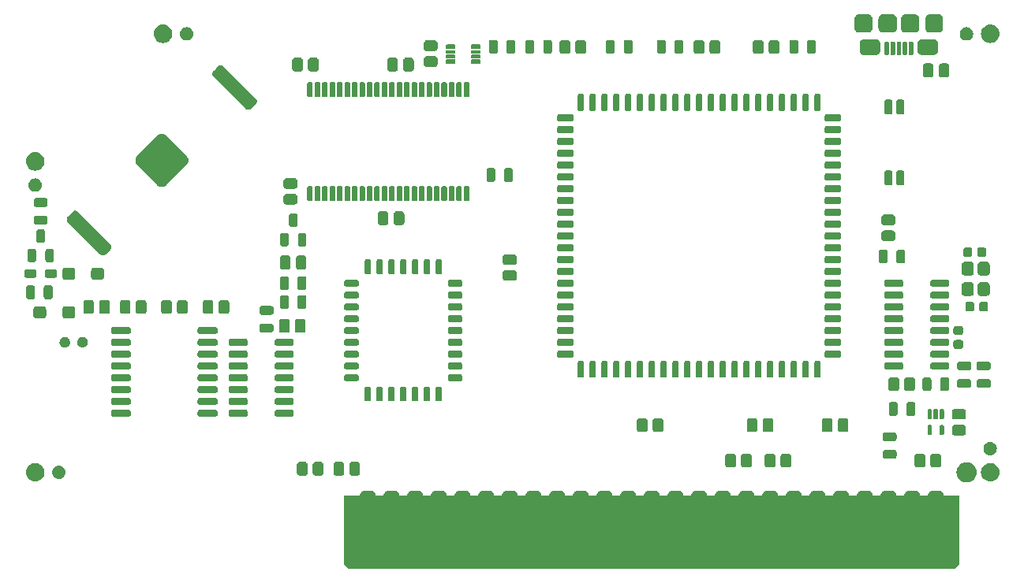
<source format=gts>
G04 #@! TF.GenerationSoftware,KiCad,Pcbnew,7.0.10*
G04 #@! TF.CreationDate,2024-03-10T21:42:59-04:00*
G04 #@! TF.ProjectId,TimeDisk,54696d65-4469-4736-9b2e-6b696361645f,rev?*
G04 #@! TF.SameCoordinates,Original*
G04 #@! TF.FileFunction,Soldermask,Top*
G04 #@! TF.FilePolarity,Negative*
%FSLAX46Y46*%
G04 Gerber Fmt 4.6, Leading zero omitted, Abs format (unit mm)*
G04 Created by KiCad (PCBNEW 7.0.10) date 2024-03-10 21:42:59*
%MOMM*%
%LPD*%
G01*
G04 APERTURE LIST*
G04 APERTURE END LIST*
G36*
X178265999Y-131543771D02*
G01*
X178277712Y-131547869D01*
X178288592Y-131549176D01*
X178344857Y-131571364D01*
X178394635Y-131588782D01*
X178401071Y-131593532D01*
X178404788Y-131594998D01*
X178467758Y-131642749D01*
X178504289Y-131669711D01*
X178531259Y-131706253D01*
X178579001Y-131769211D01*
X178580466Y-131772926D01*
X178585218Y-131779365D01*
X178602642Y-131829162D01*
X178624822Y-131885406D01*
X178626127Y-131896280D01*
X178630229Y-131908001D01*
X178638200Y-131993000D01*
X178638200Y-132042804D01*
X178675396Y-132080000D01*
X179464603Y-132080000D01*
X179501800Y-132042803D01*
X179501800Y-131996798D01*
X179501800Y-131993000D01*
X179509771Y-131908001D01*
X179513869Y-131896288D01*
X179515176Y-131885407D01*
X179537367Y-131829133D01*
X179554782Y-131779365D01*
X179559531Y-131772929D01*
X179560998Y-131769211D01*
X179608777Y-131706204D01*
X179635711Y-131669711D01*
X179672204Y-131642777D01*
X179735211Y-131594998D01*
X179738929Y-131593531D01*
X179745365Y-131588782D01*
X179795140Y-131571365D01*
X179851406Y-131549177D01*
X179862284Y-131547870D01*
X179874001Y-131543771D01*
X179959000Y-131535800D01*
X180721000Y-131535800D01*
X180805999Y-131543771D01*
X180817712Y-131547869D01*
X180828592Y-131549176D01*
X180884857Y-131571364D01*
X180934635Y-131588782D01*
X180941071Y-131593532D01*
X180944788Y-131594998D01*
X181007758Y-131642749D01*
X181044289Y-131669711D01*
X181071259Y-131706253D01*
X181119001Y-131769211D01*
X181120466Y-131772926D01*
X181125218Y-131779365D01*
X181142642Y-131829162D01*
X181164822Y-131885406D01*
X181166127Y-131896280D01*
X181170229Y-131908001D01*
X181178200Y-131993000D01*
X181178200Y-132042804D01*
X181215396Y-132080000D01*
X182004603Y-132080000D01*
X182041800Y-132042803D01*
X182041800Y-131996798D01*
X182041800Y-131993000D01*
X182049771Y-131908001D01*
X182053869Y-131896288D01*
X182055176Y-131885407D01*
X182077367Y-131829133D01*
X182094782Y-131779365D01*
X182099531Y-131772929D01*
X182100998Y-131769211D01*
X182148777Y-131706204D01*
X182175711Y-131669711D01*
X182212204Y-131642777D01*
X182275211Y-131594998D01*
X182278929Y-131593531D01*
X182285365Y-131588782D01*
X182335140Y-131571365D01*
X182391406Y-131549177D01*
X182402284Y-131547870D01*
X182414001Y-131543771D01*
X182499000Y-131535800D01*
X183261000Y-131535800D01*
X183345999Y-131543771D01*
X183357712Y-131547869D01*
X183368592Y-131549176D01*
X183424857Y-131571364D01*
X183474635Y-131588782D01*
X183481071Y-131593532D01*
X183484788Y-131594998D01*
X183547758Y-131642749D01*
X183584289Y-131669711D01*
X183611259Y-131706253D01*
X183659001Y-131769211D01*
X183660466Y-131772926D01*
X183665218Y-131779365D01*
X183682642Y-131829162D01*
X183704822Y-131885406D01*
X183706127Y-131896280D01*
X183710229Y-131908001D01*
X183718200Y-131993000D01*
X183718200Y-132042804D01*
X183755396Y-132080000D01*
X184544603Y-132080000D01*
X184581800Y-132042803D01*
X184581800Y-131996798D01*
X184581800Y-131993000D01*
X184589771Y-131908001D01*
X184593869Y-131896288D01*
X184595176Y-131885407D01*
X184617367Y-131829133D01*
X184634782Y-131779365D01*
X184639531Y-131772929D01*
X184640998Y-131769211D01*
X184688777Y-131706204D01*
X184715711Y-131669711D01*
X184752204Y-131642777D01*
X184815211Y-131594998D01*
X184818929Y-131593531D01*
X184825365Y-131588782D01*
X184875140Y-131571365D01*
X184931406Y-131549177D01*
X184942284Y-131547870D01*
X184954001Y-131543771D01*
X185039000Y-131535800D01*
X185801000Y-131535800D01*
X185885999Y-131543771D01*
X185897712Y-131547869D01*
X185908592Y-131549176D01*
X185964857Y-131571364D01*
X186014635Y-131588782D01*
X186021071Y-131593532D01*
X186024788Y-131594998D01*
X186087758Y-131642749D01*
X186124289Y-131669711D01*
X186151259Y-131706253D01*
X186199001Y-131769211D01*
X186200466Y-131772926D01*
X186205218Y-131779365D01*
X186222642Y-131829162D01*
X186244822Y-131885406D01*
X186246127Y-131896280D01*
X186250229Y-131908001D01*
X186258200Y-131993000D01*
X186258200Y-132042804D01*
X186295396Y-132080000D01*
X187084603Y-132080000D01*
X187121800Y-132042803D01*
X187121800Y-131996798D01*
X187121800Y-131993000D01*
X187129771Y-131908001D01*
X187133869Y-131896288D01*
X187135176Y-131885407D01*
X187157367Y-131829133D01*
X187174782Y-131779365D01*
X187179531Y-131772929D01*
X187180998Y-131769211D01*
X187228777Y-131706204D01*
X187255711Y-131669711D01*
X187292204Y-131642777D01*
X187355211Y-131594998D01*
X187358929Y-131593531D01*
X187365365Y-131588782D01*
X187415140Y-131571365D01*
X187471406Y-131549177D01*
X187482284Y-131547870D01*
X187494001Y-131543771D01*
X187579000Y-131535800D01*
X188341000Y-131535800D01*
X188425999Y-131543771D01*
X188437712Y-131547869D01*
X188448592Y-131549176D01*
X188504857Y-131571364D01*
X188554635Y-131588782D01*
X188561071Y-131593532D01*
X188564788Y-131594998D01*
X188627758Y-131642749D01*
X188664289Y-131669711D01*
X188691259Y-131706253D01*
X188739001Y-131769211D01*
X188740466Y-131772926D01*
X188745218Y-131779365D01*
X188762642Y-131829162D01*
X188784822Y-131885406D01*
X188786127Y-131896280D01*
X188790229Y-131908001D01*
X188798200Y-131993000D01*
X188798200Y-132042804D01*
X188835396Y-132080000D01*
X189624603Y-132080000D01*
X189661800Y-132042803D01*
X189661800Y-131996798D01*
X189661800Y-131993000D01*
X189669771Y-131908001D01*
X189673869Y-131896288D01*
X189675176Y-131885407D01*
X189697367Y-131829133D01*
X189714782Y-131779365D01*
X189719531Y-131772929D01*
X189720998Y-131769211D01*
X189768777Y-131706204D01*
X189795711Y-131669711D01*
X189832204Y-131642777D01*
X189895211Y-131594998D01*
X189898929Y-131593531D01*
X189905365Y-131588782D01*
X189955140Y-131571365D01*
X190011406Y-131549177D01*
X190022284Y-131547870D01*
X190034001Y-131543771D01*
X190119000Y-131535800D01*
X190881000Y-131535800D01*
X190965999Y-131543771D01*
X190977712Y-131547869D01*
X190988592Y-131549176D01*
X191044857Y-131571364D01*
X191094635Y-131588782D01*
X191101071Y-131593532D01*
X191104788Y-131594998D01*
X191167758Y-131642749D01*
X191204289Y-131669711D01*
X191231259Y-131706253D01*
X191279001Y-131769211D01*
X191280466Y-131772926D01*
X191285218Y-131779365D01*
X191302642Y-131829162D01*
X191324822Y-131885406D01*
X191326127Y-131896280D01*
X191330229Y-131908001D01*
X191338200Y-131993000D01*
X191338200Y-132042804D01*
X191375396Y-132080000D01*
X192164603Y-132080000D01*
X192201800Y-132042803D01*
X192201800Y-131996798D01*
X192201800Y-131993000D01*
X192209771Y-131908001D01*
X192213869Y-131896288D01*
X192215176Y-131885407D01*
X192237367Y-131829133D01*
X192254782Y-131779365D01*
X192259531Y-131772929D01*
X192260998Y-131769211D01*
X192308777Y-131706204D01*
X192335711Y-131669711D01*
X192372204Y-131642777D01*
X192435211Y-131594998D01*
X192438929Y-131593531D01*
X192445365Y-131588782D01*
X192495140Y-131571365D01*
X192551406Y-131549177D01*
X192562284Y-131547870D01*
X192574001Y-131543771D01*
X192659000Y-131535800D01*
X193421000Y-131535800D01*
X193505999Y-131543771D01*
X193517712Y-131547869D01*
X193528592Y-131549176D01*
X193584857Y-131571364D01*
X193634635Y-131588782D01*
X193641071Y-131593532D01*
X193644788Y-131594998D01*
X193707758Y-131642749D01*
X193744289Y-131669711D01*
X193771259Y-131706253D01*
X193819001Y-131769211D01*
X193820466Y-131772926D01*
X193825218Y-131779365D01*
X193842642Y-131829162D01*
X193864822Y-131885406D01*
X193866127Y-131896280D01*
X193870229Y-131908001D01*
X193878200Y-131993000D01*
X193878200Y-132042804D01*
X193915396Y-132080000D01*
X194704603Y-132080000D01*
X194741800Y-132042803D01*
X194741800Y-131996798D01*
X194741800Y-131993000D01*
X194749771Y-131908001D01*
X194753869Y-131896288D01*
X194755176Y-131885407D01*
X194777367Y-131829133D01*
X194794782Y-131779365D01*
X194799531Y-131772929D01*
X194800998Y-131769211D01*
X194848777Y-131706204D01*
X194875711Y-131669711D01*
X194912204Y-131642777D01*
X194975211Y-131594998D01*
X194978929Y-131593531D01*
X194985365Y-131588782D01*
X195035140Y-131571365D01*
X195091406Y-131549177D01*
X195102284Y-131547870D01*
X195114001Y-131543771D01*
X195199000Y-131535800D01*
X195961000Y-131535800D01*
X196045999Y-131543771D01*
X196057712Y-131547869D01*
X196068592Y-131549176D01*
X196124857Y-131571364D01*
X196174635Y-131588782D01*
X196181071Y-131593532D01*
X196184788Y-131594998D01*
X196247758Y-131642749D01*
X196284289Y-131669711D01*
X196311259Y-131706253D01*
X196359001Y-131769211D01*
X196360466Y-131772926D01*
X196365218Y-131779365D01*
X196382642Y-131829162D01*
X196404822Y-131885406D01*
X196406127Y-131896280D01*
X196410229Y-131908001D01*
X196418200Y-131993000D01*
X196418200Y-132042804D01*
X196455396Y-132080000D01*
X197244603Y-132080000D01*
X197281800Y-132042803D01*
X197281800Y-131996798D01*
X197281800Y-131993000D01*
X197289771Y-131908001D01*
X197293869Y-131896288D01*
X197295176Y-131885407D01*
X197317367Y-131829133D01*
X197334782Y-131779365D01*
X197339531Y-131772929D01*
X197340998Y-131769211D01*
X197388777Y-131706204D01*
X197415711Y-131669711D01*
X197452204Y-131642777D01*
X197515211Y-131594998D01*
X197518929Y-131593531D01*
X197525365Y-131588782D01*
X197575140Y-131571365D01*
X197631406Y-131549177D01*
X197642284Y-131547870D01*
X197654001Y-131543771D01*
X197739000Y-131535800D01*
X198501000Y-131535800D01*
X198585999Y-131543771D01*
X198597712Y-131547869D01*
X198608592Y-131549176D01*
X198664857Y-131571364D01*
X198714635Y-131588782D01*
X198721071Y-131593532D01*
X198724788Y-131594998D01*
X198787758Y-131642749D01*
X198824289Y-131669711D01*
X198851259Y-131706253D01*
X198899001Y-131769211D01*
X198900466Y-131772926D01*
X198905218Y-131779365D01*
X198922642Y-131829162D01*
X198944822Y-131885406D01*
X198946127Y-131896280D01*
X198950229Y-131908001D01*
X198958200Y-131993000D01*
X198958200Y-132042804D01*
X198995396Y-132080000D01*
X199784603Y-132080000D01*
X199821800Y-132042803D01*
X199821800Y-131996798D01*
X199821800Y-131993000D01*
X199829771Y-131908001D01*
X199833869Y-131896288D01*
X199835176Y-131885407D01*
X199857367Y-131829133D01*
X199874782Y-131779365D01*
X199879531Y-131772929D01*
X199880998Y-131769211D01*
X199928777Y-131706204D01*
X199955711Y-131669711D01*
X199992204Y-131642777D01*
X200055211Y-131594998D01*
X200058929Y-131593531D01*
X200065365Y-131588782D01*
X200115140Y-131571365D01*
X200171406Y-131549177D01*
X200182284Y-131547870D01*
X200194001Y-131543771D01*
X200279000Y-131535800D01*
X201041000Y-131535800D01*
X201125999Y-131543771D01*
X201137712Y-131547869D01*
X201148592Y-131549176D01*
X201204857Y-131571364D01*
X201254635Y-131588782D01*
X201261071Y-131593532D01*
X201264788Y-131594998D01*
X201327758Y-131642749D01*
X201364289Y-131669711D01*
X201391259Y-131706253D01*
X201439001Y-131769211D01*
X201440466Y-131772926D01*
X201445218Y-131779365D01*
X201462642Y-131829162D01*
X201484822Y-131885406D01*
X201486127Y-131896280D01*
X201490229Y-131908001D01*
X201498200Y-131993000D01*
X201498200Y-132042804D01*
X201535396Y-132080000D01*
X202324603Y-132080000D01*
X202361800Y-132042803D01*
X202361800Y-131996798D01*
X202361800Y-131993000D01*
X202369771Y-131908001D01*
X202373869Y-131896288D01*
X202375176Y-131885407D01*
X202397367Y-131829133D01*
X202414782Y-131779365D01*
X202419531Y-131772929D01*
X202420998Y-131769211D01*
X202468777Y-131706204D01*
X202495711Y-131669711D01*
X202532204Y-131642777D01*
X202595211Y-131594998D01*
X202598929Y-131593531D01*
X202605365Y-131588782D01*
X202655140Y-131571365D01*
X202711406Y-131549177D01*
X202722284Y-131547870D01*
X202734001Y-131543771D01*
X202819000Y-131535800D01*
X203581000Y-131535800D01*
X203665999Y-131543771D01*
X203677712Y-131547869D01*
X203688592Y-131549176D01*
X203744857Y-131571364D01*
X203794635Y-131588782D01*
X203801071Y-131593532D01*
X203804788Y-131594998D01*
X203867758Y-131642749D01*
X203904289Y-131669711D01*
X203931259Y-131706253D01*
X203979001Y-131769211D01*
X203980466Y-131772926D01*
X203985218Y-131779365D01*
X204002642Y-131829162D01*
X204024822Y-131885406D01*
X204026127Y-131896280D01*
X204030229Y-131908001D01*
X204038200Y-131993000D01*
X204038200Y-132042804D01*
X204075396Y-132080000D01*
X204864603Y-132080000D01*
X204901800Y-132042803D01*
X204901800Y-131996798D01*
X204901800Y-131993000D01*
X204909771Y-131908001D01*
X204913869Y-131896288D01*
X204915176Y-131885407D01*
X204937367Y-131829133D01*
X204954782Y-131779365D01*
X204959531Y-131772929D01*
X204960998Y-131769211D01*
X205008777Y-131706204D01*
X205035711Y-131669711D01*
X205072204Y-131642777D01*
X205135211Y-131594998D01*
X205138929Y-131593531D01*
X205145365Y-131588782D01*
X205195140Y-131571365D01*
X205251406Y-131549177D01*
X205262284Y-131547870D01*
X205274001Y-131543771D01*
X205359000Y-131535800D01*
X206121000Y-131535800D01*
X206205999Y-131543771D01*
X206217712Y-131547869D01*
X206228592Y-131549176D01*
X206284857Y-131571364D01*
X206334635Y-131588782D01*
X206341071Y-131593532D01*
X206344788Y-131594998D01*
X206407758Y-131642749D01*
X206444289Y-131669711D01*
X206471259Y-131706253D01*
X206519001Y-131769211D01*
X206520466Y-131772926D01*
X206525218Y-131779365D01*
X206542642Y-131829162D01*
X206564822Y-131885406D01*
X206566127Y-131896280D01*
X206570229Y-131908001D01*
X206578200Y-131993000D01*
X206578200Y-132042804D01*
X206615396Y-132080000D01*
X207404603Y-132080000D01*
X207441800Y-132042803D01*
X207441800Y-131996798D01*
X207441800Y-131993000D01*
X207449771Y-131908001D01*
X207453869Y-131896288D01*
X207455176Y-131885407D01*
X207477367Y-131829133D01*
X207494782Y-131779365D01*
X207499531Y-131772929D01*
X207500998Y-131769211D01*
X207548777Y-131706204D01*
X207575711Y-131669711D01*
X207612204Y-131642777D01*
X207675211Y-131594998D01*
X207678929Y-131593531D01*
X207685365Y-131588782D01*
X207735140Y-131571365D01*
X207791406Y-131549177D01*
X207802284Y-131547870D01*
X207814001Y-131543771D01*
X207899000Y-131535800D01*
X208661000Y-131535800D01*
X208745999Y-131543771D01*
X208757712Y-131547869D01*
X208768592Y-131549176D01*
X208824857Y-131571364D01*
X208874635Y-131588782D01*
X208881071Y-131593532D01*
X208884788Y-131594998D01*
X208947758Y-131642749D01*
X208984289Y-131669711D01*
X209011259Y-131706253D01*
X209059001Y-131769211D01*
X209060466Y-131772926D01*
X209065218Y-131779365D01*
X209082642Y-131829162D01*
X209104822Y-131885406D01*
X209106127Y-131896280D01*
X209110229Y-131908001D01*
X209118200Y-131993000D01*
X209118200Y-132042804D01*
X209155396Y-132080000D01*
X209944603Y-132080000D01*
X209981800Y-132042803D01*
X209981800Y-131996798D01*
X209981800Y-131993000D01*
X209989771Y-131908001D01*
X209993869Y-131896288D01*
X209995176Y-131885407D01*
X210017367Y-131829133D01*
X210034782Y-131779365D01*
X210039531Y-131772929D01*
X210040998Y-131769211D01*
X210088777Y-131706204D01*
X210115711Y-131669711D01*
X210152204Y-131642777D01*
X210215211Y-131594998D01*
X210218929Y-131593531D01*
X210225365Y-131588782D01*
X210275140Y-131571365D01*
X210331406Y-131549177D01*
X210342284Y-131547870D01*
X210354001Y-131543771D01*
X210439000Y-131535800D01*
X211201000Y-131535800D01*
X211285999Y-131543771D01*
X211297712Y-131547869D01*
X211308592Y-131549176D01*
X211364857Y-131571364D01*
X211414635Y-131588782D01*
X211421071Y-131593532D01*
X211424788Y-131594998D01*
X211487758Y-131642749D01*
X211524289Y-131669711D01*
X211551259Y-131706253D01*
X211599001Y-131769211D01*
X211600466Y-131772926D01*
X211605218Y-131779365D01*
X211622642Y-131829162D01*
X211644822Y-131885406D01*
X211646127Y-131896280D01*
X211650229Y-131908001D01*
X211658200Y-131993000D01*
X211658200Y-132042804D01*
X211695396Y-132080000D01*
X212484603Y-132080000D01*
X212521800Y-132042803D01*
X212521800Y-131996798D01*
X212521800Y-131993000D01*
X212529771Y-131908001D01*
X212533869Y-131896288D01*
X212535176Y-131885407D01*
X212557367Y-131829133D01*
X212574782Y-131779365D01*
X212579531Y-131772929D01*
X212580998Y-131769211D01*
X212628777Y-131706204D01*
X212655711Y-131669711D01*
X212692204Y-131642777D01*
X212755211Y-131594998D01*
X212758929Y-131593531D01*
X212765365Y-131588782D01*
X212815140Y-131571365D01*
X212871406Y-131549177D01*
X212882284Y-131547870D01*
X212894001Y-131543771D01*
X212979000Y-131535800D01*
X213741000Y-131535800D01*
X213825999Y-131543771D01*
X213837712Y-131547869D01*
X213848592Y-131549176D01*
X213904857Y-131571364D01*
X213954635Y-131588782D01*
X213961071Y-131593532D01*
X213964788Y-131594998D01*
X214027758Y-131642749D01*
X214064289Y-131669711D01*
X214091259Y-131706253D01*
X214139001Y-131769211D01*
X214140466Y-131772926D01*
X214145218Y-131779365D01*
X214162642Y-131829162D01*
X214184822Y-131885406D01*
X214186127Y-131896280D01*
X214190229Y-131908001D01*
X214198200Y-131993000D01*
X214198200Y-132042804D01*
X214235396Y-132080000D01*
X215024603Y-132080000D01*
X215061800Y-132042803D01*
X215061800Y-131996798D01*
X215061800Y-131993000D01*
X215069771Y-131908001D01*
X215073869Y-131896288D01*
X215075176Y-131885407D01*
X215097367Y-131829133D01*
X215114782Y-131779365D01*
X215119531Y-131772929D01*
X215120998Y-131769211D01*
X215168777Y-131706204D01*
X215195711Y-131669711D01*
X215232204Y-131642777D01*
X215295211Y-131594998D01*
X215298929Y-131593531D01*
X215305365Y-131588782D01*
X215355140Y-131571365D01*
X215411406Y-131549177D01*
X215422284Y-131547870D01*
X215434001Y-131543771D01*
X215519000Y-131535800D01*
X216281000Y-131535800D01*
X216365999Y-131543771D01*
X216377712Y-131547869D01*
X216388592Y-131549176D01*
X216444857Y-131571364D01*
X216494635Y-131588782D01*
X216501071Y-131593532D01*
X216504788Y-131594998D01*
X216567758Y-131642749D01*
X216604289Y-131669711D01*
X216631259Y-131706253D01*
X216679001Y-131769211D01*
X216680466Y-131772926D01*
X216685218Y-131779365D01*
X216702642Y-131829162D01*
X216724822Y-131885406D01*
X216726127Y-131896280D01*
X216730229Y-131908001D01*
X216738200Y-131993000D01*
X216738200Y-132042804D01*
X216775396Y-132080000D01*
X217564603Y-132080000D01*
X217601800Y-132042803D01*
X217601800Y-131996798D01*
X217601800Y-131993000D01*
X217609771Y-131908001D01*
X217613869Y-131896288D01*
X217615176Y-131885407D01*
X217637367Y-131829133D01*
X217654782Y-131779365D01*
X217659531Y-131772929D01*
X217660998Y-131769211D01*
X217708777Y-131706204D01*
X217735711Y-131669711D01*
X217772204Y-131642777D01*
X217835211Y-131594998D01*
X217838929Y-131593531D01*
X217845365Y-131588782D01*
X217895140Y-131571365D01*
X217951406Y-131549177D01*
X217962284Y-131547870D01*
X217974001Y-131543771D01*
X218059000Y-131535800D01*
X218821000Y-131535800D01*
X218905999Y-131543771D01*
X218917712Y-131547869D01*
X218928592Y-131549176D01*
X218984857Y-131571364D01*
X219034635Y-131588782D01*
X219041071Y-131593532D01*
X219044788Y-131594998D01*
X219107758Y-131642749D01*
X219144289Y-131669711D01*
X219171259Y-131706253D01*
X219219001Y-131769211D01*
X219220466Y-131772926D01*
X219225218Y-131779365D01*
X219242642Y-131829162D01*
X219264822Y-131885406D01*
X219266127Y-131896280D01*
X219270229Y-131908001D01*
X219278200Y-131993000D01*
X219278200Y-132042804D01*
X219315396Y-132080000D01*
X220104603Y-132080000D01*
X220141800Y-132042803D01*
X220141800Y-131996798D01*
X220141800Y-131993000D01*
X220149771Y-131908001D01*
X220153869Y-131896288D01*
X220155176Y-131885407D01*
X220177367Y-131829133D01*
X220194782Y-131779365D01*
X220199531Y-131772929D01*
X220200998Y-131769211D01*
X220248777Y-131706204D01*
X220275711Y-131669711D01*
X220312204Y-131642777D01*
X220375211Y-131594998D01*
X220378929Y-131593531D01*
X220385365Y-131588782D01*
X220435140Y-131571365D01*
X220491406Y-131549177D01*
X220502284Y-131547870D01*
X220514001Y-131543771D01*
X220599000Y-131535800D01*
X221361000Y-131535800D01*
X221445999Y-131543771D01*
X221457712Y-131547869D01*
X221468592Y-131549176D01*
X221524857Y-131571364D01*
X221574635Y-131588782D01*
X221581071Y-131593532D01*
X221584788Y-131594998D01*
X221647758Y-131642749D01*
X221684289Y-131669711D01*
X221711259Y-131706253D01*
X221759001Y-131769211D01*
X221760466Y-131772926D01*
X221765218Y-131779365D01*
X221782642Y-131829162D01*
X221804822Y-131885406D01*
X221806127Y-131896280D01*
X221810229Y-131908001D01*
X221818200Y-131993000D01*
X221818200Y-132042804D01*
X221855396Y-132080000D01*
X222644603Y-132080000D01*
X222681800Y-132042803D01*
X222681800Y-131996798D01*
X222681800Y-131993000D01*
X222689771Y-131908001D01*
X222693869Y-131896288D01*
X222695176Y-131885407D01*
X222717367Y-131829133D01*
X222734782Y-131779365D01*
X222739531Y-131772929D01*
X222740998Y-131769211D01*
X222788777Y-131706204D01*
X222815711Y-131669711D01*
X222852204Y-131642777D01*
X222915211Y-131594998D01*
X222918929Y-131593531D01*
X222925365Y-131588782D01*
X222975140Y-131571365D01*
X223031406Y-131549177D01*
X223042284Y-131547870D01*
X223054001Y-131543771D01*
X223139000Y-131535800D01*
X223901000Y-131535800D01*
X223985999Y-131543771D01*
X223997712Y-131547869D01*
X224008592Y-131549176D01*
X224064857Y-131571364D01*
X224114635Y-131588782D01*
X224121071Y-131593532D01*
X224124788Y-131594998D01*
X224187758Y-131642749D01*
X224224289Y-131669711D01*
X224251259Y-131706253D01*
X224299001Y-131769211D01*
X224300466Y-131772926D01*
X224305218Y-131779365D01*
X224322642Y-131829162D01*
X224344822Y-131885406D01*
X224346127Y-131896280D01*
X224350229Y-131908001D01*
X224358200Y-131993000D01*
X224358200Y-132042804D01*
X224395396Y-132080000D01*
X225184603Y-132080000D01*
X225221800Y-132042803D01*
X225221800Y-131996798D01*
X225221800Y-131993000D01*
X225229771Y-131908001D01*
X225233869Y-131896288D01*
X225235176Y-131885407D01*
X225257367Y-131829133D01*
X225274782Y-131779365D01*
X225279531Y-131772929D01*
X225280998Y-131769211D01*
X225328777Y-131706204D01*
X225355711Y-131669711D01*
X225392204Y-131642777D01*
X225455211Y-131594998D01*
X225458929Y-131593531D01*
X225465365Y-131588782D01*
X225515140Y-131571365D01*
X225571406Y-131549177D01*
X225582284Y-131547870D01*
X225594001Y-131543771D01*
X225679000Y-131535800D01*
X226441000Y-131535800D01*
X226525999Y-131543771D01*
X226537712Y-131547869D01*
X226548592Y-131549176D01*
X226604857Y-131571364D01*
X226654635Y-131588782D01*
X226661071Y-131593532D01*
X226664788Y-131594998D01*
X226727758Y-131642749D01*
X226764289Y-131669711D01*
X226791259Y-131706253D01*
X226839001Y-131769211D01*
X226840466Y-131772926D01*
X226845218Y-131779365D01*
X226862642Y-131829162D01*
X226884822Y-131885406D01*
X226886127Y-131896280D01*
X226890229Y-131908001D01*
X226898200Y-131993000D01*
X226898200Y-132042804D01*
X226935396Y-132080000D01*
X227724603Y-132080000D01*
X227761800Y-132042803D01*
X227761800Y-131996798D01*
X227761800Y-131993000D01*
X227769771Y-131908001D01*
X227773869Y-131896288D01*
X227775176Y-131885407D01*
X227797367Y-131829133D01*
X227814782Y-131779365D01*
X227819531Y-131772929D01*
X227820998Y-131769211D01*
X227868777Y-131706204D01*
X227895711Y-131669711D01*
X227932204Y-131642777D01*
X227995211Y-131594998D01*
X227998929Y-131593531D01*
X228005365Y-131588782D01*
X228055140Y-131571365D01*
X228111406Y-131549177D01*
X228122284Y-131547870D01*
X228134001Y-131543771D01*
X228219000Y-131535800D01*
X228981000Y-131535800D01*
X229065999Y-131543771D01*
X229077712Y-131547869D01*
X229088592Y-131549176D01*
X229144857Y-131571364D01*
X229194635Y-131588782D01*
X229201071Y-131593532D01*
X229204788Y-131594998D01*
X229267758Y-131642749D01*
X229304289Y-131669711D01*
X229331259Y-131706253D01*
X229379001Y-131769211D01*
X229380466Y-131772926D01*
X229385218Y-131779365D01*
X229402642Y-131829162D01*
X229424822Y-131885406D01*
X229426127Y-131896280D01*
X229430229Y-131908001D01*
X229438200Y-131993000D01*
X229438200Y-132042804D01*
X229475396Y-132080000D01*
X230264603Y-132080000D01*
X230301800Y-132042803D01*
X230301800Y-131996798D01*
X230301800Y-131993000D01*
X230309771Y-131908001D01*
X230313869Y-131896288D01*
X230315176Y-131885407D01*
X230337367Y-131829133D01*
X230354782Y-131779365D01*
X230359531Y-131772929D01*
X230360998Y-131769211D01*
X230408777Y-131706204D01*
X230435711Y-131669711D01*
X230472204Y-131642777D01*
X230535211Y-131594998D01*
X230538929Y-131593531D01*
X230545365Y-131588782D01*
X230595140Y-131571365D01*
X230651406Y-131549177D01*
X230662284Y-131547870D01*
X230674001Y-131543771D01*
X230759000Y-131535800D01*
X231521000Y-131535800D01*
X231605999Y-131543771D01*
X231617712Y-131547869D01*
X231628592Y-131549176D01*
X231684857Y-131571364D01*
X231734635Y-131588782D01*
X231741071Y-131593532D01*
X231744788Y-131594998D01*
X231807758Y-131642749D01*
X231844289Y-131669711D01*
X231871259Y-131706253D01*
X231919001Y-131769211D01*
X231920466Y-131772926D01*
X231925218Y-131779365D01*
X231942642Y-131829162D01*
X231964822Y-131885406D01*
X231966127Y-131896280D01*
X231970229Y-131908001D01*
X231978200Y-131993000D01*
X231978200Y-132042804D01*
X232015396Y-132080000D01*
X232804603Y-132080000D01*
X232841800Y-132042803D01*
X232841800Y-131996798D01*
X232841800Y-131993000D01*
X232849771Y-131908001D01*
X232853869Y-131896288D01*
X232855176Y-131885407D01*
X232877367Y-131829133D01*
X232894782Y-131779365D01*
X232899531Y-131772929D01*
X232900998Y-131769211D01*
X232948777Y-131706204D01*
X232975711Y-131669711D01*
X233012204Y-131642777D01*
X233075211Y-131594998D01*
X233078929Y-131593531D01*
X233085365Y-131588782D01*
X233135140Y-131571365D01*
X233191406Y-131549177D01*
X233202284Y-131547870D01*
X233214001Y-131543771D01*
X233299000Y-131535800D01*
X234061000Y-131535800D01*
X234145999Y-131543771D01*
X234157712Y-131547869D01*
X234168592Y-131549176D01*
X234224857Y-131571364D01*
X234274635Y-131588782D01*
X234281071Y-131593532D01*
X234284788Y-131594998D01*
X234347758Y-131642749D01*
X234384289Y-131669711D01*
X234411259Y-131706253D01*
X234459001Y-131769211D01*
X234460466Y-131772926D01*
X234465218Y-131779365D01*
X234482642Y-131829162D01*
X234504822Y-131885406D01*
X234506127Y-131896280D01*
X234510229Y-131908001D01*
X234518200Y-131993000D01*
X234518200Y-132042804D01*
X234555396Y-132080000D01*
X235344603Y-132080000D01*
X235381800Y-132042803D01*
X235381800Y-131996798D01*
X235381800Y-131993000D01*
X235389771Y-131908001D01*
X235393869Y-131896288D01*
X235395176Y-131885407D01*
X235417367Y-131829133D01*
X235434782Y-131779365D01*
X235439531Y-131772929D01*
X235440998Y-131769211D01*
X235488777Y-131706204D01*
X235515711Y-131669711D01*
X235552204Y-131642777D01*
X235615211Y-131594998D01*
X235618929Y-131593531D01*
X235625365Y-131588782D01*
X235675140Y-131571365D01*
X235731406Y-131549177D01*
X235742284Y-131547870D01*
X235754001Y-131543771D01*
X235839000Y-131535800D01*
X236601000Y-131535800D01*
X236685999Y-131543771D01*
X236697712Y-131547869D01*
X236708592Y-131549176D01*
X236764857Y-131571364D01*
X236814635Y-131588782D01*
X236821071Y-131593532D01*
X236824788Y-131594998D01*
X236887758Y-131642749D01*
X236924289Y-131669711D01*
X236951259Y-131706253D01*
X236999001Y-131769211D01*
X237000466Y-131772926D01*
X237005218Y-131779365D01*
X237022642Y-131829162D01*
X237044822Y-131885406D01*
X237046127Y-131896280D01*
X237050229Y-131908001D01*
X237058200Y-131993000D01*
X237058200Y-132042804D01*
X237095396Y-132080000D01*
X237884603Y-132080000D01*
X237921800Y-132042803D01*
X237921800Y-131996798D01*
X237921800Y-131993000D01*
X237929771Y-131908001D01*
X237933869Y-131896288D01*
X237935176Y-131885407D01*
X237957367Y-131829133D01*
X237974782Y-131779365D01*
X237979531Y-131772929D01*
X237980998Y-131769211D01*
X238028777Y-131706204D01*
X238055711Y-131669711D01*
X238092204Y-131642777D01*
X238155211Y-131594998D01*
X238158929Y-131593531D01*
X238165365Y-131588782D01*
X238215140Y-131571365D01*
X238271406Y-131549177D01*
X238282284Y-131547870D01*
X238294001Y-131543771D01*
X238379000Y-131535800D01*
X239141000Y-131535800D01*
X239225999Y-131543771D01*
X239237712Y-131547869D01*
X239248592Y-131549176D01*
X239304857Y-131571364D01*
X239354635Y-131588782D01*
X239361071Y-131593532D01*
X239364788Y-131594998D01*
X239427758Y-131642749D01*
X239464289Y-131669711D01*
X239491259Y-131706253D01*
X239539001Y-131769211D01*
X239540466Y-131772926D01*
X239545218Y-131779365D01*
X239562642Y-131829162D01*
X239584822Y-131885406D01*
X239586127Y-131896280D01*
X239590229Y-131908001D01*
X239598200Y-131993000D01*
X239598200Y-132042804D01*
X239635396Y-132080000D01*
X241300000Y-132080000D01*
X241300000Y-139446000D01*
X240792000Y-139954000D01*
X240779372Y-139954000D01*
X175780631Y-139954000D01*
X175768000Y-139954000D01*
X175260000Y-139446000D01*
X175260000Y-132080000D01*
X176924603Y-132080000D01*
X176961800Y-132042803D01*
X176961800Y-131996798D01*
X176961800Y-131993000D01*
X176969771Y-131908001D01*
X176973869Y-131896288D01*
X176975176Y-131885407D01*
X176997367Y-131829133D01*
X177014782Y-131779365D01*
X177019531Y-131772929D01*
X177020998Y-131769211D01*
X177068777Y-131706204D01*
X177095711Y-131669711D01*
X177132204Y-131642777D01*
X177195211Y-131594998D01*
X177198929Y-131593531D01*
X177205365Y-131588782D01*
X177255140Y-131571365D01*
X177311406Y-131549177D01*
X177322284Y-131547870D01*
X177334001Y-131543771D01*
X177419000Y-131535800D01*
X178181000Y-131535800D01*
X178265999Y-131543771D01*
G37*
G36*
X242356516Y-128504883D02*
G01*
X242541704Y-128576625D01*
X242710555Y-128681174D01*
X242857321Y-128814969D01*
X242977004Y-128973454D01*
X243065527Y-129151232D01*
X243119876Y-129342249D01*
X243138200Y-129540000D01*
X243119876Y-129737751D01*
X243065527Y-129928768D01*
X242977004Y-130106546D01*
X242857321Y-130265031D01*
X242710555Y-130398826D01*
X242541704Y-130503375D01*
X242356516Y-130575117D01*
X242161299Y-130611609D01*
X241962701Y-130611609D01*
X241767484Y-130575117D01*
X241582296Y-130503375D01*
X241413445Y-130398826D01*
X241266679Y-130265031D01*
X241146996Y-130106546D01*
X241058473Y-129928768D01*
X241004124Y-129737751D01*
X240985800Y-129540000D01*
X241004124Y-129342249D01*
X241058473Y-129151232D01*
X241146996Y-128973454D01*
X241266679Y-128814969D01*
X241413445Y-128681174D01*
X241582296Y-128576625D01*
X241767484Y-128504883D01*
X241962701Y-128468391D01*
X242161299Y-128468391D01*
X242356516Y-128504883D01*
G37*
G36*
X142308090Y-128559215D02*
G01*
X142495683Y-128616120D01*
X142668570Y-128708530D01*
X142820107Y-128832893D01*
X142944470Y-128984430D01*
X143036880Y-129157317D01*
X143093785Y-129344910D01*
X143113000Y-129540000D01*
X143093785Y-129735090D01*
X143036880Y-129922683D01*
X142944470Y-130095570D01*
X142820107Y-130247107D01*
X142668570Y-130371470D01*
X142495683Y-130463880D01*
X142308090Y-130520785D01*
X142113000Y-130540000D01*
X141917910Y-130520785D01*
X141730317Y-130463880D01*
X141557430Y-130371470D01*
X141405893Y-130247107D01*
X141281530Y-130095570D01*
X141189120Y-129922683D01*
X141132215Y-129735090D01*
X141113000Y-129540000D01*
X141132215Y-129344910D01*
X141189120Y-129157317D01*
X141281530Y-128984430D01*
X141405893Y-128832893D01*
X141557430Y-128708530D01*
X141730317Y-128616120D01*
X141917910Y-128559215D01*
X142113000Y-128540000D01*
X142308090Y-128559215D01*
G37*
G36*
X244797090Y-128559215D02*
G01*
X244984683Y-128616120D01*
X245157570Y-128708530D01*
X245309107Y-128832893D01*
X245433470Y-128984430D01*
X245525880Y-129157317D01*
X245582785Y-129344910D01*
X245602000Y-129540000D01*
X245582785Y-129735090D01*
X245525880Y-129922683D01*
X245433470Y-130095570D01*
X245309107Y-130247107D01*
X245157570Y-130371470D01*
X244984683Y-130463880D01*
X244797090Y-130520785D01*
X244602000Y-130540000D01*
X244406910Y-130520785D01*
X244219317Y-130463880D01*
X244046430Y-130371470D01*
X243894893Y-130247107D01*
X243770530Y-130095570D01*
X243678120Y-129922683D01*
X243621215Y-129735090D01*
X243602000Y-129540000D01*
X243621215Y-129344910D01*
X243678120Y-129157317D01*
X243770530Y-128984430D01*
X243894893Y-128832893D01*
X244046430Y-128708530D01*
X244219317Y-128616120D01*
X244406910Y-128559215D01*
X244602000Y-128540000D01*
X244797090Y-128559215D01*
G37*
G36*
X144814105Y-128834152D02*
G01*
X144967132Y-128887699D01*
X145104407Y-128973954D01*
X145219046Y-129088593D01*
X145305301Y-129225868D01*
X145358848Y-129378895D01*
X145377000Y-129540000D01*
X145358848Y-129701105D01*
X145305301Y-129854132D01*
X145219046Y-129991407D01*
X145104407Y-130106046D01*
X144967132Y-130192301D01*
X144814105Y-130245848D01*
X144653000Y-130264000D01*
X144491895Y-130245848D01*
X144338868Y-130192301D01*
X144201593Y-130106046D01*
X144086954Y-129991407D01*
X144000699Y-129854132D01*
X143947152Y-129701105D01*
X143929000Y-129540000D01*
X143947152Y-129378895D01*
X144000699Y-129225868D01*
X144086954Y-129088593D01*
X144201593Y-128973954D01*
X144338868Y-128887699D01*
X144491895Y-128834152D01*
X144653000Y-128816000D01*
X144814105Y-128834152D01*
G37*
G36*
X171109381Y-128419648D02*
G01*
X171115015Y-128422275D01*
X171116812Y-128422537D01*
X171142342Y-128435018D01*
X171207743Y-128465515D01*
X171284485Y-128542257D01*
X171314992Y-128607680D01*
X171327462Y-128633187D01*
X171327723Y-128634982D01*
X171330352Y-128640619D01*
X171341000Y-128721500D01*
X171341000Y-129596500D01*
X171330352Y-129677381D01*
X171327723Y-129683018D01*
X171327462Y-129684812D01*
X171315002Y-129710298D01*
X171284485Y-129775743D01*
X171207743Y-129852485D01*
X171142298Y-129883002D01*
X171116812Y-129895462D01*
X171115018Y-129895723D01*
X171109381Y-129898352D01*
X171028500Y-129909000D01*
X170503500Y-129909000D01*
X170422619Y-129898352D01*
X170416982Y-129895723D01*
X170415187Y-129895462D01*
X170389680Y-129882992D01*
X170324257Y-129852485D01*
X170247515Y-129775743D01*
X170217018Y-129710342D01*
X170204537Y-129684812D01*
X170204275Y-129683015D01*
X170201648Y-129677381D01*
X170191000Y-129596500D01*
X170191000Y-128721500D01*
X170201648Y-128640619D01*
X170204274Y-128634985D01*
X170204537Y-128633187D01*
X170217028Y-128607635D01*
X170247515Y-128542257D01*
X170324257Y-128465515D01*
X170389635Y-128435028D01*
X170415187Y-128422537D01*
X170416985Y-128422274D01*
X170422619Y-128419648D01*
X170503500Y-128409000D01*
X171028500Y-128409000D01*
X171109381Y-128419648D01*
G37*
G36*
X172809381Y-128419648D02*
G01*
X172815015Y-128422275D01*
X172816812Y-128422537D01*
X172842342Y-128435018D01*
X172907743Y-128465515D01*
X172984485Y-128542257D01*
X173014992Y-128607680D01*
X173027462Y-128633187D01*
X173027723Y-128634982D01*
X173030352Y-128640619D01*
X173041000Y-128721500D01*
X173041000Y-129596500D01*
X173030352Y-129677381D01*
X173027723Y-129683018D01*
X173027462Y-129684812D01*
X173015002Y-129710298D01*
X172984485Y-129775743D01*
X172907743Y-129852485D01*
X172842298Y-129883002D01*
X172816812Y-129895462D01*
X172815018Y-129895723D01*
X172809381Y-129898352D01*
X172728500Y-129909000D01*
X172203500Y-129909000D01*
X172122619Y-129898352D01*
X172116982Y-129895723D01*
X172115187Y-129895462D01*
X172089680Y-129882992D01*
X172024257Y-129852485D01*
X171947515Y-129775743D01*
X171917018Y-129710342D01*
X171904537Y-129684812D01*
X171904275Y-129683015D01*
X171901648Y-129677381D01*
X171891000Y-129596500D01*
X171891000Y-128721500D01*
X171901648Y-128640619D01*
X171904274Y-128634985D01*
X171904537Y-128633187D01*
X171917028Y-128607635D01*
X171947515Y-128542257D01*
X172024257Y-128465515D01*
X172089635Y-128435028D01*
X172115187Y-128422537D01*
X172116985Y-128422274D01*
X172122619Y-128419648D01*
X172203500Y-128409000D01*
X172728500Y-128409000D01*
X172809381Y-128419648D01*
G37*
G36*
X175046381Y-128419648D02*
G01*
X175052015Y-128422275D01*
X175053812Y-128422537D01*
X175079342Y-128435018D01*
X175144743Y-128465515D01*
X175221485Y-128542257D01*
X175251992Y-128607680D01*
X175264462Y-128633187D01*
X175264723Y-128634982D01*
X175267352Y-128640619D01*
X175278000Y-128721500D01*
X175278000Y-129596500D01*
X175267352Y-129677381D01*
X175264723Y-129683018D01*
X175264462Y-129684812D01*
X175252002Y-129710298D01*
X175221485Y-129775743D01*
X175144743Y-129852485D01*
X175079298Y-129883002D01*
X175053812Y-129895462D01*
X175052018Y-129895723D01*
X175046381Y-129898352D01*
X174965500Y-129909000D01*
X174440500Y-129909000D01*
X174359619Y-129898352D01*
X174353982Y-129895723D01*
X174352187Y-129895462D01*
X174326680Y-129882992D01*
X174261257Y-129852485D01*
X174184515Y-129775743D01*
X174154018Y-129710342D01*
X174141537Y-129684812D01*
X174141275Y-129683015D01*
X174138648Y-129677381D01*
X174128000Y-129596500D01*
X174128000Y-128721500D01*
X174138648Y-128640619D01*
X174141274Y-128634985D01*
X174141537Y-128633187D01*
X174154028Y-128607635D01*
X174184515Y-128542257D01*
X174261257Y-128465515D01*
X174326635Y-128435028D01*
X174352187Y-128422537D01*
X174353985Y-128422274D01*
X174359619Y-128419648D01*
X174440500Y-128409000D01*
X174965500Y-128409000D01*
X175046381Y-128419648D01*
G37*
G36*
X176746381Y-128419648D02*
G01*
X176752015Y-128422275D01*
X176753812Y-128422537D01*
X176779342Y-128435018D01*
X176844743Y-128465515D01*
X176921485Y-128542257D01*
X176951992Y-128607680D01*
X176964462Y-128633187D01*
X176964723Y-128634982D01*
X176967352Y-128640619D01*
X176978000Y-128721500D01*
X176978000Y-129596500D01*
X176967352Y-129677381D01*
X176964723Y-129683018D01*
X176964462Y-129684812D01*
X176952002Y-129710298D01*
X176921485Y-129775743D01*
X176844743Y-129852485D01*
X176779298Y-129883002D01*
X176753812Y-129895462D01*
X176752018Y-129895723D01*
X176746381Y-129898352D01*
X176665500Y-129909000D01*
X176140500Y-129909000D01*
X176059619Y-129898352D01*
X176053982Y-129895723D01*
X176052187Y-129895462D01*
X176026680Y-129882992D01*
X175961257Y-129852485D01*
X175884515Y-129775743D01*
X175854018Y-129710342D01*
X175841537Y-129684812D01*
X175841275Y-129683015D01*
X175838648Y-129677381D01*
X175828000Y-129596500D01*
X175828000Y-128721500D01*
X175838648Y-128640619D01*
X175841274Y-128634985D01*
X175841537Y-128633187D01*
X175854028Y-128607635D01*
X175884515Y-128542257D01*
X175961257Y-128465515D01*
X176026635Y-128435028D01*
X176052187Y-128422537D01*
X176053985Y-128422274D01*
X176059619Y-128419648D01*
X176140500Y-128409000D01*
X176665500Y-128409000D01*
X176746381Y-128419648D01*
G37*
G36*
X217083381Y-127530648D02*
G01*
X217089015Y-127533275D01*
X217090812Y-127533537D01*
X217116342Y-127546018D01*
X217181743Y-127576515D01*
X217258485Y-127653257D01*
X217288992Y-127718680D01*
X217301462Y-127744187D01*
X217301723Y-127745982D01*
X217304352Y-127751619D01*
X217315000Y-127832500D01*
X217315000Y-128707500D01*
X217304352Y-128788381D01*
X217301723Y-128794018D01*
X217301462Y-128795812D01*
X217289002Y-128821298D01*
X217258485Y-128886743D01*
X217181743Y-128963485D01*
X217116298Y-128994002D01*
X217090812Y-129006462D01*
X217089018Y-129006723D01*
X217083381Y-129009352D01*
X217002500Y-129020000D01*
X216477500Y-129020000D01*
X216396619Y-129009352D01*
X216390982Y-129006723D01*
X216389187Y-129006462D01*
X216363680Y-128993992D01*
X216298257Y-128963485D01*
X216221515Y-128886743D01*
X216191018Y-128821342D01*
X216178537Y-128795812D01*
X216178275Y-128794015D01*
X216175648Y-128788381D01*
X216165000Y-128707500D01*
X216165000Y-127832500D01*
X216175648Y-127751619D01*
X216178274Y-127745985D01*
X216178537Y-127744187D01*
X216191028Y-127718635D01*
X216221515Y-127653257D01*
X216298257Y-127576515D01*
X216363635Y-127546028D01*
X216389187Y-127533537D01*
X216390985Y-127533274D01*
X216396619Y-127530648D01*
X216477500Y-127520000D01*
X217002500Y-127520000D01*
X217083381Y-127530648D01*
G37*
G36*
X218783381Y-127530648D02*
G01*
X218789015Y-127533275D01*
X218790812Y-127533537D01*
X218816342Y-127546018D01*
X218881743Y-127576515D01*
X218958485Y-127653257D01*
X218988992Y-127718680D01*
X219001462Y-127744187D01*
X219001723Y-127745982D01*
X219004352Y-127751619D01*
X219015000Y-127832500D01*
X219015000Y-128707500D01*
X219004352Y-128788381D01*
X219001723Y-128794018D01*
X219001462Y-128795812D01*
X218989002Y-128821298D01*
X218958485Y-128886743D01*
X218881743Y-128963485D01*
X218816298Y-128994002D01*
X218790812Y-129006462D01*
X218789018Y-129006723D01*
X218783381Y-129009352D01*
X218702500Y-129020000D01*
X218177500Y-129020000D01*
X218096619Y-129009352D01*
X218090982Y-129006723D01*
X218089187Y-129006462D01*
X218063680Y-128993992D01*
X217998257Y-128963485D01*
X217921515Y-128886743D01*
X217891018Y-128821342D01*
X217878537Y-128795812D01*
X217878275Y-128794015D01*
X217875648Y-128788381D01*
X217865000Y-128707500D01*
X217865000Y-127832500D01*
X217875648Y-127751619D01*
X217878274Y-127745985D01*
X217878537Y-127744187D01*
X217891028Y-127718635D01*
X217921515Y-127653257D01*
X217998257Y-127576515D01*
X218063635Y-127546028D01*
X218089187Y-127533537D01*
X218090985Y-127533274D01*
X218096619Y-127530648D01*
X218177500Y-127520000D01*
X218702500Y-127520000D01*
X218783381Y-127530648D01*
G37*
G36*
X221323381Y-127530648D02*
G01*
X221329015Y-127533275D01*
X221330812Y-127533537D01*
X221356342Y-127546018D01*
X221421743Y-127576515D01*
X221498485Y-127653257D01*
X221528992Y-127718680D01*
X221541462Y-127744187D01*
X221541723Y-127745982D01*
X221544352Y-127751619D01*
X221555000Y-127832500D01*
X221555000Y-128707500D01*
X221544352Y-128788381D01*
X221541723Y-128794018D01*
X221541462Y-128795812D01*
X221529002Y-128821298D01*
X221498485Y-128886743D01*
X221421743Y-128963485D01*
X221356298Y-128994002D01*
X221330812Y-129006462D01*
X221329018Y-129006723D01*
X221323381Y-129009352D01*
X221242500Y-129020000D01*
X220717500Y-129020000D01*
X220636619Y-129009352D01*
X220630982Y-129006723D01*
X220629187Y-129006462D01*
X220603680Y-128993992D01*
X220538257Y-128963485D01*
X220461515Y-128886743D01*
X220431018Y-128821342D01*
X220418537Y-128795812D01*
X220418275Y-128794015D01*
X220415648Y-128788381D01*
X220405000Y-128707500D01*
X220405000Y-127832500D01*
X220415648Y-127751619D01*
X220418274Y-127745985D01*
X220418537Y-127744187D01*
X220431028Y-127718635D01*
X220461515Y-127653257D01*
X220538257Y-127576515D01*
X220603635Y-127546028D01*
X220629187Y-127533537D01*
X220630985Y-127533274D01*
X220636619Y-127530648D01*
X220717500Y-127520000D01*
X221242500Y-127520000D01*
X221323381Y-127530648D01*
G37*
G36*
X223023381Y-127530648D02*
G01*
X223029015Y-127533275D01*
X223030812Y-127533537D01*
X223056342Y-127546018D01*
X223121743Y-127576515D01*
X223198485Y-127653257D01*
X223228992Y-127718680D01*
X223241462Y-127744187D01*
X223241723Y-127745982D01*
X223244352Y-127751619D01*
X223255000Y-127832500D01*
X223255000Y-128707500D01*
X223244352Y-128788381D01*
X223241723Y-128794018D01*
X223241462Y-128795812D01*
X223229002Y-128821298D01*
X223198485Y-128886743D01*
X223121743Y-128963485D01*
X223056298Y-128994002D01*
X223030812Y-129006462D01*
X223029018Y-129006723D01*
X223023381Y-129009352D01*
X222942500Y-129020000D01*
X222417500Y-129020000D01*
X222336619Y-129009352D01*
X222330982Y-129006723D01*
X222329187Y-129006462D01*
X222303680Y-128993992D01*
X222238257Y-128963485D01*
X222161515Y-128886743D01*
X222131018Y-128821342D01*
X222118537Y-128795812D01*
X222118275Y-128794015D01*
X222115648Y-128788381D01*
X222105000Y-128707500D01*
X222105000Y-127832500D01*
X222115648Y-127751619D01*
X222118274Y-127745985D01*
X222118537Y-127744187D01*
X222131028Y-127718635D01*
X222161515Y-127653257D01*
X222238257Y-127576515D01*
X222303635Y-127546028D01*
X222329187Y-127533537D01*
X222330985Y-127533274D01*
X222336619Y-127530648D01*
X222417500Y-127520000D01*
X222942500Y-127520000D01*
X223023381Y-127530648D01*
G37*
G36*
X237403381Y-127530648D02*
G01*
X237409015Y-127533275D01*
X237410812Y-127533537D01*
X237436342Y-127546018D01*
X237501743Y-127576515D01*
X237578485Y-127653257D01*
X237608992Y-127718680D01*
X237621462Y-127744187D01*
X237621723Y-127745982D01*
X237624352Y-127751619D01*
X237635000Y-127832500D01*
X237635000Y-128707500D01*
X237624352Y-128788381D01*
X237621723Y-128794018D01*
X237621462Y-128795812D01*
X237609002Y-128821298D01*
X237578485Y-128886743D01*
X237501743Y-128963485D01*
X237436298Y-128994002D01*
X237410812Y-129006462D01*
X237409018Y-129006723D01*
X237403381Y-129009352D01*
X237322500Y-129020000D01*
X236797500Y-129020000D01*
X236716619Y-129009352D01*
X236710982Y-129006723D01*
X236709187Y-129006462D01*
X236683680Y-128993992D01*
X236618257Y-128963485D01*
X236541515Y-128886743D01*
X236511018Y-128821342D01*
X236498537Y-128795812D01*
X236498275Y-128794015D01*
X236495648Y-128788381D01*
X236485000Y-128707500D01*
X236485000Y-127832500D01*
X236495648Y-127751619D01*
X236498274Y-127745985D01*
X236498537Y-127744187D01*
X236511028Y-127718635D01*
X236541515Y-127653257D01*
X236618257Y-127576515D01*
X236683635Y-127546028D01*
X236709187Y-127533537D01*
X236710985Y-127533274D01*
X236716619Y-127530648D01*
X236797500Y-127520000D01*
X237322500Y-127520000D01*
X237403381Y-127530648D01*
G37*
G36*
X239103381Y-127530648D02*
G01*
X239109015Y-127533275D01*
X239110812Y-127533537D01*
X239136342Y-127546018D01*
X239201743Y-127576515D01*
X239278485Y-127653257D01*
X239308992Y-127718680D01*
X239321462Y-127744187D01*
X239321723Y-127745982D01*
X239324352Y-127751619D01*
X239335000Y-127832500D01*
X239335000Y-128707500D01*
X239324352Y-128788381D01*
X239321723Y-128794018D01*
X239321462Y-128795812D01*
X239309002Y-128821298D01*
X239278485Y-128886743D01*
X239201743Y-128963485D01*
X239136298Y-128994002D01*
X239110812Y-129006462D01*
X239109018Y-129006723D01*
X239103381Y-129009352D01*
X239022500Y-129020000D01*
X238497500Y-129020000D01*
X238416619Y-129009352D01*
X238410982Y-129006723D01*
X238409187Y-129006462D01*
X238383680Y-128993992D01*
X238318257Y-128963485D01*
X238241515Y-128886743D01*
X238211018Y-128821342D01*
X238198537Y-128795812D01*
X238198275Y-128794015D01*
X238195648Y-128788381D01*
X238185000Y-128707500D01*
X238185000Y-127832500D01*
X238195648Y-127751619D01*
X238198274Y-127745985D01*
X238198537Y-127744187D01*
X238211028Y-127718635D01*
X238241515Y-127653257D01*
X238318257Y-127576515D01*
X238383635Y-127546028D01*
X238409187Y-127533537D01*
X238410985Y-127533274D01*
X238416619Y-127530648D01*
X238497500Y-127520000D01*
X239022500Y-127520000D01*
X239103381Y-127530648D01*
G37*
G36*
X234302648Y-127159120D02*
G01*
X234360896Y-127166789D01*
X234375549Y-127173622D01*
X234394954Y-127177482D01*
X234420657Y-127194656D01*
X234444500Y-127205774D01*
X234459003Y-127220277D01*
X234480116Y-127234384D01*
X234494222Y-127255496D01*
X234508725Y-127269999D01*
X234519842Y-127293839D01*
X234537018Y-127319546D01*
X234540878Y-127338952D01*
X234547710Y-127353603D01*
X234555376Y-127411838D01*
X234557000Y-127420000D01*
X234557000Y-127845000D01*
X234555376Y-127853163D01*
X234547710Y-127911396D01*
X234540878Y-127926046D01*
X234537018Y-127945454D01*
X234519840Y-127971162D01*
X234508725Y-127995000D01*
X234494224Y-128009500D01*
X234480116Y-128030616D01*
X234459000Y-128044724D01*
X234444500Y-128059225D01*
X234420662Y-128070340D01*
X234394954Y-128087518D01*
X234375546Y-128091378D01*
X234360896Y-128098210D01*
X234302663Y-128105876D01*
X234294500Y-128107500D01*
X233319500Y-128107500D01*
X233311338Y-128105876D01*
X233253103Y-128098210D01*
X233238452Y-128091378D01*
X233219046Y-128087518D01*
X233193339Y-128070342D01*
X233169499Y-128059225D01*
X233154996Y-128044722D01*
X233133884Y-128030616D01*
X233119777Y-128009503D01*
X233105274Y-127995000D01*
X233094156Y-127971157D01*
X233076982Y-127945454D01*
X233073122Y-127926049D01*
X233066289Y-127911396D01*
X233058620Y-127853148D01*
X233057000Y-127845000D01*
X233057000Y-127420000D01*
X233058620Y-127411853D01*
X233066289Y-127353603D01*
X233073122Y-127338948D01*
X233076982Y-127319546D01*
X233094154Y-127293844D01*
X233105274Y-127269999D01*
X233119779Y-127255493D01*
X233133884Y-127234384D01*
X233154993Y-127220279D01*
X233169499Y-127205774D01*
X233193344Y-127194654D01*
X233219046Y-127177482D01*
X233238448Y-127173622D01*
X233253103Y-127166789D01*
X233311353Y-127159120D01*
X233319500Y-127157500D01*
X234294500Y-127157500D01*
X234302648Y-127159120D01*
G37*
G36*
X244763105Y-126294152D02*
G01*
X244916132Y-126347699D01*
X245053407Y-126433954D01*
X245168046Y-126548593D01*
X245254301Y-126685868D01*
X245307848Y-126838895D01*
X245326000Y-127000000D01*
X245307848Y-127161105D01*
X245254301Y-127314132D01*
X245168046Y-127451407D01*
X245053407Y-127566046D01*
X244916132Y-127652301D01*
X244763105Y-127705848D01*
X244602000Y-127724000D01*
X244440895Y-127705848D01*
X244287868Y-127652301D01*
X244150593Y-127566046D01*
X244035954Y-127451407D01*
X243949699Y-127314132D01*
X243896152Y-127161105D01*
X243878000Y-127000000D01*
X243896152Y-126838895D01*
X243949699Y-126685868D01*
X244035954Y-126548593D01*
X244150593Y-126433954D01*
X244287868Y-126347699D01*
X244440895Y-126294152D01*
X244602000Y-126276000D01*
X244763105Y-126294152D01*
G37*
G36*
X234302648Y-125259120D02*
G01*
X234360896Y-125266789D01*
X234375549Y-125273622D01*
X234394954Y-125277482D01*
X234420657Y-125294656D01*
X234444500Y-125305774D01*
X234459003Y-125320277D01*
X234480116Y-125334384D01*
X234494222Y-125355496D01*
X234508725Y-125369999D01*
X234519842Y-125393839D01*
X234537018Y-125419546D01*
X234540878Y-125438952D01*
X234547710Y-125453603D01*
X234555376Y-125511838D01*
X234557000Y-125520000D01*
X234557000Y-125945000D01*
X234555376Y-125953163D01*
X234547710Y-126011396D01*
X234540878Y-126026046D01*
X234537018Y-126045454D01*
X234519840Y-126071162D01*
X234508725Y-126095000D01*
X234494224Y-126109500D01*
X234480116Y-126130616D01*
X234459000Y-126144724D01*
X234444500Y-126159225D01*
X234420662Y-126170340D01*
X234394954Y-126187518D01*
X234375546Y-126191378D01*
X234360896Y-126198210D01*
X234302663Y-126205876D01*
X234294500Y-126207500D01*
X233319500Y-126207500D01*
X233311338Y-126205876D01*
X233253103Y-126198210D01*
X233238452Y-126191378D01*
X233219046Y-126187518D01*
X233193339Y-126170342D01*
X233169499Y-126159225D01*
X233154996Y-126144722D01*
X233133884Y-126130616D01*
X233119777Y-126109503D01*
X233105274Y-126095000D01*
X233094156Y-126071157D01*
X233076982Y-126045454D01*
X233073122Y-126026049D01*
X233066289Y-126011396D01*
X233058620Y-125953148D01*
X233057000Y-125945000D01*
X233057000Y-125520000D01*
X233058620Y-125511853D01*
X233066289Y-125453603D01*
X233073122Y-125438948D01*
X233076982Y-125419546D01*
X233094154Y-125393844D01*
X233105274Y-125369999D01*
X233119779Y-125355493D01*
X233133884Y-125334384D01*
X233154993Y-125320279D01*
X233169499Y-125305774D01*
X233193344Y-125294654D01*
X233219046Y-125277482D01*
X233238448Y-125273622D01*
X233253103Y-125266789D01*
X233311353Y-125259120D01*
X233319500Y-125257500D01*
X234294500Y-125257500D01*
X234302648Y-125259120D01*
G37*
G36*
X241768381Y-124435648D02*
G01*
X241774015Y-124438275D01*
X241775812Y-124438537D01*
X241801342Y-124451018D01*
X241866743Y-124481515D01*
X241943485Y-124558257D01*
X241973992Y-124623680D01*
X241986462Y-124649187D01*
X241986723Y-124650982D01*
X241989352Y-124656619D01*
X242000000Y-124737500D01*
X242000000Y-125262500D01*
X241989352Y-125343381D01*
X241986723Y-125349018D01*
X241986462Y-125350812D01*
X241974002Y-125376298D01*
X241943485Y-125441743D01*
X241866743Y-125518485D01*
X241801298Y-125549002D01*
X241775812Y-125561462D01*
X241774018Y-125561723D01*
X241768381Y-125564352D01*
X241687500Y-125575000D01*
X240812500Y-125575000D01*
X240731619Y-125564352D01*
X240725982Y-125561723D01*
X240724187Y-125561462D01*
X240698680Y-125548992D01*
X240633257Y-125518485D01*
X240556515Y-125441743D01*
X240526018Y-125376342D01*
X240513537Y-125350812D01*
X240513275Y-125349015D01*
X240510648Y-125343381D01*
X240500000Y-125262500D01*
X240500000Y-124737500D01*
X240510648Y-124656619D01*
X240513274Y-124650985D01*
X240513537Y-124649187D01*
X240526028Y-124623635D01*
X240556515Y-124558257D01*
X240633257Y-124481515D01*
X240698635Y-124451028D01*
X240724187Y-124438537D01*
X240725985Y-124438274D01*
X240731619Y-124435648D01*
X240812500Y-124425000D01*
X241687500Y-124425000D01*
X241768381Y-124435648D01*
G37*
G36*
X238253576Y-124470657D02*
G01*
X238298995Y-124501005D01*
X238329343Y-124546424D01*
X238340000Y-124600000D01*
X238340000Y-125400000D01*
X238329343Y-125453576D01*
X238298995Y-125498995D01*
X238253576Y-125529343D01*
X238200000Y-125540000D01*
X238000000Y-125540000D01*
X237946424Y-125529343D01*
X237901005Y-125498995D01*
X237870657Y-125453576D01*
X237860000Y-125400000D01*
X237860000Y-124600000D01*
X237870657Y-124546424D01*
X237901005Y-124501005D01*
X237946424Y-124470657D01*
X238000000Y-124460000D01*
X238200000Y-124460000D01*
X238253576Y-124470657D01*
G37*
G36*
X239553576Y-124470657D02*
G01*
X239598995Y-124501005D01*
X239629343Y-124546424D01*
X239640000Y-124600000D01*
X239640000Y-125400000D01*
X239629343Y-125453576D01*
X239598995Y-125498995D01*
X239553576Y-125529343D01*
X239500000Y-125540000D01*
X239300000Y-125540000D01*
X239246424Y-125529343D01*
X239201005Y-125498995D01*
X239170657Y-125453576D01*
X239160000Y-125400000D01*
X239160000Y-124600000D01*
X239170657Y-124546424D01*
X239201005Y-124501005D01*
X239246424Y-124470657D01*
X239300000Y-124460000D01*
X239500000Y-124460000D01*
X239553576Y-124470657D01*
G37*
G36*
X207602381Y-123720648D02*
G01*
X207608015Y-123723275D01*
X207609812Y-123723537D01*
X207635342Y-123736018D01*
X207700743Y-123766515D01*
X207777485Y-123843257D01*
X207807992Y-123908680D01*
X207820462Y-123934187D01*
X207820723Y-123935982D01*
X207823352Y-123941619D01*
X207834000Y-124022500D01*
X207834000Y-124897500D01*
X207823352Y-124978381D01*
X207820723Y-124984018D01*
X207820462Y-124985812D01*
X207808002Y-125011298D01*
X207777485Y-125076743D01*
X207700743Y-125153485D01*
X207635298Y-125184002D01*
X207609812Y-125196462D01*
X207608018Y-125196723D01*
X207602381Y-125199352D01*
X207521500Y-125210000D01*
X206996500Y-125210000D01*
X206915619Y-125199352D01*
X206909982Y-125196723D01*
X206908187Y-125196462D01*
X206882680Y-125183992D01*
X206817257Y-125153485D01*
X206740515Y-125076743D01*
X206710018Y-125011342D01*
X206697537Y-124985812D01*
X206697275Y-124984015D01*
X206694648Y-124978381D01*
X206684000Y-124897500D01*
X206684000Y-124022500D01*
X206694648Y-123941619D01*
X206697274Y-123935985D01*
X206697537Y-123934187D01*
X206710028Y-123908635D01*
X206740515Y-123843257D01*
X206817257Y-123766515D01*
X206882635Y-123736028D01*
X206908187Y-123723537D01*
X206909985Y-123723274D01*
X206915619Y-123720648D01*
X206996500Y-123710000D01*
X207521500Y-123710000D01*
X207602381Y-123720648D01*
G37*
G36*
X209302381Y-123720648D02*
G01*
X209308015Y-123723275D01*
X209309812Y-123723537D01*
X209335342Y-123736018D01*
X209400743Y-123766515D01*
X209477485Y-123843257D01*
X209507992Y-123908680D01*
X209520462Y-123934187D01*
X209520723Y-123935982D01*
X209523352Y-123941619D01*
X209534000Y-124022500D01*
X209534000Y-124897500D01*
X209523352Y-124978381D01*
X209520723Y-124984018D01*
X209520462Y-124985812D01*
X209508002Y-125011298D01*
X209477485Y-125076743D01*
X209400743Y-125153485D01*
X209335298Y-125184002D01*
X209309812Y-125196462D01*
X209308018Y-125196723D01*
X209302381Y-125199352D01*
X209221500Y-125210000D01*
X208696500Y-125210000D01*
X208615619Y-125199352D01*
X208609982Y-125196723D01*
X208608187Y-125196462D01*
X208582680Y-125183992D01*
X208517257Y-125153485D01*
X208440515Y-125076743D01*
X208410018Y-125011342D01*
X208397537Y-124985812D01*
X208397275Y-124984015D01*
X208394648Y-124978381D01*
X208384000Y-124897500D01*
X208384000Y-124022500D01*
X208394648Y-123941619D01*
X208397274Y-123935985D01*
X208397537Y-123934187D01*
X208410028Y-123908635D01*
X208440515Y-123843257D01*
X208517257Y-123766515D01*
X208582635Y-123736028D01*
X208608187Y-123723537D01*
X208609985Y-123723274D01*
X208615619Y-123720648D01*
X208696500Y-123710000D01*
X209221500Y-123710000D01*
X209302381Y-123720648D01*
G37*
G36*
X219393881Y-123720648D02*
G01*
X219399515Y-123723275D01*
X219401312Y-123723537D01*
X219426842Y-123736018D01*
X219492243Y-123766515D01*
X219568985Y-123843257D01*
X219599492Y-123908680D01*
X219611962Y-123934187D01*
X219612223Y-123935982D01*
X219614852Y-123941619D01*
X219625500Y-124022500D01*
X219625500Y-124897500D01*
X219614852Y-124978381D01*
X219612223Y-124984018D01*
X219611962Y-124985812D01*
X219599502Y-125011298D01*
X219568985Y-125076743D01*
X219492243Y-125153485D01*
X219426798Y-125184002D01*
X219401312Y-125196462D01*
X219399518Y-125196723D01*
X219393881Y-125199352D01*
X219313000Y-125210000D01*
X218788000Y-125210000D01*
X218707119Y-125199352D01*
X218701482Y-125196723D01*
X218699687Y-125196462D01*
X218674180Y-125183992D01*
X218608757Y-125153485D01*
X218532015Y-125076743D01*
X218501518Y-125011342D01*
X218489037Y-124985812D01*
X218488775Y-124984015D01*
X218486148Y-124978381D01*
X218475500Y-124897500D01*
X218475500Y-124022500D01*
X218486148Y-123941619D01*
X218488774Y-123935985D01*
X218489037Y-123934187D01*
X218501528Y-123908635D01*
X218532015Y-123843257D01*
X218608757Y-123766515D01*
X218674135Y-123736028D01*
X218699687Y-123723537D01*
X218701485Y-123723274D01*
X218707119Y-123720648D01*
X218788000Y-123710000D01*
X219313000Y-123710000D01*
X219393881Y-123720648D01*
G37*
G36*
X221093881Y-123720648D02*
G01*
X221099515Y-123723275D01*
X221101312Y-123723537D01*
X221126842Y-123736018D01*
X221192243Y-123766515D01*
X221268985Y-123843257D01*
X221299492Y-123908680D01*
X221311962Y-123934187D01*
X221312223Y-123935982D01*
X221314852Y-123941619D01*
X221325500Y-124022500D01*
X221325500Y-124897500D01*
X221314852Y-124978381D01*
X221312223Y-124984018D01*
X221311962Y-124985812D01*
X221299502Y-125011298D01*
X221268985Y-125076743D01*
X221192243Y-125153485D01*
X221126798Y-125184002D01*
X221101312Y-125196462D01*
X221099518Y-125196723D01*
X221093881Y-125199352D01*
X221013000Y-125210000D01*
X220488000Y-125210000D01*
X220407119Y-125199352D01*
X220401482Y-125196723D01*
X220399687Y-125196462D01*
X220374180Y-125183992D01*
X220308757Y-125153485D01*
X220232015Y-125076743D01*
X220201518Y-125011342D01*
X220189037Y-124985812D01*
X220188775Y-124984015D01*
X220186148Y-124978381D01*
X220175500Y-124897500D01*
X220175500Y-124022500D01*
X220186148Y-123941619D01*
X220188774Y-123935985D01*
X220189037Y-123934187D01*
X220201528Y-123908635D01*
X220232015Y-123843257D01*
X220308757Y-123766515D01*
X220374135Y-123736028D01*
X220399687Y-123723537D01*
X220401485Y-123723274D01*
X220407119Y-123720648D01*
X220488000Y-123710000D01*
X221013000Y-123710000D01*
X221093881Y-123720648D01*
G37*
G36*
X227458381Y-123720648D02*
G01*
X227464015Y-123723275D01*
X227465812Y-123723537D01*
X227491342Y-123736018D01*
X227556743Y-123766515D01*
X227633485Y-123843257D01*
X227663992Y-123908680D01*
X227676462Y-123934187D01*
X227676723Y-123935982D01*
X227679352Y-123941619D01*
X227690000Y-124022500D01*
X227690000Y-124897500D01*
X227679352Y-124978381D01*
X227676723Y-124984018D01*
X227676462Y-124985812D01*
X227664002Y-125011298D01*
X227633485Y-125076743D01*
X227556743Y-125153485D01*
X227491298Y-125184002D01*
X227465812Y-125196462D01*
X227464018Y-125196723D01*
X227458381Y-125199352D01*
X227377500Y-125210000D01*
X226852500Y-125210000D01*
X226771619Y-125199352D01*
X226765982Y-125196723D01*
X226764187Y-125196462D01*
X226738680Y-125183992D01*
X226673257Y-125153485D01*
X226596515Y-125076743D01*
X226566018Y-125011342D01*
X226553537Y-124985812D01*
X226553275Y-124984015D01*
X226550648Y-124978381D01*
X226540000Y-124897500D01*
X226540000Y-124022500D01*
X226550648Y-123941619D01*
X226553274Y-123935985D01*
X226553537Y-123934187D01*
X226566028Y-123908635D01*
X226596515Y-123843257D01*
X226673257Y-123766515D01*
X226738635Y-123736028D01*
X226764187Y-123723537D01*
X226765985Y-123723274D01*
X226771619Y-123720648D01*
X226852500Y-123710000D01*
X227377500Y-123710000D01*
X227458381Y-123720648D01*
G37*
G36*
X229158381Y-123720648D02*
G01*
X229164015Y-123723275D01*
X229165812Y-123723537D01*
X229191342Y-123736018D01*
X229256743Y-123766515D01*
X229333485Y-123843257D01*
X229363992Y-123908680D01*
X229376462Y-123934187D01*
X229376723Y-123935982D01*
X229379352Y-123941619D01*
X229390000Y-124022500D01*
X229390000Y-124897500D01*
X229379352Y-124978381D01*
X229376723Y-124984018D01*
X229376462Y-124985812D01*
X229364002Y-125011298D01*
X229333485Y-125076743D01*
X229256743Y-125153485D01*
X229191298Y-125184002D01*
X229165812Y-125196462D01*
X229164018Y-125196723D01*
X229158381Y-125199352D01*
X229077500Y-125210000D01*
X228552500Y-125210000D01*
X228471619Y-125199352D01*
X228465982Y-125196723D01*
X228464187Y-125196462D01*
X228438680Y-125183992D01*
X228373257Y-125153485D01*
X228296515Y-125076743D01*
X228266018Y-125011342D01*
X228253537Y-124985812D01*
X228253275Y-124984015D01*
X228250648Y-124978381D01*
X228240000Y-124897500D01*
X228240000Y-124022500D01*
X228250648Y-123941619D01*
X228253274Y-123935985D01*
X228253537Y-123934187D01*
X228266028Y-123908635D01*
X228296515Y-123843257D01*
X228373257Y-123766515D01*
X228438635Y-123736028D01*
X228464187Y-123723537D01*
X228465985Y-123723274D01*
X228471619Y-123720648D01*
X228552500Y-123710000D01*
X229077500Y-123710000D01*
X229158381Y-123720648D01*
G37*
G36*
X241768381Y-122735648D02*
G01*
X241774015Y-122738275D01*
X241775812Y-122738537D01*
X241801342Y-122751018D01*
X241866743Y-122781515D01*
X241943485Y-122858257D01*
X241973992Y-122923680D01*
X241986462Y-122949187D01*
X241986723Y-122950982D01*
X241989352Y-122956619D01*
X242000000Y-123037500D01*
X242000000Y-123562500D01*
X241989352Y-123643381D01*
X241986723Y-123649018D01*
X241986462Y-123650812D01*
X241974002Y-123676298D01*
X241943485Y-123741743D01*
X241866743Y-123818485D01*
X241801298Y-123849002D01*
X241775812Y-123861462D01*
X241774018Y-123861723D01*
X241768381Y-123864352D01*
X241687500Y-123875000D01*
X240812500Y-123875000D01*
X240731619Y-123864352D01*
X240725982Y-123861723D01*
X240724187Y-123861462D01*
X240698680Y-123848992D01*
X240633257Y-123818485D01*
X240556515Y-123741743D01*
X240526018Y-123676342D01*
X240513537Y-123650812D01*
X240513275Y-123649015D01*
X240510648Y-123643381D01*
X240500000Y-123562500D01*
X240500000Y-123037500D01*
X240510648Y-122956619D01*
X240513274Y-122950985D01*
X240513537Y-122949187D01*
X240526028Y-122923635D01*
X240556515Y-122858257D01*
X240633257Y-122781515D01*
X240698635Y-122751028D01*
X240724187Y-122738537D01*
X240725985Y-122738274D01*
X240731619Y-122735648D01*
X240812500Y-122725000D01*
X241687500Y-122725000D01*
X241768381Y-122735648D01*
G37*
G36*
X238253576Y-122770657D02*
G01*
X238298995Y-122801005D01*
X238329343Y-122846424D01*
X238340000Y-122900000D01*
X238340000Y-123700000D01*
X238329343Y-123753576D01*
X238298995Y-123798995D01*
X238253576Y-123829343D01*
X238200000Y-123840000D01*
X238000000Y-123840000D01*
X237946424Y-123829343D01*
X237901005Y-123798995D01*
X237870657Y-123753576D01*
X237860000Y-123700000D01*
X237860000Y-122900000D01*
X237870657Y-122846424D01*
X237901005Y-122801005D01*
X237946424Y-122770657D01*
X238000000Y-122760000D01*
X238200000Y-122760000D01*
X238253576Y-122770657D01*
G37*
G36*
X238903576Y-122770657D02*
G01*
X238948995Y-122801005D01*
X238979343Y-122846424D01*
X238990000Y-122900000D01*
X238990000Y-123700000D01*
X238979343Y-123753576D01*
X238948995Y-123798995D01*
X238903576Y-123829343D01*
X238850000Y-123840000D01*
X238650000Y-123840000D01*
X238596424Y-123829343D01*
X238551005Y-123798995D01*
X238520657Y-123753576D01*
X238510000Y-123700000D01*
X238510000Y-122900000D01*
X238520657Y-122846424D01*
X238551005Y-122801005D01*
X238596424Y-122770657D01*
X238650000Y-122760000D01*
X238850000Y-122760000D01*
X238903576Y-122770657D01*
G37*
G36*
X239553576Y-122770657D02*
G01*
X239598995Y-122801005D01*
X239629343Y-122846424D01*
X239640000Y-122900000D01*
X239640000Y-123700000D01*
X239629343Y-123753576D01*
X239598995Y-123798995D01*
X239553576Y-123829343D01*
X239500000Y-123840000D01*
X239300000Y-123840000D01*
X239246424Y-123829343D01*
X239201005Y-123798995D01*
X239170657Y-123753576D01*
X239160000Y-123700000D01*
X239160000Y-122900000D01*
X239170657Y-122846424D01*
X239201005Y-122801005D01*
X239246424Y-122770657D01*
X239300000Y-122760000D01*
X239500000Y-122760000D01*
X239553576Y-122770657D01*
G37*
G36*
X152257537Y-122855224D02*
G01*
X152322421Y-122898579D01*
X152365776Y-122963463D01*
X152381000Y-123040000D01*
X152381000Y-123340000D01*
X152365776Y-123416537D01*
X152322421Y-123481421D01*
X152257537Y-123524776D01*
X152181000Y-123540000D01*
X150431000Y-123540000D01*
X150354463Y-123524776D01*
X150289579Y-123481421D01*
X150246224Y-123416537D01*
X150231000Y-123340000D01*
X150231000Y-123040000D01*
X150246224Y-122963463D01*
X150289579Y-122898579D01*
X150354463Y-122855224D01*
X150431000Y-122840000D01*
X152181000Y-122840000D01*
X152257537Y-122855224D01*
G37*
G36*
X161557537Y-122855224D02*
G01*
X161622421Y-122898579D01*
X161665776Y-122963463D01*
X161681000Y-123040000D01*
X161681000Y-123340000D01*
X161665776Y-123416537D01*
X161622421Y-123481421D01*
X161557537Y-123524776D01*
X161481000Y-123540000D01*
X159731000Y-123540000D01*
X159654463Y-123524776D01*
X159589579Y-123481421D01*
X159546224Y-123416537D01*
X159531000Y-123340000D01*
X159531000Y-123040000D01*
X159546224Y-122963463D01*
X159589579Y-122898579D01*
X159654463Y-122855224D01*
X159731000Y-122840000D01*
X161481000Y-122840000D01*
X161557537Y-122855224D01*
G37*
G36*
X164796537Y-122855224D02*
G01*
X164861421Y-122898579D01*
X164904776Y-122963463D01*
X164920000Y-123040000D01*
X164920000Y-123340000D01*
X164904776Y-123416537D01*
X164861421Y-123481421D01*
X164796537Y-123524776D01*
X164720000Y-123540000D01*
X163070000Y-123540000D01*
X162993463Y-123524776D01*
X162928579Y-123481421D01*
X162885224Y-123416537D01*
X162870000Y-123340000D01*
X162870000Y-123040000D01*
X162885224Y-122963463D01*
X162928579Y-122898579D01*
X162993463Y-122855224D01*
X163070000Y-122840000D01*
X164720000Y-122840000D01*
X164796537Y-122855224D01*
G37*
G36*
X169746537Y-122855224D02*
G01*
X169811421Y-122898579D01*
X169854776Y-122963463D01*
X169870000Y-123040000D01*
X169870000Y-123340000D01*
X169854776Y-123416537D01*
X169811421Y-123481421D01*
X169746537Y-123524776D01*
X169670000Y-123540000D01*
X168020000Y-123540000D01*
X167943463Y-123524776D01*
X167878579Y-123481421D01*
X167835224Y-123416537D01*
X167820000Y-123340000D01*
X167820000Y-123040000D01*
X167835224Y-122963463D01*
X167878579Y-122898579D01*
X167943463Y-122855224D01*
X168020000Y-122840000D01*
X169670000Y-122840000D01*
X169746537Y-122855224D01*
G37*
G36*
X234413648Y-121997120D02*
G01*
X234471896Y-122004789D01*
X234486549Y-122011622D01*
X234505954Y-122015482D01*
X234531657Y-122032656D01*
X234555500Y-122043774D01*
X234570003Y-122058277D01*
X234591116Y-122072384D01*
X234605222Y-122093496D01*
X234619725Y-122107999D01*
X234630842Y-122131839D01*
X234648018Y-122157546D01*
X234651878Y-122176952D01*
X234658710Y-122191603D01*
X234666376Y-122249838D01*
X234668000Y-122258000D01*
X234668000Y-123233000D01*
X234666376Y-123241163D01*
X234658710Y-123299396D01*
X234651878Y-123314046D01*
X234648018Y-123333454D01*
X234630840Y-123359162D01*
X234619725Y-123383000D01*
X234605224Y-123397500D01*
X234591116Y-123418616D01*
X234570000Y-123432724D01*
X234555500Y-123447225D01*
X234531662Y-123458340D01*
X234505954Y-123475518D01*
X234486546Y-123479378D01*
X234471896Y-123486210D01*
X234413663Y-123493876D01*
X234405500Y-123495500D01*
X233980500Y-123495500D01*
X233972338Y-123493876D01*
X233914103Y-123486210D01*
X233899452Y-123479378D01*
X233880046Y-123475518D01*
X233854339Y-123458342D01*
X233830499Y-123447225D01*
X233815996Y-123432722D01*
X233794884Y-123418616D01*
X233780777Y-123397503D01*
X233766274Y-123383000D01*
X233755156Y-123359157D01*
X233737982Y-123333454D01*
X233734122Y-123314049D01*
X233727289Y-123299396D01*
X233719620Y-123241148D01*
X233718000Y-123233000D01*
X233718000Y-122258000D01*
X233719620Y-122249853D01*
X233727289Y-122191603D01*
X233734122Y-122176948D01*
X233737982Y-122157546D01*
X233755154Y-122131844D01*
X233766274Y-122107999D01*
X233780779Y-122093493D01*
X233794884Y-122072384D01*
X233815993Y-122058279D01*
X233830499Y-122043774D01*
X233854344Y-122032654D01*
X233880046Y-122015482D01*
X233899448Y-122011622D01*
X233914103Y-122004789D01*
X233972353Y-121997120D01*
X233980500Y-121995500D01*
X234405500Y-121995500D01*
X234413648Y-121997120D01*
G37*
G36*
X236313648Y-121997120D02*
G01*
X236371896Y-122004789D01*
X236386549Y-122011622D01*
X236405954Y-122015482D01*
X236431657Y-122032656D01*
X236455500Y-122043774D01*
X236470003Y-122058277D01*
X236491116Y-122072384D01*
X236505222Y-122093496D01*
X236519725Y-122107999D01*
X236530842Y-122131839D01*
X236548018Y-122157546D01*
X236551878Y-122176952D01*
X236558710Y-122191603D01*
X236566376Y-122249838D01*
X236568000Y-122258000D01*
X236568000Y-123233000D01*
X236566376Y-123241163D01*
X236558710Y-123299396D01*
X236551878Y-123314046D01*
X236548018Y-123333454D01*
X236530840Y-123359162D01*
X236519725Y-123383000D01*
X236505224Y-123397500D01*
X236491116Y-123418616D01*
X236470000Y-123432724D01*
X236455500Y-123447225D01*
X236431662Y-123458340D01*
X236405954Y-123475518D01*
X236386546Y-123479378D01*
X236371896Y-123486210D01*
X236313663Y-123493876D01*
X236305500Y-123495500D01*
X235880500Y-123495500D01*
X235872338Y-123493876D01*
X235814103Y-123486210D01*
X235799452Y-123479378D01*
X235780046Y-123475518D01*
X235754339Y-123458342D01*
X235730499Y-123447225D01*
X235715996Y-123432722D01*
X235694884Y-123418616D01*
X235680777Y-123397503D01*
X235666274Y-123383000D01*
X235655156Y-123359157D01*
X235637982Y-123333454D01*
X235634122Y-123314049D01*
X235627289Y-123299396D01*
X235619620Y-123241148D01*
X235618000Y-123233000D01*
X235618000Y-122258000D01*
X235619620Y-122249853D01*
X235627289Y-122191603D01*
X235634122Y-122176948D01*
X235637982Y-122157546D01*
X235655154Y-122131844D01*
X235666274Y-122107999D01*
X235680779Y-122093493D01*
X235694884Y-122072384D01*
X235715993Y-122058279D01*
X235730499Y-122043774D01*
X235754344Y-122032654D01*
X235780046Y-122015482D01*
X235799448Y-122011622D01*
X235814103Y-122004789D01*
X235872353Y-121997120D01*
X235880500Y-121995500D01*
X236305500Y-121995500D01*
X236313648Y-121997120D01*
G37*
G36*
X152257537Y-121585224D02*
G01*
X152322421Y-121628579D01*
X152365776Y-121693463D01*
X152381000Y-121770000D01*
X152381000Y-122070000D01*
X152365776Y-122146537D01*
X152322421Y-122211421D01*
X152257537Y-122254776D01*
X152181000Y-122270000D01*
X150431000Y-122270000D01*
X150354463Y-122254776D01*
X150289579Y-122211421D01*
X150246224Y-122146537D01*
X150231000Y-122070000D01*
X150231000Y-121770000D01*
X150246224Y-121693463D01*
X150289579Y-121628579D01*
X150354463Y-121585224D01*
X150431000Y-121570000D01*
X152181000Y-121570000D01*
X152257537Y-121585224D01*
G37*
G36*
X161557537Y-121585224D02*
G01*
X161622421Y-121628579D01*
X161665776Y-121693463D01*
X161681000Y-121770000D01*
X161681000Y-122070000D01*
X161665776Y-122146537D01*
X161622421Y-122211421D01*
X161557537Y-122254776D01*
X161481000Y-122270000D01*
X159731000Y-122270000D01*
X159654463Y-122254776D01*
X159589579Y-122211421D01*
X159546224Y-122146537D01*
X159531000Y-122070000D01*
X159531000Y-121770000D01*
X159546224Y-121693463D01*
X159589579Y-121628579D01*
X159654463Y-121585224D01*
X159731000Y-121570000D01*
X161481000Y-121570000D01*
X161557537Y-121585224D01*
G37*
G36*
X164796537Y-121585224D02*
G01*
X164861421Y-121628579D01*
X164904776Y-121693463D01*
X164920000Y-121770000D01*
X164920000Y-122070000D01*
X164904776Y-122146537D01*
X164861421Y-122211421D01*
X164796537Y-122254776D01*
X164720000Y-122270000D01*
X163070000Y-122270000D01*
X162993463Y-122254776D01*
X162928579Y-122211421D01*
X162885224Y-122146537D01*
X162870000Y-122070000D01*
X162870000Y-121770000D01*
X162885224Y-121693463D01*
X162928579Y-121628579D01*
X162993463Y-121585224D01*
X163070000Y-121570000D01*
X164720000Y-121570000D01*
X164796537Y-121585224D01*
G37*
G36*
X169746537Y-121585224D02*
G01*
X169811421Y-121628579D01*
X169854776Y-121693463D01*
X169870000Y-121770000D01*
X169870000Y-122070000D01*
X169854776Y-122146537D01*
X169811421Y-122211421D01*
X169746537Y-122254776D01*
X169670000Y-122270000D01*
X168020000Y-122270000D01*
X167943463Y-122254776D01*
X167878579Y-122211421D01*
X167835224Y-122146537D01*
X167820000Y-122070000D01*
X167820000Y-121770000D01*
X167835224Y-121693463D01*
X167878579Y-121628579D01*
X167943463Y-121585224D01*
X168020000Y-121570000D01*
X169670000Y-121570000D01*
X169746537Y-121585224D01*
G37*
G36*
X178026537Y-120365224D02*
G01*
X178091421Y-120408579D01*
X178134776Y-120473463D01*
X178150000Y-120550000D01*
X178150000Y-121725000D01*
X178134776Y-121801537D01*
X178091421Y-121866421D01*
X178026537Y-121909776D01*
X177950000Y-121925000D01*
X177650000Y-121925000D01*
X177573463Y-121909776D01*
X177508579Y-121866421D01*
X177465224Y-121801537D01*
X177450000Y-121725000D01*
X177450000Y-120550000D01*
X177465224Y-120473463D01*
X177508579Y-120408579D01*
X177573463Y-120365224D01*
X177650000Y-120350000D01*
X177950000Y-120350000D01*
X178026537Y-120365224D01*
G37*
G36*
X179296537Y-120365224D02*
G01*
X179361421Y-120408579D01*
X179404776Y-120473463D01*
X179420000Y-120550000D01*
X179420000Y-121725000D01*
X179404776Y-121801537D01*
X179361421Y-121866421D01*
X179296537Y-121909776D01*
X179220000Y-121925000D01*
X178920000Y-121925000D01*
X178843463Y-121909776D01*
X178778579Y-121866421D01*
X178735224Y-121801537D01*
X178720000Y-121725000D01*
X178720000Y-120550000D01*
X178735224Y-120473463D01*
X178778579Y-120408579D01*
X178843463Y-120365224D01*
X178920000Y-120350000D01*
X179220000Y-120350000D01*
X179296537Y-120365224D01*
G37*
G36*
X180566537Y-120365224D02*
G01*
X180631421Y-120408579D01*
X180674776Y-120473463D01*
X180690000Y-120550000D01*
X180690000Y-121725000D01*
X180674776Y-121801537D01*
X180631421Y-121866421D01*
X180566537Y-121909776D01*
X180490000Y-121925000D01*
X180190000Y-121925000D01*
X180113463Y-121909776D01*
X180048579Y-121866421D01*
X180005224Y-121801537D01*
X179990000Y-121725000D01*
X179990000Y-120550000D01*
X180005224Y-120473463D01*
X180048579Y-120408579D01*
X180113463Y-120365224D01*
X180190000Y-120350000D01*
X180490000Y-120350000D01*
X180566537Y-120365224D01*
G37*
G36*
X181836537Y-120365224D02*
G01*
X181901421Y-120408579D01*
X181944776Y-120473463D01*
X181960000Y-120550000D01*
X181960000Y-121725000D01*
X181944776Y-121801537D01*
X181901421Y-121866421D01*
X181836537Y-121909776D01*
X181760000Y-121925000D01*
X181460000Y-121925000D01*
X181383463Y-121909776D01*
X181318579Y-121866421D01*
X181275224Y-121801537D01*
X181260000Y-121725000D01*
X181260000Y-120550000D01*
X181275224Y-120473463D01*
X181318579Y-120408579D01*
X181383463Y-120365224D01*
X181460000Y-120350000D01*
X181760000Y-120350000D01*
X181836537Y-120365224D01*
G37*
G36*
X183106537Y-120365224D02*
G01*
X183171421Y-120408579D01*
X183214776Y-120473463D01*
X183230000Y-120550000D01*
X183230000Y-121725000D01*
X183214776Y-121801537D01*
X183171421Y-121866421D01*
X183106537Y-121909776D01*
X183030000Y-121925000D01*
X182730000Y-121925000D01*
X182653463Y-121909776D01*
X182588579Y-121866421D01*
X182545224Y-121801537D01*
X182530000Y-121725000D01*
X182530000Y-120550000D01*
X182545224Y-120473463D01*
X182588579Y-120408579D01*
X182653463Y-120365224D01*
X182730000Y-120350000D01*
X183030000Y-120350000D01*
X183106537Y-120365224D01*
G37*
G36*
X184376537Y-120365224D02*
G01*
X184441421Y-120408579D01*
X184484776Y-120473463D01*
X184500000Y-120550000D01*
X184500000Y-121725000D01*
X184484776Y-121801537D01*
X184441421Y-121866421D01*
X184376537Y-121909776D01*
X184300000Y-121925000D01*
X184000000Y-121925000D01*
X183923463Y-121909776D01*
X183858579Y-121866421D01*
X183815224Y-121801537D01*
X183800000Y-121725000D01*
X183800000Y-120550000D01*
X183815224Y-120473463D01*
X183858579Y-120408579D01*
X183923463Y-120365224D01*
X184000000Y-120350000D01*
X184300000Y-120350000D01*
X184376537Y-120365224D01*
G37*
G36*
X185646537Y-120365224D02*
G01*
X185711421Y-120408579D01*
X185754776Y-120473463D01*
X185770000Y-120550000D01*
X185770000Y-121725000D01*
X185754776Y-121801537D01*
X185711421Y-121866421D01*
X185646537Y-121909776D01*
X185570000Y-121925000D01*
X185270000Y-121925000D01*
X185193463Y-121909776D01*
X185128579Y-121866421D01*
X185085224Y-121801537D01*
X185070000Y-121725000D01*
X185070000Y-120550000D01*
X185085224Y-120473463D01*
X185128579Y-120408579D01*
X185193463Y-120365224D01*
X185270000Y-120350000D01*
X185570000Y-120350000D01*
X185646537Y-120365224D01*
G37*
G36*
X152257537Y-120315224D02*
G01*
X152322421Y-120358579D01*
X152365776Y-120423463D01*
X152381000Y-120500000D01*
X152381000Y-120800000D01*
X152365776Y-120876537D01*
X152322421Y-120941421D01*
X152257537Y-120984776D01*
X152181000Y-121000000D01*
X150431000Y-121000000D01*
X150354463Y-120984776D01*
X150289579Y-120941421D01*
X150246224Y-120876537D01*
X150231000Y-120800000D01*
X150231000Y-120500000D01*
X150246224Y-120423463D01*
X150289579Y-120358579D01*
X150354463Y-120315224D01*
X150431000Y-120300000D01*
X152181000Y-120300000D01*
X152257537Y-120315224D01*
G37*
G36*
X161557537Y-120315224D02*
G01*
X161622421Y-120358579D01*
X161665776Y-120423463D01*
X161681000Y-120500000D01*
X161681000Y-120800000D01*
X161665776Y-120876537D01*
X161622421Y-120941421D01*
X161557537Y-120984776D01*
X161481000Y-121000000D01*
X159731000Y-121000000D01*
X159654463Y-120984776D01*
X159589579Y-120941421D01*
X159546224Y-120876537D01*
X159531000Y-120800000D01*
X159531000Y-120500000D01*
X159546224Y-120423463D01*
X159589579Y-120358579D01*
X159654463Y-120315224D01*
X159731000Y-120300000D01*
X161481000Y-120300000D01*
X161557537Y-120315224D01*
G37*
G36*
X164796537Y-120315224D02*
G01*
X164861421Y-120358579D01*
X164904776Y-120423463D01*
X164920000Y-120500000D01*
X164920000Y-120800000D01*
X164904776Y-120876537D01*
X164861421Y-120941421D01*
X164796537Y-120984776D01*
X164720000Y-121000000D01*
X163070000Y-121000000D01*
X162993463Y-120984776D01*
X162928579Y-120941421D01*
X162885224Y-120876537D01*
X162870000Y-120800000D01*
X162870000Y-120500000D01*
X162885224Y-120423463D01*
X162928579Y-120358579D01*
X162993463Y-120315224D01*
X163070000Y-120300000D01*
X164720000Y-120300000D01*
X164796537Y-120315224D01*
G37*
G36*
X169746537Y-120315224D02*
G01*
X169811421Y-120358579D01*
X169854776Y-120423463D01*
X169870000Y-120500000D01*
X169870000Y-120800000D01*
X169854776Y-120876537D01*
X169811421Y-120941421D01*
X169746537Y-120984776D01*
X169670000Y-121000000D01*
X168020000Y-121000000D01*
X167943463Y-120984776D01*
X167878579Y-120941421D01*
X167835224Y-120876537D01*
X167820000Y-120800000D01*
X167820000Y-120500000D01*
X167835224Y-120423463D01*
X167878579Y-120358579D01*
X167943463Y-120315224D01*
X168020000Y-120300000D01*
X169670000Y-120300000D01*
X169746537Y-120315224D01*
G37*
G36*
X234594881Y-119339148D02*
G01*
X234600515Y-119341775D01*
X234602312Y-119342037D01*
X234627842Y-119354518D01*
X234693243Y-119385015D01*
X234769985Y-119461757D01*
X234800492Y-119527180D01*
X234812962Y-119552687D01*
X234813223Y-119554482D01*
X234815852Y-119560119D01*
X234826500Y-119641000D01*
X234826500Y-120516000D01*
X234815852Y-120596881D01*
X234813223Y-120602518D01*
X234812962Y-120604312D01*
X234800502Y-120629798D01*
X234769985Y-120695243D01*
X234693243Y-120771985D01*
X234627798Y-120802502D01*
X234602312Y-120814962D01*
X234600518Y-120815223D01*
X234594881Y-120817852D01*
X234514000Y-120828500D01*
X233989000Y-120828500D01*
X233908119Y-120817852D01*
X233902482Y-120815223D01*
X233900687Y-120814962D01*
X233875180Y-120802492D01*
X233809757Y-120771985D01*
X233733015Y-120695243D01*
X233702518Y-120629842D01*
X233690037Y-120604312D01*
X233689775Y-120602515D01*
X233687148Y-120596881D01*
X233676500Y-120516000D01*
X233676500Y-119641000D01*
X233687148Y-119560119D01*
X233689774Y-119554485D01*
X233690037Y-119552687D01*
X233702528Y-119527135D01*
X233733015Y-119461757D01*
X233809757Y-119385015D01*
X233875135Y-119354528D01*
X233900687Y-119342037D01*
X233902485Y-119341774D01*
X233908119Y-119339148D01*
X233989000Y-119328500D01*
X234514000Y-119328500D01*
X234594881Y-119339148D01*
G37*
G36*
X236294881Y-119339148D02*
G01*
X236300515Y-119341775D01*
X236302312Y-119342037D01*
X236327842Y-119354518D01*
X236393243Y-119385015D01*
X236469985Y-119461757D01*
X236500492Y-119527180D01*
X236512962Y-119552687D01*
X236513223Y-119554482D01*
X236515852Y-119560119D01*
X236526500Y-119641000D01*
X236526500Y-120516000D01*
X236515852Y-120596881D01*
X236513223Y-120602518D01*
X236512962Y-120604312D01*
X236500502Y-120629798D01*
X236469985Y-120695243D01*
X236393243Y-120771985D01*
X236327798Y-120802502D01*
X236302312Y-120814962D01*
X236300518Y-120815223D01*
X236294881Y-120817852D01*
X236214000Y-120828500D01*
X235689000Y-120828500D01*
X235608119Y-120817852D01*
X235602482Y-120815223D01*
X235600687Y-120814962D01*
X235575180Y-120802492D01*
X235509757Y-120771985D01*
X235433015Y-120695243D01*
X235402518Y-120629842D01*
X235390037Y-120604312D01*
X235389775Y-120602515D01*
X235387148Y-120596881D01*
X235376500Y-120516000D01*
X235376500Y-119641000D01*
X235387148Y-119560119D01*
X235389774Y-119554485D01*
X235390037Y-119552687D01*
X235402528Y-119527135D01*
X235433015Y-119461757D01*
X235509757Y-119385015D01*
X235575135Y-119354528D01*
X235600687Y-119342037D01*
X235602485Y-119341774D01*
X235608119Y-119339148D01*
X235689000Y-119328500D01*
X236214000Y-119328500D01*
X236294881Y-119339148D01*
G37*
G36*
X238030648Y-119330120D02*
G01*
X238088896Y-119337789D01*
X238103549Y-119344622D01*
X238122954Y-119348482D01*
X238148657Y-119365656D01*
X238172500Y-119376774D01*
X238187003Y-119391277D01*
X238208116Y-119405384D01*
X238222222Y-119426496D01*
X238236725Y-119440999D01*
X238247842Y-119464839D01*
X238265018Y-119490546D01*
X238268878Y-119509952D01*
X238275710Y-119524603D01*
X238283376Y-119582838D01*
X238285000Y-119591000D01*
X238285000Y-120566000D01*
X238283376Y-120574163D01*
X238275710Y-120632396D01*
X238268878Y-120647046D01*
X238265018Y-120666454D01*
X238247840Y-120692162D01*
X238236725Y-120716000D01*
X238222224Y-120730500D01*
X238208116Y-120751616D01*
X238187000Y-120765724D01*
X238172500Y-120780225D01*
X238148662Y-120791340D01*
X238122954Y-120808518D01*
X238103546Y-120812378D01*
X238088896Y-120819210D01*
X238030663Y-120826876D01*
X238022500Y-120828500D01*
X237597500Y-120828500D01*
X237589338Y-120826876D01*
X237531103Y-120819210D01*
X237516452Y-120812378D01*
X237497046Y-120808518D01*
X237471339Y-120791342D01*
X237447499Y-120780225D01*
X237432996Y-120765722D01*
X237411884Y-120751616D01*
X237397777Y-120730503D01*
X237383274Y-120716000D01*
X237372156Y-120692157D01*
X237354982Y-120666454D01*
X237351122Y-120647049D01*
X237344289Y-120632396D01*
X237336620Y-120574148D01*
X237335000Y-120566000D01*
X237335000Y-119591000D01*
X237336620Y-119582853D01*
X237344289Y-119524603D01*
X237351122Y-119509948D01*
X237354982Y-119490546D01*
X237372154Y-119464844D01*
X237383274Y-119440999D01*
X237397779Y-119426493D01*
X237411884Y-119405384D01*
X237432993Y-119391279D01*
X237447499Y-119376774D01*
X237471344Y-119365654D01*
X237497046Y-119348482D01*
X237516448Y-119344622D01*
X237531103Y-119337789D01*
X237589353Y-119330120D01*
X237597500Y-119328500D01*
X238022500Y-119328500D01*
X238030648Y-119330120D01*
G37*
G36*
X239930648Y-119330120D02*
G01*
X239988896Y-119337789D01*
X240003549Y-119344622D01*
X240022954Y-119348482D01*
X240048657Y-119365656D01*
X240072500Y-119376774D01*
X240087003Y-119391277D01*
X240108116Y-119405384D01*
X240122222Y-119426496D01*
X240136725Y-119440999D01*
X240147842Y-119464839D01*
X240165018Y-119490546D01*
X240168878Y-119509952D01*
X240175710Y-119524603D01*
X240183376Y-119582838D01*
X240185000Y-119591000D01*
X240185000Y-120566000D01*
X240183376Y-120574163D01*
X240175710Y-120632396D01*
X240168878Y-120647046D01*
X240165018Y-120666454D01*
X240147840Y-120692162D01*
X240136725Y-120716000D01*
X240122224Y-120730500D01*
X240108116Y-120751616D01*
X240087000Y-120765724D01*
X240072500Y-120780225D01*
X240048662Y-120791340D01*
X240022954Y-120808518D01*
X240003546Y-120812378D01*
X239988896Y-120819210D01*
X239930663Y-120826876D01*
X239922500Y-120828500D01*
X239497500Y-120828500D01*
X239489338Y-120826876D01*
X239431103Y-120819210D01*
X239416452Y-120812378D01*
X239397046Y-120808518D01*
X239371339Y-120791342D01*
X239347499Y-120780225D01*
X239332996Y-120765722D01*
X239311884Y-120751616D01*
X239297777Y-120730503D01*
X239283274Y-120716000D01*
X239272156Y-120692157D01*
X239254982Y-120666454D01*
X239251122Y-120647049D01*
X239244289Y-120632396D01*
X239236620Y-120574148D01*
X239235000Y-120566000D01*
X239235000Y-119591000D01*
X239236620Y-119582853D01*
X239244289Y-119524603D01*
X239251122Y-119509948D01*
X239254982Y-119490546D01*
X239272154Y-119464844D01*
X239283274Y-119440999D01*
X239297779Y-119426493D01*
X239311884Y-119405384D01*
X239332993Y-119391279D01*
X239347499Y-119376774D01*
X239371344Y-119365654D01*
X239397046Y-119348482D01*
X239416448Y-119344622D01*
X239431103Y-119337789D01*
X239489353Y-119330120D01*
X239497500Y-119328500D01*
X239922500Y-119328500D01*
X239930648Y-119330120D01*
G37*
G36*
X242303648Y-119541620D02*
G01*
X242361896Y-119549289D01*
X242376549Y-119556122D01*
X242395954Y-119559982D01*
X242421657Y-119577156D01*
X242445500Y-119588274D01*
X242460003Y-119602777D01*
X242481116Y-119616884D01*
X242495222Y-119637996D01*
X242509725Y-119652499D01*
X242520842Y-119676339D01*
X242538018Y-119702046D01*
X242541878Y-119721452D01*
X242548710Y-119736103D01*
X242556376Y-119794338D01*
X242558000Y-119802500D01*
X242558000Y-120227500D01*
X242556376Y-120235663D01*
X242548710Y-120293896D01*
X242541878Y-120308546D01*
X242538018Y-120327954D01*
X242520840Y-120353662D01*
X242509725Y-120377500D01*
X242495224Y-120392000D01*
X242481116Y-120413116D01*
X242460000Y-120427224D01*
X242445500Y-120441725D01*
X242421662Y-120452840D01*
X242395954Y-120470018D01*
X242376546Y-120473878D01*
X242361896Y-120480710D01*
X242303663Y-120488376D01*
X242295500Y-120490000D01*
X241320500Y-120490000D01*
X241312338Y-120488376D01*
X241254103Y-120480710D01*
X241239452Y-120473878D01*
X241220046Y-120470018D01*
X241194339Y-120452842D01*
X241170499Y-120441725D01*
X241155996Y-120427222D01*
X241134884Y-120413116D01*
X241120777Y-120392003D01*
X241106274Y-120377500D01*
X241095156Y-120353657D01*
X241077982Y-120327954D01*
X241074122Y-120308549D01*
X241067289Y-120293896D01*
X241059620Y-120235648D01*
X241058000Y-120227500D01*
X241058000Y-119802500D01*
X241059620Y-119794353D01*
X241067289Y-119736103D01*
X241074122Y-119721448D01*
X241077982Y-119702046D01*
X241095154Y-119676344D01*
X241106274Y-119652499D01*
X241120779Y-119637993D01*
X241134884Y-119616884D01*
X241155993Y-119602779D01*
X241170499Y-119588274D01*
X241194344Y-119577154D01*
X241220046Y-119559982D01*
X241239448Y-119556122D01*
X241254103Y-119549289D01*
X241312353Y-119541620D01*
X241320500Y-119540000D01*
X242295500Y-119540000D01*
X242303648Y-119541620D01*
G37*
G36*
X244399148Y-119541620D02*
G01*
X244457396Y-119549289D01*
X244472049Y-119556122D01*
X244491454Y-119559982D01*
X244517157Y-119577156D01*
X244541000Y-119588274D01*
X244555503Y-119602777D01*
X244576616Y-119616884D01*
X244590722Y-119637996D01*
X244605225Y-119652499D01*
X244616342Y-119676339D01*
X244633518Y-119702046D01*
X244637378Y-119721452D01*
X244644210Y-119736103D01*
X244651876Y-119794338D01*
X244653500Y-119802500D01*
X244653500Y-120227500D01*
X244651876Y-120235663D01*
X244644210Y-120293896D01*
X244637378Y-120308546D01*
X244633518Y-120327954D01*
X244616340Y-120353662D01*
X244605225Y-120377500D01*
X244590724Y-120392000D01*
X244576616Y-120413116D01*
X244555500Y-120427224D01*
X244541000Y-120441725D01*
X244517162Y-120452840D01*
X244491454Y-120470018D01*
X244472046Y-120473878D01*
X244457396Y-120480710D01*
X244399163Y-120488376D01*
X244391000Y-120490000D01*
X243416000Y-120490000D01*
X243407838Y-120488376D01*
X243349603Y-120480710D01*
X243334952Y-120473878D01*
X243315546Y-120470018D01*
X243289839Y-120452842D01*
X243265999Y-120441725D01*
X243251496Y-120427222D01*
X243230384Y-120413116D01*
X243216277Y-120392003D01*
X243201774Y-120377500D01*
X243190656Y-120353657D01*
X243173482Y-120327954D01*
X243169622Y-120308549D01*
X243162789Y-120293896D01*
X243155120Y-120235648D01*
X243153500Y-120227500D01*
X243153500Y-119802500D01*
X243155120Y-119794353D01*
X243162789Y-119736103D01*
X243169622Y-119721448D01*
X243173482Y-119702046D01*
X243190654Y-119676344D01*
X243201774Y-119652499D01*
X243216279Y-119637993D01*
X243230384Y-119616884D01*
X243251493Y-119602779D01*
X243265999Y-119588274D01*
X243289844Y-119577154D01*
X243315546Y-119559982D01*
X243334948Y-119556122D01*
X243349603Y-119549289D01*
X243407853Y-119541620D01*
X243416000Y-119540000D01*
X244391000Y-119540000D01*
X244399148Y-119541620D01*
G37*
G36*
X152257537Y-119045224D02*
G01*
X152322421Y-119088579D01*
X152365776Y-119153463D01*
X152381000Y-119230000D01*
X152381000Y-119530000D01*
X152365776Y-119606537D01*
X152322421Y-119671421D01*
X152257537Y-119714776D01*
X152181000Y-119730000D01*
X150431000Y-119730000D01*
X150354463Y-119714776D01*
X150289579Y-119671421D01*
X150246224Y-119606537D01*
X150231000Y-119530000D01*
X150231000Y-119230000D01*
X150246224Y-119153463D01*
X150289579Y-119088579D01*
X150354463Y-119045224D01*
X150431000Y-119030000D01*
X152181000Y-119030000D01*
X152257537Y-119045224D01*
G37*
G36*
X161557537Y-119045224D02*
G01*
X161622421Y-119088579D01*
X161665776Y-119153463D01*
X161681000Y-119230000D01*
X161681000Y-119530000D01*
X161665776Y-119606537D01*
X161622421Y-119671421D01*
X161557537Y-119714776D01*
X161481000Y-119730000D01*
X159731000Y-119730000D01*
X159654463Y-119714776D01*
X159589579Y-119671421D01*
X159546224Y-119606537D01*
X159531000Y-119530000D01*
X159531000Y-119230000D01*
X159546224Y-119153463D01*
X159589579Y-119088579D01*
X159654463Y-119045224D01*
X159731000Y-119030000D01*
X161481000Y-119030000D01*
X161557537Y-119045224D01*
G37*
G36*
X164796537Y-119045224D02*
G01*
X164861421Y-119088579D01*
X164904776Y-119153463D01*
X164920000Y-119230000D01*
X164920000Y-119530000D01*
X164904776Y-119606537D01*
X164861421Y-119671421D01*
X164796537Y-119714776D01*
X164720000Y-119730000D01*
X163070000Y-119730000D01*
X162993463Y-119714776D01*
X162928579Y-119671421D01*
X162885224Y-119606537D01*
X162870000Y-119530000D01*
X162870000Y-119230000D01*
X162885224Y-119153463D01*
X162928579Y-119088579D01*
X162993463Y-119045224D01*
X163070000Y-119030000D01*
X164720000Y-119030000D01*
X164796537Y-119045224D01*
G37*
G36*
X169746537Y-119045224D02*
G01*
X169811421Y-119088579D01*
X169854776Y-119153463D01*
X169870000Y-119230000D01*
X169870000Y-119530000D01*
X169854776Y-119606537D01*
X169811421Y-119671421D01*
X169746537Y-119714776D01*
X169670000Y-119730000D01*
X168020000Y-119730000D01*
X167943463Y-119714776D01*
X167878579Y-119671421D01*
X167835224Y-119606537D01*
X167820000Y-119530000D01*
X167820000Y-119230000D01*
X167835224Y-119153463D01*
X167878579Y-119088579D01*
X167943463Y-119045224D01*
X168020000Y-119030000D01*
X169670000Y-119030000D01*
X169746537Y-119045224D01*
G37*
G36*
X176711537Y-119045224D02*
G01*
X176776421Y-119088579D01*
X176819776Y-119153463D01*
X176835000Y-119230000D01*
X176835000Y-119530000D01*
X176819776Y-119606537D01*
X176776421Y-119671421D01*
X176711537Y-119714776D01*
X176635000Y-119730000D01*
X175460000Y-119730000D01*
X175383463Y-119714776D01*
X175318579Y-119671421D01*
X175275224Y-119606537D01*
X175260000Y-119530000D01*
X175260000Y-119230000D01*
X175275224Y-119153463D01*
X175318579Y-119088579D01*
X175383463Y-119045224D01*
X175460000Y-119030000D01*
X176635000Y-119030000D01*
X176711537Y-119045224D01*
G37*
G36*
X187836537Y-119045224D02*
G01*
X187901421Y-119088579D01*
X187944776Y-119153463D01*
X187960000Y-119230000D01*
X187960000Y-119530000D01*
X187944776Y-119606537D01*
X187901421Y-119671421D01*
X187836537Y-119714776D01*
X187760000Y-119730000D01*
X186585000Y-119730000D01*
X186508463Y-119714776D01*
X186443579Y-119671421D01*
X186400224Y-119606537D01*
X186385000Y-119530000D01*
X186385000Y-119230000D01*
X186400224Y-119153463D01*
X186443579Y-119088579D01*
X186508463Y-119045224D01*
X186585000Y-119030000D01*
X187760000Y-119030000D01*
X187836537Y-119045224D01*
G37*
G36*
X200886537Y-117605224D02*
G01*
X200951421Y-117648579D01*
X200994776Y-117713463D01*
X201010000Y-117790000D01*
X201010000Y-119190000D01*
X200994776Y-119266537D01*
X200951421Y-119331421D01*
X200886537Y-119374776D01*
X200810000Y-119390000D01*
X200510000Y-119390000D01*
X200433463Y-119374776D01*
X200368579Y-119331421D01*
X200325224Y-119266537D01*
X200310000Y-119190000D01*
X200310000Y-117790000D01*
X200325224Y-117713463D01*
X200368579Y-117648579D01*
X200433463Y-117605224D01*
X200510000Y-117590000D01*
X200810000Y-117590000D01*
X200886537Y-117605224D01*
G37*
G36*
X202156537Y-117605224D02*
G01*
X202221421Y-117648579D01*
X202264776Y-117713463D01*
X202280000Y-117790000D01*
X202280000Y-119190000D01*
X202264776Y-119266537D01*
X202221421Y-119331421D01*
X202156537Y-119374776D01*
X202080000Y-119390000D01*
X201780000Y-119390000D01*
X201703463Y-119374776D01*
X201638579Y-119331421D01*
X201595224Y-119266537D01*
X201580000Y-119190000D01*
X201580000Y-117790000D01*
X201595224Y-117713463D01*
X201638579Y-117648579D01*
X201703463Y-117605224D01*
X201780000Y-117590000D01*
X202080000Y-117590000D01*
X202156537Y-117605224D01*
G37*
G36*
X203426537Y-117605224D02*
G01*
X203491421Y-117648579D01*
X203534776Y-117713463D01*
X203550000Y-117790000D01*
X203550000Y-119190000D01*
X203534776Y-119266537D01*
X203491421Y-119331421D01*
X203426537Y-119374776D01*
X203350000Y-119390000D01*
X203050000Y-119390000D01*
X202973463Y-119374776D01*
X202908579Y-119331421D01*
X202865224Y-119266537D01*
X202850000Y-119190000D01*
X202850000Y-117790000D01*
X202865224Y-117713463D01*
X202908579Y-117648579D01*
X202973463Y-117605224D01*
X203050000Y-117590000D01*
X203350000Y-117590000D01*
X203426537Y-117605224D01*
G37*
G36*
X204696537Y-117605224D02*
G01*
X204761421Y-117648579D01*
X204804776Y-117713463D01*
X204820000Y-117790000D01*
X204820000Y-119190000D01*
X204804776Y-119266537D01*
X204761421Y-119331421D01*
X204696537Y-119374776D01*
X204620000Y-119390000D01*
X204320000Y-119390000D01*
X204243463Y-119374776D01*
X204178579Y-119331421D01*
X204135224Y-119266537D01*
X204120000Y-119190000D01*
X204120000Y-117790000D01*
X204135224Y-117713463D01*
X204178579Y-117648579D01*
X204243463Y-117605224D01*
X204320000Y-117590000D01*
X204620000Y-117590000D01*
X204696537Y-117605224D01*
G37*
G36*
X205966537Y-117605224D02*
G01*
X206031421Y-117648579D01*
X206074776Y-117713463D01*
X206090000Y-117790000D01*
X206090000Y-119190000D01*
X206074776Y-119266537D01*
X206031421Y-119331421D01*
X205966537Y-119374776D01*
X205890000Y-119390000D01*
X205590000Y-119390000D01*
X205513463Y-119374776D01*
X205448579Y-119331421D01*
X205405224Y-119266537D01*
X205390000Y-119190000D01*
X205390000Y-117790000D01*
X205405224Y-117713463D01*
X205448579Y-117648579D01*
X205513463Y-117605224D01*
X205590000Y-117590000D01*
X205890000Y-117590000D01*
X205966537Y-117605224D01*
G37*
G36*
X207236537Y-117605224D02*
G01*
X207301421Y-117648579D01*
X207344776Y-117713463D01*
X207360000Y-117790000D01*
X207360000Y-119190000D01*
X207344776Y-119266537D01*
X207301421Y-119331421D01*
X207236537Y-119374776D01*
X207160000Y-119390000D01*
X206860000Y-119390000D01*
X206783463Y-119374776D01*
X206718579Y-119331421D01*
X206675224Y-119266537D01*
X206660000Y-119190000D01*
X206660000Y-117790000D01*
X206675224Y-117713463D01*
X206718579Y-117648579D01*
X206783463Y-117605224D01*
X206860000Y-117590000D01*
X207160000Y-117590000D01*
X207236537Y-117605224D01*
G37*
G36*
X208506537Y-117605224D02*
G01*
X208571421Y-117648579D01*
X208614776Y-117713463D01*
X208630000Y-117790000D01*
X208630000Y-119190000D01*
X208614776Y-119266537D01*
X208571421Y-119331421D01*
X208506537Y-119374776D01*
X208430000Y-119390000D01*
X208130000Y-119390000D01*
X208053463Y-119374776D01*
X207988579Y-119331421D01*
X207945224Y-119266537D01*
X207930000Y-119190000D01*
X207930000Y-117790000D01*
X207945224Y-117713463D01*
X207988579Y-117648579D01*
X208053463Y-117605224D01*
X208130000Y-117590000D01*
X208430000Y-117590000D01*
X208506537Y-117605224D01*
G37*
G36*
X209776537Y-117605224D02*
G01*
X209841421Y-117648579D01*
X209884776Y-117713463D01*
X209900000Y-117790000D01*
X209900000Y-119190000D01*
X209884776Y-119266537D01*
X209841421Y-119331421D01*
X209776537Y-119374776D01*
X209700000Y-119390000D01*
X209400000Y-119390000D01*
X209323463Y-119374776D01*
X209258579Y-119331421D01*
X209215224Y-119266537D01*
X209200000Y-119190000D01*
X209200000Y-117790000D01*
X209215224Y-117713463D01*
X209258579Y-117648579D01*
X209323463Y-117605224D01*
X209400000Y-117590000D01*
X209700000Y-117590000D01*
X209776537Y-117605224D01*
G37*
G36*
X211046537Y-117605224D02*
G01*
X211111421Y-117648579D01*
X211154776Y-117713463D01*
X211170000Y-117790000D01*
X211170000Y-119190000D01*
X211154776Y-119266537D01*
X211111421Y-119331421D01*
X211046537Y-119374776D01*
X210970000Y-119390000D01*
X210670000Y-119390000D01*
X210593463Y-119374776D01*
X210528579Y-119331421D01*
X210485224Y-119266537D01*
X210470000Y-119190000D01*
X210470000Y-117790000D01*
X210485224Y-117713463D01*
X210528579Y-117648579D01*
X210593463Y-117605224D01*
X210670000Y-117590000D01*
X210970000Y-117590000D01*
X211046537Y-117605224D01*
G37*
G36*
X212316537Y-117605224D02*
G01*
X212381421Y-117648579D01*
X212424776Y-117713463D01*
X212440000Y-117790000D01*
X212440000Y-119190000D01*
X212424776Y-119266537D01*
X212381421Y-119331421D01*
X212316537Y-119374776D01*
X212240000Y-119390000D01*
X211940000Y-119390000D01*
X211863463Y-119374776D01*
X211798579Y-119331421D01*
X211755224Y-119266537D01*
X211740000Y-119190000D01*
X211740000Y-117790000D01*
X211755224Y-117713463D01*
X211798579Y-117648579D01*
X211863463Y-117605224D01*
X211940000Y-117590000D01*
X212240000Y-117590000D01*
X212316537Y-117605224D01*
G37*
G36*
X213586537Y-117605224D02*
G01*
X213651421Y-117648579D01*
X213694776Y-117713463D01*
X213710000Y-117790000D01*
X213710000Y-119190000D01*
X213694776Y-119266537D01*
X213651421Y-119331421D01*
X213586537Y-119374776D01*
X213510000Y-119390000D01*
X213210000Y-119390000D01*
X213133463Y-119374776D01*
X213068579Y-119331421D01*
X213025224Y-119266537D01*
X213010000Y-119190000D01*
X213010000Y-117790000D01*
X213025224Y-117713463D01*
X213068579Y-117648579D01*
X213133463Y-117605224D01*
X213210000Y-117590000D01*
X213510000Y-117590000D01*
X213586537Y-117605224D01*
G37*
G36*
X214856537Y-117605224D02*
G01*
X214921421Y-117648579D01*
X214964776Y-117713463D01*
X214980000Y-117790000D01*
X214980000Y-119190000D01*
X214964776Y-119266537D01*
X214921421Y-119331421D01*
X214856537Y-119374776D01*
X214780000Y-119390000D01*
X214480000Y-119390000D01*
X214403463Y-119374776D01*
X214338579Y-119331421D01*
X214295224Y-119266537D01*
X214280000Y-119190000D01*
X214280000Y-117790000D01*
X214295224Y-117713463D01*
X214338579Y-117648579D01*
X214403463Y-117605224D01*
X214480000Y-117590000D01*
X214780000Y-117590000D01*
X214856537Y-117605224D01*
G37*
G36*
X216126537Y-117605224D02*
G01*
X216191421Y-117648579D01*
X216234776Y-117713463D01*
X216250000Y-117790000D01*
X216250000Y-119190000D01*
X216234776Y-119266537D01*
X216191421Y-119331421D01*
X216126537Y-119374776D01*
X216050000Y-119390000D01*
X215750000Y-119390000D01*
X215673463Y-119374776D01*
X215608579Y-119331421D01*
X215565224Y-119266537D01*
X215550000Y-119190000D01*
X215550000Y-117790000D01*
X215565224Y-117713463D01*
X215608579Y-117648579D01*
X215673463Y-117605224D01*
X215750000Y-117590000D01*
X216050000Y-117590000D01*
X216126537Y-117605224D01*
G37*
G36*
X217396537Y-117605224D02*
G01*
X217461421Y-117648579D01*
X217504776Y-117713463D01*
X217520000Y-117790000D01*
X217520000Y-119190000D01*
X217504776Y-119266537D01*
X217461421Y-119331421D01*
X217396537Y-119374776D01*
X217320000Y-119390000D01*
X217020000Y-119390000D01*
X216943463Y-119374776D01*
X216878579Y-119331421D01*
X216835224Y-119266537D01*
X216820000Y-119190000D01*
X216820000Y-117790000D01*
X216835224Y-117713463D01*
X216878579Y-117648579D01*
X216943463Y-117605224D01*
X217020000Y-117590000D01*
X217320000Y-117590000D01*
X217396537Y-117605224D01*
G37*
G36*
X218666537Y-117605224D02*
G01*
X218731421Y-117648579D01*
X218774776Y-117713463D01*
X218790000Y-117790000D01*
X218790000Y-119190000D01*
X218774776Y-119266537D01*
X218731421Y-119331421D01*
X218666537Y-119374776D01*
X218590000Y-119390000D01*
X218290000Y-119390000D01*
X218213463Y-119374776D01*
X218148579Y-119331421D01*
X218105224Y-119266537D01*
X218090000Y-119190000D01*
X218090000Y-117790000D01*
X218105224Y-117713463D01*
X218148579Y-117648579D01*
X218213463Y-117605224D01*
X218290000Y-117590000D01*
X218590000Y-117590000D01*
X218666537Y-117605224D01*
G37*
G36*
X219936537Y-117605224D02*
G01*
X220001421Y-117648579D01*
X220044776Y-117713463D01*
X220060000Y-117790000D01*
X220060000Y-119190000D01*
X220044776Y-119266537D01*
X220001421Y-119331421D01*
X219936537Y-119374776D01*
X219860000Y-119390000D01*
X219560000Y-119390000D01*
X219483463Y-119374776D01*
X219418579Y-119331421D01*
X219375224Y-119266537D01*
X219360000Y-119190000D01*
X219360000Y-117790000D01*
X219375224Y-117713463D01*
X219418579Y-117648579D01*
X219483463Y-117605224D01*
X219560000Y-117590000D01*
X219860000Y-117590000D01*
X219936537Y-117605224D01*
G37*
G36*
X221206537Y-117605224D02*
G01*
X221271421Y-117648579D01*
X221314776Y-117713463D01*
X221330000Y-117790000D01*
X221330000Y-119190000D01*
X221314776Y-119266537D01*
X221271421Y-119331421D01*
X221206537Y-119374776D01*
X221130000Y-119390000D01*
X220830000Y-119390000D01*
X220753463Y-119374776D01*
X220688579Y-119331421D01*
X220645224Y-119266537D01*
X220630000Y-119190000D01*
X220630000Y-117790000D01*
X220645224Y-117713463D01*
X220688579Y-117648579D01*
X220753463Y-117605224D01*
X220830000Y-117590000D01*
X221130000Y-117590000D01*
X221206537Y-117605224D01*
G37*
G36*
X222476537Y-117605224D02*
G01*
X222541421Y-117648579D01*
X222584776Y-117713463D01*
X222600000Y-117790000D01*
X222600000Y-119190000D01*
X222584776Y-119266537D01*
X222541421Y-119331421D01*
X222476537Y-119374776D01*
X222400000Y-119390000D01*
X222100000Y-119390000D01*
X222023463Y-119374776D01*
X221958579Y-119331421D01*
X221915224Y-119266537D01*
X221900000Y-119190000D01*
X221900000Y-117790000D01*
X221915224Y-117713463D01*
X221958579Y-117648579D01*
X222023463Y-117605224D01*
X222100000Y-117590000D01*
X222400000Y-117590000D01*
X222476537Y-117605224D01*
G37*
G36*
X223746537Y-117605224D02*
G01*
X223811421Y-117648579D01*
X223854776Y-117713463D01*
X223870000Y-117790000D01*
X223870000Y-119190000D01*
X223854776Y-119266537D01*
X223811421Y-119331421D01*
X223746537Y-119374776D01*
X223670000Y-119390000D01*
X223370000Y-119390000D01*
X223293463Y-119374776D01*
X223228579Y-119331421D01*
X223185224Y-119266537D01*
X223170000Y-119190000D01*
X223170000Y-117790000D01*
X223185224Y-117713463D01*
X223228579Y-117648579D01*
X223293463Y-117605224D01*
X223370000Y-117590000D01*
X223670000Y-117590000D01*
X223746537Y-117605224D01*
G37*
G36*
X225016537Y-117605224D02*
G01*
X225081421Y-117648579D01*
X225124776Y-117713463D01*
X225140000Y-117790000D01*
X225140000Y-119190000D01*
X225124776Y-119266537D01*
X225081421Y-119331421D01*
X225016537Y-119374776D01*
X224940000Y-119390000D01*
X224640000Y-119390000D01*
X224563463Y-119374776D01*
X224498579Y-119331421D01*
X224455224Y-119266537D01*
X224440000Y-119190000D01*
X224440000Y-117790000D01*
X224455224Y-117713463D01*
X224498579Y-117648579D01*
X224563463Y-117605224D01*
X224640000Y-117590000D01*
X224940000Y-117590000D01*
X225016537Y-117605224D01*
G37*
G36*
X226286537Y-117605224D02*
G01*
X226351421Y-117648579D01*
X226394776Y-117713463D01*
X226410000Y-117790000D01*
X226410000Y-119190000D01*
X226394776Y-119266537D01*
X226351421Y-119331421D01*
X226286537Y-119374776D01*
X226210000Y-119390000D01*
X225910000Y-119390000D01*
X225833463Y-119374776D01*
X225768579Y-119331421D01*
X225725224Y-119266537D01*
X225710000Y-119190000D01*
X225710000Y-117790000D01*
X225725224Y-117713463D01*
X225768579Y-117648579D01*
X225833463Y-117605224D01*
X225910000Y-117590000D01*
X226210000Y-117590000D01*
X226286537Y-117605224D01*
G37*
G36*
X242303648Y-117641620D02*
G01*
X242361896Y-117649289D01*
X242376549Y-117656122D01*
X242395954Y-117659982D01*
X242421657Y-117677156D01*
X242445500Y-117688274D01*
X242460003Y-117702777D01*
X242481116Y-117716884D01*
X242495222Y-117737996D01*
X242509725Y-117752499D01*
X242520842Y-117776339D01*
X242538018Y-117802046D01*
X242541878Y-117821452D01*
X242548710Y-117836103D01*
X242556376Y-117894338D01*
X242558000Y-117902500D01*
X242558000Y-118327500D01*
X242556376Y-118335663D01*
X242548710Y-118393896D01*
X242541878Y-118408546D01*
X242538018Y-118427954D01*
X242520840Y-118453662D01*
X242509725Y-118477500D01*
X242495224Y-118492000D01*
X242481116Y-118513116D01*
X242460000Y-118527224D01*
X242445500Y-118541725D01*
X242421662Y-118552840D01*
X242395954Y-118570018D01*
X242376546Y-118573878D01*
X242361896Y-118580710D01*
X242303663Y-118588376D01*
X242295500Y-118590000D01*
X241320500Y-118590000D01*
X241312338Y-118588376D01*
X241254103Y-118580710D01*
X241239452Y-118573878D01*
X241220046Y-118570018D01*
X241194339Y-118552842D01*
X241170499Y-118541725D01*
X241155996Y-118527222D01*
X241134884Y-118513116D01*
X241120777Y-118492003D01*
X241106274Y-118477500D01*
X241095156Y-118453657D01*
X241077982Y-118427954D01*
X241074122Y-118408549D01*
X241067289Y-118393896D01*
X241059620Y-118335648D01*
X241058000Y-118327500D01*
X241058000Y-117902500D01*
X241059620Y-117894353D01*
X241067289Y-117836103D01*
X241074122Y-117821448D01*
X241077982Y-117802046D01*
X241095154Y-117776344D01*
X241106274Y-117752499D01*
X241120779Y-117737993D01*
X241134884Y-117716884D01*
X241155993Y-117702779D01*
X241170499Y-117688274D01*
X241194344Y-117677154D01*
X241220046Y-117659982D01*
X241239448Y-117656122D01*
X241254103Y-117649289D01*
X241312353Y-117641620D01*
X241320500Y-117640000D01*
X242295500Y-117640000D01*
X242303648Y-117641620D01*
G37*
G36*
X244399148Y-117641620D02*
G01*
X244457396Y-117649289D01*
X244472049Y-117656122D01*
X244491454Y-117659982D01*
X244517157Y-117677156D01*
X244541000Y-117688274D01*
X244555503Y-117702777D01*
X244576616Y-117716884D01*
X244590722Y-117737996D01*
X244605225Y-117752499D01*
X244616342Y-117776339D01*
X244633518Y-117802046D01*
X244637378Y-117821452D01*
X244644210Y-117836103D01*
X244651876Y-117894338D01*
X244653500Y-117902500D01*
X244653500Y-118327500D01*
X244651876Y-118335663D01*
X244644210Y-118393896D01*
X244637378Y-118408546D01*
X244633518Y-118427954D01*
X244616340Y-118453662D01*
X244605225Y-118477500D01*
X244590724Y-118492000D01*
X244576616Y-118513116D01*
X244555500Y-118527224D01*
X244541000Y-118541725D01*
X244517162Y-118552840D01*
X244491454Y-118570018D01*
X244472046Y-118573878D01*
X244457396Y-118580710D01*
X244399163Y-118588376D01*
X244391000Y-118590000D01*
X243416000Y-118590000D01*
X243407838Y-118588376D01*
X243349603Y-118580710D01*
X243334952Y-118573878D01*
X243315546Y-118570018D01*
X243289839Y-118552842D01*
X243265999Y-118541725D01*
X243251496Y-118527222D01*
X243230384Y-118513116D01*
X243216277Y-118492003D01*
X243201774Y-118477500D01*
X243190656Y-118453657D01*
X243173482Y-118427954D01*
X243169622Y-118408549D01*
X243162789Y-118393896D01*
X243155120Y-118335648D01*
X243153500Y-118327500D01*
X243153500Y-117902500D01*
X243155120Y-117894353D01*
X243162789Y-117836103D01*
X243169622Y-117821448D01*
X243173482Y-117802046D01*
X243190654Y-117776344D01*
X243201774Y-117752499D01*
X243216279Y-117737993D01*
X243230384Y-117716884D01*
X243251493Y-117702779D01*
X243265999Y-117688274D01*
X243289844Y-117677154D01*
X243315546Y-117659982D01*
X243334948Y-117656122D01*
X243349603Y-117649289D01*
X243407853Y-117641620D01*
X243416000Y-117640000D01*
X244391000Y-117640000D01*
X244399148Y-117641620D01*
G37*
G36*
X152257537Y-117775224D02*
G01*
X152322421Y-117818579D01*
X152365776Y-117883463D01*
X152381000Y-117960000D01*
X152381000Y-118260000D01*
X152365776Y-118336537D01*
X152322421Y-118401421D01*
X152257537Y-118444776D01*
X152181000Y-118460000D01*
X150431000Y-118460000D01*
X150354463Y-118444776D01*
X150289579Y-118401421D01*
X150246224Y-118336537D01*
X150231000Y-118260000D01*
X150231000Y-117960000D01*
X150246224Y-117883463D01*
X150289579Y-117818579D01*
X150354463Y-117775224D01*
X150431000Y-117760000D01*
X152181000Y-117760000D01*
X152257537Y-117775224D01*
G37*
G36*
X161557537Y-117775224D02*
G01*
X161622421Y-117818579D01*
X161665776Y-117883463D01*
X161681000Y-117960000D01*
X161681000Y-118260000D01*
X161665776Y-118336537D01*
X161622421Y-118401421D01*
X161557537Y-118444776D01*
X161481000Y-118460000D01*
X159731000Y-118460000D01*
X159654463Y-118444776D01*
X159589579Y-118401421D01*
X159546224Y-118336537D01*
X159531000Y-118260000D01*
X159531000Y-117960000D01*
X159546224Y-117883463D01*
X159589579Y-117818579D01*
X159654463Y-117775224D01*
X159731000Y-117760000D01*
X161481000Y-117760000D01*
X161557537Y-117775224D01*
G37*
G36*
X164796537Y-117775224D02*
G01*
X164861421Y-117818579D01*
X164904776Y-117883463D01*
X164920000Y-117960000D01*
X164920000Y-118260000D01*
X164904776Y-118336537D01*
X164861421Y-118401421D01*
X164796537Y-118444776D01*
X164720000Y-118460000D01*
X163070000Y-118460000D01*
X162993463Y-118444776D01*
X162928579Y-118401421D01*
X162885224Y-118336537D01*
X162870000Y-118260000D01*
X162870000Y-117960000D01*
X162885224Y-117883463D01*
X162928579Y-117818579D01*
X162993463Y-117775224D01*
X163070000Y-117760000D01*
X164720000Y-117760000D01*
X164796537Y-117775224D01*
G37*
G36*
X169746537Y-117775224D02*
G01*
X169811421Y-117818579D01*
X169854776Y-117883463D01*
X169870000Y-117960000D01*
X169870000Y-118260000D01*
X169854776Y-118336537D01*
X169811421Y-118401421D01*
X169746537Y-118444776D01*
X169670000Y-118460000D01*
X168020000Y-118460000D01*
X167943463Y-118444776D01*
X167878579Y-118401421D01*
X167835224Y-118336537D01*
X167820000Y-118260000D01*
X167820000Y-117960000D01*
X167835224Y-117883463D01*
X167878579Y-117818579D01*
X167943463Y-117775224D01*
X168020000Y-117760000D01*
X169670000Y-117760000D01*
X169746537Y-117775224D01*
G37*
G36*
X176711537Y-117775224D02*
G01*
X176776421Y-117818579D01*
X176819776Y-117883463D01*
X176835000Y-117960000D01*
X176835000Y-118260000D01*
X176819776Y-118336537D01*
X176776421Y-118401421D01*
X176711537Y-118444776D01*
X176635000Y-118460000D01*
X175460000Y-118460000D01*
X175383463Y-118444776D01*
X175318579Y-118401421D01*
X175275224Y-118336537D01*
X175260000Y-118260000D01*
X175260000Y-117960000D01*
X175275224Y-117883463D01*
X175318579Y-117818579D01*
X175383463Y-117775224D01*
X175460000Y-117760000D01*
X176635000Y-117760000D01*
X176711537Y-117775224D01*
G37*
G36*
X187836537Y-117775224D02*
G01*
X187901421Y-117818579D01*
X187944776Y-117883463D01*
X187960000Y-117960000D01*
X187960000Y-118260000D01*
X187944776Y-118336537D01*
X187901421Y-118401421D01*
X187836537Y-118444776D01*
X187760000Y-118460000D01*
X186585000Y-118460000D01*
X186508463Y-118444776D01*
X186443579Y-118401421D01*
X186400224Y-118336537D01*
X186385000Y-118260000D01*
X186385000Y-117960000D01*
X186400224Y-117883463D01*
X186443579Y-117818579D01*
X186508463Y-117775224D01*
X186585000Y-117760000D01*
X187760000Y-117760000D01*
X187836537Y-117775224D01*
G37*
G36*
X235153037Y-117775224D02*
G01*
X235217921Y-117818579D01*
X235261276Y-117883463D01*
X235276500Y-117960000D01*
X235276500Y-118260000D01*
X235261276Y-118336537D01*
X235217921Y-118401421D01*
X235153037Y-118444776D01*
X235076500Y-118460000D01*
X233426500Y-118460000D01*
X233349963Y-118444776D01*
X233285079Y-118401421D01*
X233241724Y-118336537D01*
X233226500Y-118260000D01*
X233226500Y-117960000D01*
X233241724Y-117883463D01*
X233285079Y-117818579D01*
X233349963Y-117775224D01*
X233426500Y-117760000D01*
X235076500Y-117760000D01*
X235153037Y-117775224D01*
G37*
G36*
X240103037Y-117775224D02*
G01*
X240167921Y-117818579D01*
X240211276Y-117883463D01*
X240226500Y-117960000D01*
X240226500Y-118260000D01*
X240211276Y-118336537D01*
X240167921Y-118401421D01*
X240103037Y-118444776D01*
X240026500Y-118460000D01*
X238376500Y-118460000D01*
X238299963Y-118444776D01*
X238235079Y-118401421D01*
X238191724Y-118336537D01*
X238176500Y-118260000D01*
X238176500Y-117960000D01*
X238191724Y-117883463D01*
X238235079Y-117818579D01*
X238299963Y-117775224D01*
X238376500Y-117760000D01*
X240026500Y-117760000D01*
X240103037Y-117775224D01*
G37*
G36*
X152257537Y-116505224D02*
G01*
X152322421Y-116548579D01*
X152365776Y-116613463D01*
X152381000Y-116690000D01*
X152381000Y-116990000D01*
X152365776Y-117066537D01*
X152322421Y-117131421D01*
X152257537Y-117174776D01*
X152181000Y-117190000D01*
X150431000Y-117190000D01*
X150354463Y-117174776D01*
X150289579Y-117131421D01*
X150246224Y-117066537D01*
X150231000Y-116990000D01*
X150231000Y-116690000D01*
X150246224Y-116613463D01*
X150289579Y-116548579D01*
X150354463Y-116505224D01*
X150431000Y-116490000D01*
X152181000Y-116490000D01*
X152257537Y-116505224D01*
G37*
G36*
X161557537Y-116505224D02*
G01*
X161622421Y-116548579D01*
X161665776Y-116613463D01*
X161681000Y-116690000D01*
X161681000Y-116990000D01*
X161665776Y-117066537D01*
X161622421Y-117131421D01*
X161557537Y-117174776D01*
X161481000Y-117190000D01*
X159731000Y-117190000D01*
X159654463Y-117174776D01*
X159589579Y-117131421D01*
X159546224Y-117066537D01*
X159531000Y-116990000D01*
X159531000Y-116690000D01*
X159546224Y-116613463D01*
X159589579Y-116548579D01*
X159654463Y-116505224D01*
X159731000Y-116490000D01*
X161481000Y-116490000D01*
X161557537Y-116505224D01*
G37*
G36*
X164796537Y-116505224D02*
G01*
X164861421Y-116548579D01*
X164904776Y-116613463D01*
X164920000Y-116690000D01*
X164920000Y-116990000D01*
X164904776Y-117066537D01*
X164861421Y-117131421D01*
X164796537Y-117174776D01*
X164720000Y-117190000D01*
X163070000Y-117190000D01*
X162993463Y-117174776D01*
X162928579Y-117131421D01*
X162885224Y-117066537D01*
X162870000Y-116990000D01*
X162870000Y-116690000D01*
X162885224Y-116613463D01*
X162928579Y-116548579D01*
X162993463Y-116505224D01*
X163070000Y-116490000D01*
X164720000Y-116490000D01*
X164796537Y-116505224D01*
G37*
G36*
X169746537Y-116505224D02*
G01*
X169811421Y-116548579D01*
X169854776Y-116613463D01*
X169870000Y-116690000D01*
X169870000Y-116990000D01*
X169854776Y-117066537D01*
X169811421Y-117131421D01*
X169746537Y-117174776D01*
X169670000Y-117190000D01*
X168020000Y-117190000D01*
X167943463Y-117174776D01*
X167878579Y-117131421D01*
X167835224Y-117066537D01*
X167820000Y-116990000D01*
X167820000Y-116690000D01*
X167835224Y-116613463D01*
X167878579Y-116548579D01*
X167943463Y-116505224D01*
X168020000Y-116490000D01*
X169670000Y-116490000D01*
X169746537Y-116505224D01*
G37*
G36*
X176711537Y-116505224D02*
G01*
X176776421Y-116548579D01*
X176819776Y-116613463D01*
X176835000Y-116690000D01*
X176835000Y-116990000D01*
X176819776Y-117066537D01*
X176776421Y-117131421D01*
X176711537Y-117174776D01*
X176635000Y-117190000D01*
X175460000Y-117190000D01*
X175383463Y-117174776D01*
X175318579Y-117131421D01*
X175275224Y-117066537D01*
X175260000Y-116990000D01*
X175260000Y-116690000D01*
X175275224Y-116613463D01*
X175318579Y-116548579D01*
X175383463Y-116505224D01*
X175460000Y-116490000D01*
X176635000Y-116490000D01*
X176711537Y-116505224D01*
G37*
G36*
X187836537Y-116505224D02*
G01*
X187901421Y-116548579D01*
X187944776Y-116613463D01*
X187960000Y-116690000D01*
X187960000Y-116990000D01*
X187944776Y-117066537D01*
X187901421Y-117131421D01*
X187836537Y-117174776D01*
X187760000Y-117190000D01*
X186585000Y-117190000D01*
X186508463Y-117174776D01*
X186443579Y-117131421D01*
X186400224Y-117066537D01*
X186385000Y-116990000D01*
X186385000Y-116690000D01*
X186400224Y-116613463D01*
X186443579Y-116548579D01*
X186508463Y-116505224D01*
X186585000Y-116490000D01*
X187760000Y-116490000D01*
X187836537Y-116505224D01*
G37*
G36*
X199786537Y-116505224D02*
G01*
X199851421Y-116548579D01*
X199894776Y-116613463D01*
X199910000Y-116690000D01*
X199910000Y-116990000D01*
X199894776Y-117066537D01*
X199851421Y-117131421D01*
X199786537Y-117174776D01*
X199710000Y-117190000D01*
X198310000Y-117190000D01*
X198233463Y-117174776D01*
X198168579Y-117131421D01*
X198125224Y-117066537D01*
X198110000Y-116990000D01*
X198110000Y-116690000D01*
X198125224Y-116613463D01*
X198168579Y-116548579D01*
X198233463Y-116505224D01*
X198310000Y-116490000D01*
X199710000Y-116490000D01*
X199786537Y-116505224D01*
G37*
G36*
X228486537Y-116505224D02*
G01*
X228551421Y-116548579D01*
X228594776Y-116613463D01*
X228610000Y-116690000D01*
X228610000Y-116990000D01*
X228594776Y-117066537D01*
X228551421Y-117131421D01*
X228486537Y-117174776D01*
X228410000Y-117190000D01*
X227010000Y-117190000D01*
X226933463Y-117174776D01*
X226868579Y-117131421D01*
X226825224Y-117066537D01*
X226810000Y-116990000D01*
X226810000Y-116690000D01*
X226825224Y-116613463D01*
X226868579Y-116548579D01*
X226933463Y-116505224D01*
X227010000Y-116490000D01*
X228410000Y-116490000D01*
X228486537Y-116505224D01*
G37*
G36*
X235153037Y-116505224D02*
G01*
X235217921Y-116548579D01*
X235261276Y-116613463D01*
X235276500Y-116690000D01*
X235276500Y-116990000D01*
X235261276Y-117066537D01*
X235217921Y-117131421D01*
X235153037Y-117174776D01*
X235076500Y-117190000D01*
X233426500Y-117190000D01*
X233349963Y-117174776D01*
X233285079Y-117131421D01*
X233241724Y-117066537D01*
X233226500Y-116990000D01*
X233226500Y-116690000D01*
X233241724Y-116613463D01*
X233285079Y-116548579D01*
X233349963Y-116505224D01*
X233426500Y-116490000D01*
X235076500Y-116490000D01*
X235153037Y-116505224D01*
G37*
G36*
X240103037Y-116505224D02*
G01*
X240167921Y-116548579D01*
X240211276Y-116613463D01*
X240226500Y-116690000D01*
X240226500Y-116990000D01*
X240211276Y-117066537D01*
X240167921Y-117131421D01*
X240103037Y-117174776D01*
X240026500Y-117190000D01*
X238376500Y-117190000D01*
X238299963Y-117174776D01*
X238235079Y-117131421D01*
X238191724Y-117066537D01*
X238176500Y-116990000D01*
X238176500Y-116690000D01*
X238191724Y-116613463D01*
X238235079Y-116548579D01*
X238299963Y-116505224D01*
X238376500Y-116490000D01*
X240026500Y-116490000D01*
X240103037Y-116505224D01*
G37*
G36*
X241443648Y-115326620D02*
G01*
X241501896Y-115334289D01*
X241516549Y-115341122D01*
X241535954Y-115344982D01*
X241561657Y-115362156D01*
X241585500Y-115373274D01*
X241600003Y-115387777D01*
X241621116Y-115401884D01*
X241635222Y-115422996D01*
X241649725Y-115437499D01*
X241660842Y-115461339D01*
X241678018Y-115487046D01*
X241681878Y-115506452D01*
X241688710Y-115521103D01*
X241696376Y-115579338D01*
X241698000Y-115587500D01*
X241698000Y-116012500D01*
X241696376Y-116020663D01*
X241688710Y-116078896D01*
X241681878Y-116093546D01*
X241678018Y-116112954D01*
X241660840Y-116138662D01*
X241649725Y-116162500D01*
X241635224Y-116177000D01*
X241621116Y-116198116D01*
X241600000Y-116212224D01*
X241585500Y-116226725D01*
X241561662Y-116237840D01*
X241535954Y-116255018D01*
X241516546Y-116258878D01*
X241501896Y-116265710D01*
X241443663Y-116273376D01*
X241435500Y-116275000D01*
X240910500Y-116275000D01*
X240902338Y-116273376D01*
X240844103Y-116265710D01*
X240829452Y-116258878D01*
X240810046Y-116255018D01*
X240784339Y-116237842D01*
X240760499Y-116226725D01*
X240745996Y-116212222D01*
X240724884Y-116198116D01*
X240710777Y-116177003D01*
X240696274Y-116162500D01*
X240685156Y-116138657D01*
X240667982Y-116112954D01*
X240664122Y-116093549D01*
X240657289Y-116078896D01*
X240649620Y-116020648D01*
X240648000Y-116012500D01*
X240648000Y-115587500D01*
X240649620Y-115579353D01*
X240657289Y-115521103D01*
X240664122Y-115506448D01*
X240667982Y-115487046D01*
X240685154Y-115461344D01*
X240696274Y-115437499D01*
X240710779Y-115422993D01*
X240724884Y-115401884D01*
X240745993Y-115387779D01*
X240760499Y-115373274D01*
X240784344Y-115362154D01*
X240810046Y-115344982D01*
X240829448Y-115341122D01*
X240844103Y-115334289D01*
X240902353Y-115326620D01*
X240910500Y-115325000D01*
X241435500Y-115325000D01*
X241443648Y-115326620D01*
G37*
G36*
X145323426Y-114998464D02*
G01*
X145357396Y-114998464D01*
X145396347Y-115008064D01*
X145437132Y-115013434D01*
X145465049Y-115024997D01*
X145492157Y-115031679D01*
X145533255Y-115053249D01*
X145576100Y-115070996D01*
X145595648Y-115085996D01*
X145615054Y-115096181D01*
X145654733Y-115131333D01*
X145695435Y-115162565D01*
X145707001Y-115177638D01*
X145718942Y-115188217D01*
X145753178Y-115237818D01*
X145787004Y-115281900D01*
X145792103Y-115294210D01*
X145797787Y-115302445D01*
X145822455Y-115367487D01*
X145844566Y-115420868D01*
X145845557Y-115428402D01*
X145847004Y-115432215D01*
X145858196Y-115524400D01*
X145864200Y-115570000D01*
X145858196Y-115615603D01*
X145847004Y-115707784D01*
X145845558Y-115711596D01*
X145844566Y-115719132D01*
X145822450Y-115772523D01*
X145797787Y-115837554D01*
X145792104Y-115845787D01*
X145787004Y-115858100D01*
X145753172Y-115902190D01*
X145718942Y-115951782D01*
X145707003Y-115962358D01*
X145695435Y-115977435D01*
X145654724Y-116008673D01*
X145615054Y-116043818D01*
X145595652Y-116054000D01*
X145576100Y-116069004D01*
X145533246Y-116086754D01*
X145492157Y-116108320D01*
X145465054Y-116115000D01*
X145437132Y-116126566D01*
X145396344Y-116131935D01*
X145357396Y-116141536D01*
X145323426Y-116141536D01*
X145288000Y-116146200D01*
X145252574Y-116141536D01*
X145218604Y-116141536D01*
X145179654Y-116131935D01*
X145138868Y-116126566D01*
X145110946Y-116115000D01*
X145083842Y-116108320D01*
X145042749Y-116086752D01*
X144999900Y-116069004D01*
X144980349Y-116054002D01*
X144960945Y-116043818D01*
X144921267Y-116008667D01*
X144880565Y-115977435D01*
X144868998Y-115962360D01*
X144857057Y-115951782D01*
X144822817Y-115902177D01*
X144788996Y-115858100D01*
X144783897Y-115845790D01*
X144778212Y-115837554D01*
X144753537Y-115772494D01*
X144731434Y-115719132D01*
X144730442Y-115711600D01*
X144728995Y-115707784D01*
X144717791Y-115615505D01*
X144711800Y-115570000D01*
X144717790Y-115524498D01*
X144728995Y-115432215D01*
X144730442Y-115428398D01*
X144731434Y-115420868D01*
X144753532Y-115367515D01*
X144778212Y-115302445D01*
X144783898Y-115294206D01*
X144788996Y-115281900D01*
X144822811Y-115237831D01*
X144857057Y-115188217D01*
X144869000Y-115177635D01*
X144880565Y-115162565D01*
X144921259Y-115131338D01*
X144960945Y-115096181D01*
X144980353Y-115085994D01*
X144999900Y-115070996D01*
X145042739Y-115053251D01*
X145083842Y-115031679D01*
X145110951Y-115024997D01*
X145138868Y-115013434D01*
X145179651Y-115008064D01*
X145218604Y-114998464D01*
X145252574Y-114998464D01*
X145288000Y-114993800D01*
X145323426Y-114998464D01*
G37*
G36*
X147223426Y-114998464D02*
G01*
X147257396Y-114998464D01*
X147296347Y-115008064D01*
X147337132Y-115013434D01*
X147365049Y-115024997D01*
X147392157Y-115031679D01*
X147433255Y-115053249D01*
X147476100Y-115070996D01*
X147495648Y-115085996D01*
X147515054Y-115096181D01*
X147554733Y-115131333D01*
X147595435Y-115162565D01*
X147607001Y-115177638D01*
X147618942Y-115188217D01*
X147653178Y-115237818D01*
X147687004Y-115281900D01*
X147692103Y-115294210D01*
X147697787Y-115302445D01*
X147722455Y-115367487D01*
X147744566Y-115420868D01*
X147745557Y-115428402D01*
X147747004Y-115432215D01*
X147758196Y-115524400D01*
X147764200Y-115570000D01*
X147758196Y-115615603D01*
X147747004Y-115707784D01*
X147745558Y-115711596D01*
X147744566Y-115719132D01*
X147722450Y-115772523D01*
X147697787Y-115837554D01*
X147692104Y-115845787D01*
X147687004Y-115858100D01*
X147653172Y-115902190D01*
X147618942Y-115951782D01*
X147607003Y-115962358D01*
X147595435Y-115977435D01*
X147554724Y-116008673D01*
X147515054Y-116043818D01*
X147495652Y-116054000D01*
X147476100Y-116069004D01*
X147433246Y-116086754D01*
X147392157Y-116108320D01*
X147365054Y-116115000D01*
X147337132Y-116126566D01*
X147296344Y-116131935D01*
X147257396Y-116141536D01*
X147223426Y-116141536D01*
X147188000Y-116146200D01*
X147152574Y-116141536D01*
X147118604Y-116141536D01*
X147079654Y-116131935D01*
X147038868Y-116126566D01*
X147010946Y-116115000D01*
X146983842Y-116108320D01*
X146942749Y-116086752D01*
X146899900Y-116069004D01*
X146880349Y-116054002D01*
X146860945Y-116043818D01*
X146821267Y-116008667D01*
X146780565Y-115977435D01*
X146768998Y-115962360D01*
X146757057Y-115951782D01*
X146722817Y-115902177D01*
X146688996Y-115858100D01*
X146683897Y-115845790D01*
X146678212Y-115837554D01*
X146653537Y-115772494D01*
X146631434Y-115719132D01*
X146630442Y-115711600D01*
X146628995Y-115707784D01*
X146617791Y-115615505D01*
X146611800Y-115570000D01*
X146617790Y-115524498D01*
X146628995Y-115432215D01*
X146630442Y-115428398D01*
X146631434Y-115420868D01*
X146653532Y-115367515D01*
X146678212Y-115302445D01*
X146683898Y-115294206D01*
X146688996Y-115281900D01*
X146722811Y-115237831D01*
X146757057Y-115188217D01*
X146769000Y-115177635D01*
X146780565Y-115162565D01*
X146821259Y-115131338D01*
X146860945Y-115096181D01*
X146880353Y-115085994D01*
X146899900Y-115070996D01*
X146942739Y-115053251D01*
X146983842Y-115031679D01*
X147010951Y-115024997D01*
X147038868Y-115013434D01*
X147079651Y-115008064D01*
X147118604Y-114998464D01*
X147152574Y-114998464D01*
X147188000Y-114993800D01*
X147223426Y-114998464D01*
G37*
G36*
X152257537Y-115235224D02*
G01*
X152322421Y-115278579D01*
X152365776Y-115343463D01*
X152381000Y-115420000D01*
X152381000Y-115720000D01*
X152365776Y-115796537D01*
X152322421Y-115861421D01*
X152257537Y-115904776D01*
X152181000Y-115920000D01*
X150431000Y-115920000D01*
X150354463Y-115904776D01*
X150289579Y-115861421D01*
X150246224Y-115796537D01*
X150231000Y-115720000D01*
X150231000Y-115420000D01*
X150246224Y-115343463D01*
X150289579Y-115278579D01*
X150354463Y-115235224D01*
X150431000Y-115220000D01*
X152181000Y-115220000D01*
X152257537Y-115235224D01*
G37*
G36*
X161557537Y-115235224D02*
G01*
X161622421Y-115278579D01*
X161665776Y-115343463D01*
X161681000Y-115420000D01*
X161681000Y-115720000D01*
X161665776Y-115796537D01*
X161622421Y-115861421D01*
X161557537Y-115904776D01*
X161481000Y-115920000D01*
X159731000Y-115920000D01*
X159654463Y-115904776D01*
X159589579Y-115861421D01*
X159546224Y-115796537D01*
X159531000Y-115720000D01*
X159531000Y-115420000D01*
X159546224Y-115343463D01*
X159589579Y-115278579D01*
X159654463Y-115235224D01*
X159731000Y-115220000D01*
X161481000Y-115220000D01*
X161557537Y-115235224D01*
G37*
G36*
X164796537Y-115235224D02*
G01*
X164861421Y-115278579D01*
X164904776Y-115343463D01*
X164920000Y-115420000D01*
X164920000Y-115720000D01*
X164904776Y-115796537D01*
X164861421Y-115861421D01*
X164796537Y-115904776D01*
X164720000Y-115920000D01*
X163070000Y-115920000D01*
X162993463Y-115904776D01*
X162928579Y-115861421D01*
X162885224Y-115796537D01*
X162870000Y-115720000D01*
X162870000Y-115420000D01*
X162885224Y-115343463D01*
X162928579Y-115278579D01*
X162993463Y-115235224D01*
X163070000Y-115220000D01*
X164720000Y-115220000D01*
X164796537Y-115235224D01*
G37*
G36*
X169746537Y-115235224D02*
G01*
X169811421Y-115278579D01*
X169854776Y-115343463D01*
X169870000Y-115420000D01*
X169870000Y-115720000D01*
X169854776Y-115796537D01*
X169811421Y-115861421D01*
X169746537Y-115904776D01*
X169670000Y-115920000D01*
X168020000Y-115920000D01*
X167943463Y-115904776D01*
X167878579Y-115861421D01*
X167835224Y-115796537D01*
X167820000Y-115720000D01*
X167820000Y-115420000D01*
X167835224Y-115343463D01*
X167878579Y-115278579D01*
X167943463Y-115235224D01*
X168020000Y-115220000D01*
X169670000Y-115220000D01*
X169746537Y-115235224D01*
G37*
G36*
X176711537Y-115235224D02*
G01*
X176776421Y-115278579D01*
X176819776Y-115343463D01*
X176835000Y-115420000D01*
X176835000Y-115720000D01*
X176819776Y-115796537D01*
X176776421Y-115861421D01*
X176711537Y-115904776D01*
X176635000Y-115920000D01*
X175460000Y-115920000D01*
X175383463Y-115904776D01*
X175318579Y-115861421D01*
X175275224Y-115796537D01*
X175260000Y-115720000D01*
X175260000Y-115420000D01*
X175275224Y-115343463D01*
X175318579Y-115278579D01*
X175383463Y-115235224D01*
X175460000Y-115220000D01*
X176635000Y-115220000D01*
X176711537Y-115235224D01*
G37*
G36*
X187836537Y-115235224D02*
G01*
X187901421Y-115278579D01*
X187944776Y-115343463D01*
X187960000Y-115420000D01*
X187960000Y-115720000D01*
X187944776Y-115796537D01*
X187901421Y-115861421D01*
X187836537Y-115904776D01*
X187760000Y-115920000D01*
X186585000Y-115920000D01*
X186508463Y-115904776D01*
X186443579Y-115861421D01*
X186400224Y-115796537D01*
X186385000Y-115720000D01*
X186385000Y-115420000D01*
X186400224Y-115343463D01*
X186443579Y-115278579D01*
X186508463Y-115235224D01*
X186585000Y-115220000D01*
X187760000Y-115220000D01*
X187836537Y-115235224D01*
G37*
G36*
X199786537Y-115235224D02*
G01*
X199851421Y-115278579D01*
X199894776Y-115343463D01*
X199910000Y-115420000D01*
X199910000Y-115720000D01*
X199894776Y-115796537D01*
X199851421Y-115861421D01*
X199786537Y-115904776D01*
X199710000Y-115920000D01*
X198310000Y-115920000D01*
X198233463Y-115904776D01*
X198168579Y-115861421D01*
X198125224Y-115796537D01*
X198110000Y-115720000D01*
X198110000Y-115420000D01*
X198125224Y-115343463D01*
X198168579Y-115278579D01*
X198233463Y-115235224D01*
X198310000Y-115220000D01*
X199710000Y-115220000D01*
X199786537Y-115235224D01*
G37*
G36*
X228486537Y-115235224D02*
G01*
X228551421Y-115278579D01*
X228594776Y-115343463D01*
X228610000Y-115420000D01*
X228610000Y-115720000D01*
X228594776Y-115796537D01*
X228551421Y-115861421D01*
X228486537Y-115904776D01*
X228410000Y-115920000D01*
X227010000Y-115920000D01*
X226933463Y-115904776D01*
X226868579Y-115861421D01*
X226825224Y-115796537D01*
X226810000Y-115720000D01*
X226810000Y-115420000D01*
X226825224Y-115343463D01*
X226868579Y-115278579D01*
X226933463Y-115235224D01*
X227010000Y-115220000D01*
X228410000Y-115220000D01*
X228486537Y-115235224D01*
G37*
G36*
X235153037Y-115235224D02*
G01*
X235217921Y-115278579D01*
X235261276Y-115343463D01*
X235276500Y-115420000D01*
X235276500Y-115720000D01*
X235261276Y-115796537D01*
X235217921Y-115861421D01*
X235153037Y-115904776D01*
X235076500Y-115920000D01*
X233426500Y-115920000D01*
X233349963Y-115904776D01*
X233285079Y-115861421D01*
X233241724Y-115796537D01*
X233226500Y-115720000D01*
X233226500Y-115420000D01*
X233241724Y-115343463D01*
X233285079Y-115278579D01*
X233349963Y-115235224D01*
X233426500Y-115220000D01*
X235076500Y-115220000D01*
X235153037Y-115235224D01*
G37*
G36*
X240103037Y-115235224D02*
G01*
X240167921Y-115278579D01*
X240211276Y-115343463D01*
X240226500Y-115420000D01*
X240226500Y-115720000D01*
X240211276Y-115796537D01*
X240167921Y-115861421D01*
X240103037Y-115904776D01*
X240026500Y-115920000D01*
X238376500Y-115920000D01*
X238299963Y-115904776D01*
X238235079Y-115861421D01*
X238191724Y-115796537D01*
X238176500Y-115720000D01*
X238176500Y-115420000D01*
X238191724Y-115343463D01*
X238235079Y-115278579D01*
X238299963Y-115235224D01*
X238376500Y-115220000D01*
X240026500Y-115220000D01*
X240103037Y-115235224D01*
G37*
G36*
X241443648Y-113826620D02*
G01*
X241501896Y-113834289D01*
X241516549Y-113841122D01*
X241535954Y-113844982D01*
X241561657Y-113862156D01*
X241585500Y-113873274D01*
X241600003Y-113887777D01*
X241621116Y-113901884D01*
X241635222Y-113922996D01*
X241649725Y-113937499D01*
X241660842Y-113961339D01*
X241678018Y-113987046D01*
X241681878Y-114006452D01*
X241688710Y-114021103D01*
X241696376Y-114079338D01*
X241698000Y-114087500D01*
X241698000Y-114512500D01*
X241696376Y-114520663D01*
X241688710Y-114578896D01*
X241681878Y-114593546D01*
X241678018Y-114612954D01*
X241660840Y-114638662D01*
X241649725Y-114662500D01*
X241635224Y-114677000D01*
X241621116Y-114698116D01*
X241600000Y-114712224D01*
X241585500Y-114726725D01*
X241561662Y-114737840D01*
X241535954Y-114755018D01*
X241516546Y-114758878D01*
X241501896Y-114765710D01*
X241443663Y-114773376D01*
X241435500Y-114775000D01*
X240910500Y-114775000D01*
X240902338Y-114773376D01*
X240844103Y-114765710D01*
X240829452Y-114758878D01*
X240810046Y-114755018D01*
X240784339Y-114737842D01*
X240760499Y-114726725D01*
X240745996Y-114712222D01*
X240724884Y-114698116D01*
X240710777Y-114677003D01*
X240696274Y-114662500D01*
X240685156Y-114638657D01*
X240667982Y-114612954D01*
X240664122Y-114593549D01*
X240657289Y-114578896D01*
X240649620Y-114520648D01*
X240648000Y-114512500D01*
X240648000Y-114087500D01*
X240649620Y-114079353D01*
X240657289Y-114021103D01*
X240664122Y-114006448D01*
X240667982Y-113987046D01*
X240685154Y-113961344D01*
X240696274Y-113937499D01*
X240710779Y-113922993D01*
X240724884Y-113901884D01*
X240745993Y-113887779D01*
X240760499Y-113873274D01*
X240784344Y-113862154D01*
X240810046Y-113844982D01*
X240829448Y-113841122D01*
X240844103Y-113834289D01*
X240902353Y-113826620D01*
X240910500Y-113825000D01*
X241435500Y-113825000D01*
X241443648Y-113826620D01*
G37*
G36*
X152257537Y-113965224D02*
G01*
X152322421Y-114008579D01*
X152365776Y-114073463D01*
X152381000Y-114150000D01*
X152381000Y-114450000D01*
X152365776Y-114526537D01*
X152322421Y-114591421D01*
X152257537Y-114634776D01*
X152181000Y-114650000D01*
X150431000Y-114650000D01*
X150354463Y-114634776D01*
X150289579Y-114591421D01*
X150246224Y-114526537D01*
X150231000Y-114450000D01*
X150231000Y-114150000D01*
X150246224Y-114073463D01*
X150289579Y-114008579D01*
X150354463Y-113965224D01*
X150431000Y-113950000D01*
X152181000Y-113950000D01*
X152257537Y-113965224D01*
G37*
G36*
X161557537Y-113965224D02*
G01*
X161622421Y-114008579D01*
X161665776Y-114073463D01*
X161681000Y-114150000D01*
X161681000Y-114450000D01*
X161665776Y-114526537D01*
X161622421Y-114591421D01*
X161557537Y-114634776D01*
X161481000Y-114650000D01*
X159731000Y-114650000D01*
X159654463Y-114634776D01*
X159589579Y-114591421D01*
X159546224Y-114526537D01*
X159531000Y-114450000D01*
X159531000Y-114150000D01*
X159546224Y-114073463D01*
X159589579Y-114008579D01*
X159654463Y-113965224D01*
X159731000Y-113950000D01*
X161481000Y-113950000D01*
X161557537Y-113965224D01*
G37*
G36*
X176711537Y-113965224D02*
G01*
X176776421Y-114008579D01*
X176819776Y-114073463D01*
X176835000Y-114150000D01*
X176835000Y-114450000D01*
X176819776Y-114526537D01*
X176776421Y-114591421D01*
X176711537Y-114634776D01*
X176635000Y-114650000D01*
X175460000Y-114650000D01*
X175383463Y-114634776D01*
X175318579Y-114591421D01*
X175275224Y-114526537D01*
X175260000Y-114450000D01*
X175260000Y-114150000D01*
X175275224Y-114073463D01*
X175318579Y-114008579D01*
X175383463Y-113965224D01*
X175460000Y-113950000D01*
X176635000Y-113950000D01*
X176711537Y-113965224D01*
G37*
G36*
X187836537Y-113965224D02*
G01*
X187901421Y-114008579D01*
X187944776Y-114073463D01*
X187960000Y-114150000D01*
X187960000Y-114450000D01*
X187944776Y-114526537D01*
X187901421Y-114591421D01*
X187836537Y-114634776D01*
X187760000Y-114650000D01*
X186585000Y-114650000D01*
X186508463Y-114634776D01*
X186443579Y-114591421D01*
X186400224Y-114526537D01*
X186385000Y-114450000D01*
X186385000Y-114150000D01*
X186400224Y-114073463D01*
X186443579Y-114008579D01*
X186508463Y-113965224D01*
X186585000Y-113950000D01*
X187760000Y-113950000D01*
X187836537Y-113965224D01*
G37*
G36*
X199786537Y-113965224D02*
G01*
X199851421Y-114008579D01*
X199894776Y-114073463D01*
X199910000Y-114150000D01*
X199910000Y-114450000D01*
X199894776Y-114526537D01*
X199851421Y-114591421D01*
X199786537Y-114634776D01*
X199710000Y-114650000D01*
X198310000Y-114650000D01*
X198233463Y-114634776D01*
X198168579Y-114591421D01*
X198125224Y-114526537D01*
X198110000Y-114450000D01*
X198110000Y-114150000D01*
X198125224Y-114073463D01*
X198168579Y-114008579D01*
X198233463Y-113965224D01*
X198310000Y-113950000D01*
X199710000Y-113950000D01*
X199786537Y-113965224D01*
G37*
G36*
X228486537Y-113965224D02*
G01*
X228551421Y-114008579D01*
X228594776Y-114073463D01*
X228610000Y-114150000D01*
X228610000Y-114450000D01*
X228594776Y-114526537D01*
X228551421Y-114591421D01*
X228486537Y-114634776D01*
X228410000Y-114650000D01*
X227010000Y-114650000D01*
X226933463Y-114634776D01*
X226868579Y-114591421D01*
X226825224Y-114526537D01*
X226810000Y-114450000D01*
X226810000Y-114150000D01*
X226825224Y-114073463D01*
X226868579Y-114008579D01*
X226933463Y-113965224D01*
X227010000Y-113950000D01*
X228410000Y-113950000D01*
X228486537Y-113965224D01*
G37*
G36*
X235153037Y-113965224D02*
G01*
X235217921Y-114008579D01*
X235261276Y-114073463D01*
X235276500Y-114150000D01*
X235276500Y-114450000D01*
X235261276Y-114526537D01*
X235217921Y-114591421D01*
X235153037Y-114634776D01*
X235076500Y-114650000D01*
X233426500Y-114650000D01*
X233349963Y-114634776D01*
X233285079Y-114591421D01*
X233241724Y-114526537D01*
X233226500Y-114450000D01*
X233226500Y-114150000D01*
X233241724Y-114073463D01*
X233285079Y-114008579D01*
X233349963Y-113965224D01*
X233426500Y-113950000D01*
X235076500Y-113950000D01*
X235153037Y-113965224D01*
G37*
G36*
X240103037Y-113965224D02*
G01*
X240167921Y-114008579D01*
X240211276Y-114073463D01*
X240226500Y-114150000D01*
X240226500Y-114450000D01*
X240211276Y-114526537D01*
X240167921Y-114591421D01*
X240103037Y-114634776D01*
X240026500Y-114650000D01*
X238376500Y-114650000D01*
X238299963Y-114634776D01*
X238235079Y-114591421D01*
X238191724Y-114526537D01*
X238176500Y-114450000D01*
X238176500Y-114150000D01*
X238191724Y-114073463D01*
X238235079Y-114008579D01*
X238299963Y-113965224D01*
X238376500Y-113950000D01*
X240026500Y-113950000D01*
X240103037Y-113965224D01*
G37*
G36*
X169189881Y-113052648D02*
G01*
X169195515Y-113055275D01*
X169197312Y-113055537D01*
X169222842Y-113068018D01*
X169288243Y-113098515D01*
X169364985Y-113175257D01*
X169395492Y-113240680D01*
X169407962Y-113266187D01*
X169408223Y-113267982D01*
X169410852Y-113273619D01*
X169421500Y-113354500D01*
X169421500Y-114229500D01*
X169410852Y-114310381D01*
X169408223Y-114316018D01*
X169407962Y-114317812D01*
X169395502Y-114343298D01*
X169364985Y-114408743D01*
X169288243Y-114485485D01*
X169222798Y-114516002D01*
X169197312Y-114528462D01*
X169195518Y-114528723D01*
X169189881Y-114531352D01*
X169109000Y-114542000D01*
X168584000Y-114542000D01*
X168503119Y-114531352D01*
X168497482Y-114528723D01*
X168495687Y-114528462D01*
X168470180Y-114515992D01*
X168404757Y-114485485D01*
X168328015Y-114408743D01*
X168297518Y-114343342D01*
X168285037Y-114317812D01*
X168284775Y-114316015D01*
X168282148Y-114310381D01*
X168271500Y-114229500D01*
X168271500Y-113354500D01*
X168282148Y-113273619D01*
X168284774Y-113267985D01*
X168285037Y-113266187D01*
X168297528Y-113240635D01*
X168328015Y-113175257D01*
X168404757Y-113098515D01*
X168470135Y-113068028D01*
X168495687Y-113055537D01*
X168497485Y-113055274D01*
X168503119Y-113052648D01*
X168584000Y-113042000D01*
X169109000Y-113042000D01*
X169189881Y-113052648D01*
G37*
G36*
X170889881Y-113052648D02*
G01*
X170895515Y-113055275D01*
X170897312Y-113055537D01*
X170922842Y-113068018D01*
X170988243Y-113098515D01*
X171064985Y-113175257D01*
X171095492Y-113240680D01*
X171107962Y-113266187D01*
X171108223Y-113267982D01*
X171110852Y-113273619D01*
X171121500Y-113354500D01*
X171121500Y-114229500D01*
X171110852Y-114310381D01*
X171108223Y-114316018D01*
X171107962Y-114317812D01*
X171095502Y-114343298D01*
X171064985Y-114408743D01*
X170988243Y-114485485D01*
X170922798Y-114516002D01*
X170897312Y-114528462D01*
X170895518Y-114528723D01*
X170889881Y-114531352D01*
X170809000Y-114542000D01*
X170284000Y-114542000D01*
X170203119Y-114531352D01*
X170197482Y-114528723D01*
X170195687Y-114528462D01*
X170170180Y-114515992D01*
X170104757Y-114485485D01*
X170028015Y-114408743D01*
X169997518Y-114343342D01*
X169985037Y-114317812D01*
X169984775Y-114316015D01*
X169982148Y-114310381D01*
X169971500Y-114229500D01*
X169971500Y-113354500D01*
X169982148Y-113273619D01*
X169984774Y-113267985D01*
X169985037Y-113266187D01*
X169997528Y-113240635D01*
X170028015Y-113175257D01*
X170104757Y-113098515D01*
X170170135Y-113068028D01*
X170195687Y-113055537D01*
X170197485Y-113055274D01*
X170203119Y-113052648D01*
X170284000Y-113042000D01*
X170809000Y-113042000D01*
X170889881Y-113052648D01*
G37*
G36*
X167437148Y-113572620D02*
G01*
X167495396Y-113580289D01*
X167510049Y-113587122D01*
X167529454Y-113590982D01*
X167555157Y-113608156D01*
X167579000Y-113619274D01*
X167593503Y-113633777D01*
X167614616Y-113647884D01*
X167628722Y-113668996D01*
X167643225Y-113683499D01*
X167654342Y-113707339D01*
X167671518Y-113733046D01*
X167675378Y-113752452D01*
X167682210Y-113767103D01*
X167689876Y-113825338D01*
X167691500Y-113833500D01*
X167691500Y-114258500D01*
X167689876Y-114266663D01*
X167682210Y-114324896D01*
X167675378Y-114339546D01*
X167671518Y-114358954D01*
X167654340Y-114384662D01*
X167643225Y-114408500D01*
X167628724Y-114423000D01*
X167614616Y-114444116D01*
X167593500Y-114458224D01*
X167579000Y-114472725D01*
X167555162Y-114483840D01*
X167529454Y-114501018D01*
X167510046Y-114504878D01*
X167495396Y-114511710D01*
X167437163Y-114519376D01*
X167429000Y-114521000D01*
X166454000Y-114521000D01*
X166445838Y-114519376D01*
X166387603Y-114511710D01*
X166372952Y-114504878D01*
X166353546Y-114501018D01*
X166327839Y-114483842D01*
X166303999Y-114472725D01*
X166289496Y-114458222D01*
X166268384Y-114444116D01*
X166254277Y-114423003D01*
X166239774Y-114408500D01*
X166228656Y-114384657D01*
X166211482Y-114358954D01*
X166207622Y-114339549D01*
X166200789Y-114324896D01*
X166193120Y-114266648D01*
X166191500Y-114258500D01*
X166191500Y-113833500D01*
X166193120Y-113825353D01*
X166200789Y-113767103D01*
X166207622Y-113752448D01*
X166211482Y-113733046D01*
X166228654Y-113707344D01*
X166239774Y-113683499D01*
X166254279Y-113668993D01*
X166268384Y-113647884D01*
X166289493Y-113633779D01*
X166303999Y-113619274D01*
X166327844Y-113608154D01*
X166353546Y-113590982D01*
X166372948Y-113587122D01*
X166387603Y-113580289D01*
X166445853Y-113572620D01*
X166454000Y-113571000D01*
X167429000Y-113571000D01*
X167437148Y-113572620D01*
G37*
G36*
X176711537Y-112695224D02*
G01*
X176776421Y-112738579D01*
X176819776Y-112803463D01*
X176835000Y-112880000D01*
X176835000Y-113180000D01*
X176819776Y-113256537D01*
X176776421Y-113321421D01*
X176711537Y-113364776D01*
X176635000Y-113380000D01*
X175460000Y-113380000D01*
X175383463Y-113364776D01*
X175318579Y-113321421D01*
X175275224Y-113256537D01*
X175260000Y-113180000D01*
X175260000Y-112880000D01*
X175275224Y-112803463D01*
X175318579Y-112738579D01*
X175383463Y-112695224D01*
X175460000Y-112680000D01*
X176635000Y-112680000D01*
X176711537Y-112695224D01*
G37*
G36*
X187836537Y-112695224D02*
G01*
X187901421Y-112738579D01*
X187944776Y-112803463D01*
X187960000Y-112880000D01*
X187960000Y-113180000D01*
X187944776Y-113256537D01*
X187901421Y-113321421D01*
X187836537Y-113364776D01*
X187760000Y-113380000D01*
X186585000Y-113380000D01*
X186508463Y-113364776D01*
X186443579Y-113321421D01*
X186400224Y-113256537D01*
X186385000Y-113180000D01*
X186385000Y-112880000D01*
X186400224Y-112803463D01*
X186443579Y-112738579D01*
X186508463Y-112695224D01*
X186585000Y-112680000D01*
X187760000Y-112680000D01*
X187836537Y-112695224D01*
G37*
G36*
X199786537Y-112695224D02*
G01*
X199851421Y-112738579D01*
X199894776Y-112803463D01*
X199910000Y-112880000D01*
X199910000Y-113180000D01*
X199894776Y-113256537D01*
X199851421Y-113321421D01*
X199786537Y-113364776D01*
X199710000Y-113380000D01*
X198310000Y-113380000D01*
X198233463Y-113364776D01*
X198168579Y-113321421D01*
X198125224Y-113256537D01*
X198110000Y-113180000D01*
X198110000Y-112880000D01*
X198125224Y-112803463D01*
X198168579Y-112738579D01*
X198233463Y-112695224D01*
X198310000Y-112680000D01*
X199710000Y-112680000D01*
X199786537Y-112695224D01*
G37*
G36*
X228486537Y-112695224D02*
G01*
X228551421Y-112738579D01*
X228594776Y-112803463D01*
X228610000Y-112880000D01*
X228610000Y-113180000D01*
X228594776Y-113256537D01*
X228551421Y-113321421D01*
X228486537Y-113364776D01*
X228410000Y-113380000D01*
X227010000Y-113380000D01*
X226933463Y-113364776D01*
X226868579Y-113321421D01*
X226825224Y-113256537D01*
X226810000Y-113180000D01*
X226810000Y-112880000D01*
X226825224Y-112803463D01*
X226868579Y-112738579D01*
X226933463Y-112695224D01*
X227010000Y-112680000D01*
X228410000Y-112680000D01*
X228486537Y-112695224D01*
G37*
G36*
X235153037Y-112695224D02*
G01*
X235217921Y-112738579D01*
X235261276Y-112803463D01*
X235276500Y-112880000D01*
X235276500Y-113180000D01*
X235261276Y-113256537D01*
X235217921Y-113321421D01*
X235153037Y-113364776D01*
X235076500Y-113380000D01*
X233426500Y-113380000D01*
X233349963Y-113364776D01*
X233285079Y-113321421D01*
X233241724Y-113256537D01*
X233226500Y-113180000D01*
X233226500Y-112880000D01*
X233241724Y-112803463D01*
X233285079Y-112738579D01*
X233349963Y-112695224D01*
X233426500Y-112680000D01*
X235076500Y-112680000D01*
X235153037Y-112695224D01*
G37*
G36*
X240103037Y-112695224D02*
G01*
X240167921Y-112738579D01*
X240211276Y-112803463D01*
X240226500Y-112880000D01*
X240226500Y-113180000D01*
X240211276Y-113256537D01*
X240167921Y-113321421D01*
X240103037Y-113364776D01*
X240026500Y-113380000D01*
X238376500Y-113380000D01*
X238299963Y-113364776D01*
X238235079Y-113321421D01*
X238191724Y-113256537D01*
X238176500Y-113180000D01*
X238176500Y-112880000D01*
X238191724Y-112803463D01*
X238235079Y-112738579D01*
X238299963Y-112695224D01*
X238376500Y-112680000D01*
X240026500Y-112680000D01*
X240103037Y-112695224D01*
G37*
G36*
X143049868Y-111714550D02*
G01*
X143056095Y-111717594D01*
X143057910Y-111717882D01*
X143086947Y-111732677D01*
X143153377Y-111765153D01*
X143234847Y-111846623D01*
X143267334Y-111913076D01*
X143282117Y-111942089D01*
X143282404Y-111943901D01*
X143285450Y-111950132D01*
X143300000Y-112050000D01*
X143300000Y-112650000D01*
X143285450Y-112749868D01*
X143282403Y-112756098D01*
X143282117Y-112757910D01*
X143267346Y-112786898D01*
X143234847Y-112853377D01*
X143153377Y-112934847D01*
X143086898Y-112967346D01*
X143057910Y-112982117D01*
X143056098Y-112982403D01*
X143049868Y-112985450D01*
X142950000Y-113000000D01*
X142250000Y-113000000D01*
X142150132Y-112985450D01*
X142143901Y-112982404D01*
X142142089Y-112982117D01*
X142113076Y-112967334D01*
X142046623Y-112934847D01*
X141965153Y-112853377D01*
X141932677Y-112786947D01*
X141917882Y-112757910D01*
X141917594Y-112756095D01*
X141914550Y-112749868D01*
X141900000Y-112650000D01*
X141900000Y-112050000D01*
X141914550Y-111950132D01*
X141917594Y-111943904D01*
X141917882Y-111942089D01*
X141932689Y-111913028D01*
X141965153Y-111846623D01*
X142046623Y-111765153D01*
X142113028Y-111732689D01*
X142142089Y-111717882D01*
X142143904Y-111717594D01*
X142150132Y-111714550D01*
X142250000Y-111700000D01*
X142950000Y-111700000D01*
X143049868Y-111714550D01*
G37*
G36*
X146149868Y-111714550D02*
G01*
X146156095Y-111717594D01*
X146157910Y-111717882D01*
X146186947Y-111732677D01*
X146253377Y-111765153D01*
X146334847Y-111846623D01*
X146367334Y-111913076D01*
X146382117Y-111942089D01*
X146382404Y-111943901D01*
X146385450Y-111950132D01*
X146400000Y-112050000D01*
X146400000Y-112650000D01*
X146385450Y-112749868D01*
X146382403Y-112756098D01*
X146382117Y-112757910D01*
X146367346Y-112786898D01*
X146334847Y-112853377D01*
X146253377Y-112934847D01*
X146186898Y-112967346D01*
X146157910Y-112982117D01*
X146156098Y-112982403D01*
X146149868Y-112985450D01*
X146050000Y-113000000D01*
X145350000Y-113000000D01*
X145250132Y-112985450D01*
X145243901Y-112982404D01*
X145242089Y-112982117D01*
X145213076Y-112967334D01*
X145146623Y-112934847D01*
X145065153Y-112853377D01*
X145032677Y-112786947D01*
X145017882Y-112757910D01*
X145017594Y-112756095D01*
X145014550Y-112749868D01*
X145000000Y-112650000D01*
X145000000Y-112050000D01*
X145014550Y-111950132D01*
X145017594Y-111943904D01*
X145017882Y-111942089D01*
X145032689Y-111913028D01*
X145065153Y-111846623D01*
X145146623Y-111765153D01*
X145213028Y-111732689D01*
X145242089Y-111717882D01*
X145243904Y-111717594D01*
X145250132Y-111714550D01*
X145350000Y-111700000D01*
X146050000Y-111700000D01*
X146149868Y-111714550D01*
G37*
G36*
X167437148Y-111672620D02*
G01*
X167495396Y-111680289D01*
X167510049Y-111687122D01*
X167529454Y-111690982D01*
X167555157Y-111708156D01*
X167579000Y-111719274D01*
X167593503Y-111733777D01*
X167614616Y-111747884D01*
X167628722Y-111768996D01*
X167643225Y-111783499D01*
X167654342Y-111807339D01*
X167671518Y-111833046D01*
X167675378Y-111852452D01*
X167682210Y-111867103D01*
X167689876Y-111925338D01*
X167691500Y-111933500D01*
X167691500Y-112358500D01*
X167689876Y-112366663D01*
X167682210Y-112424896D01*
X167675378Y-112439546D01*
X167671518Y-112458954D01*
X167654340Y-112484662D01*
X167643225Y-112508500D01*
X167628724Y-112523000D01*
X167614616Y-112544116D01*
X167593500Y-112558224D01*
X167579000Y-112572725D01*
X167555162Y-112583840D01*
X167529454Y-112601018D01*
X167510046Y-112604878D01*
X167495396Y-112611710D01*
X167437163Y-112619376D01*
X167429000Y-112621000D01*
X166454000Y-112621000D01*
X166445838Y-112619376D01*
X166387603Y-112611710D01*
X166372952Y-112604878D01*
X166353546Y-112601018D01*
X166327839Y-112583842D01*
X166303999Y-112572725D01*
X166289496Y-112558222D01*
X166268384Y-112544116D01*
X166254277Y-112523003D01*
X166239774Y-112508500D01*
X166228656Y-112484657D01*
X166211482Y-112458954D01*
X166207622Y-112439549D01*
X166200789Y-112424896D01*
X166193120Y-112366648D01*
X166191500Y-112358500D01*
X166191500Y-111933500D01*
X166193120Y-111925353D01*
X166200789Y-111867103D01*
X166207622Y-111852448D01*
X166211482Y-111833046D01*
X166228654Y-111807344D01*
X166239774Y-111783499D01*
X166254279Y-111768993D01*
X166268384Y-111747884D01*
X166289493Y-111733779D01*
X166303999Y-111719274D01*
X166327844Y-111708154D01*
X166353546Y-111690982D01*
X166372948Y-111687122D01*
X166387603Y-111680289D01*
X166445853Y-111672620D01*
X166454000Y-111671000D01*
X167429000Y-111671000D01*
X167437148Y-111672620D01*
G37*
G36*
X148185881Y-111020648D02*
G01*
X148191515Y-111023275D01*
X148193312Y-111023537D01*
X148218842Y-111036018D01*
X148284243Y-111066515D01*
X148360985Y-111143257D01*
X148391492Y-111208680D01*
X148403962Y-111234187D01*
X148404223Y-111235982D01*
X148406852Y-111241619D01*
X148417500Y-111322500D01*
X148417500Y-112197500D01*
X148406852Y-112278381D01*
X148404223Y-112284018D01*
X148403962Y-112285812D01*
X148391502Y-112311298D01*
X148360985Y-112376743D01*
X148284243Y-112453485D01*
X148218798Y-112484002D01*
X148193312Y-112496462D01*
X148191518Y-112496723D01*
X148185881Y-112499352D01*
X148105000Y-112510000D01*
X147580000Y-112510000D01*
X147499119Y-112499352D01*
X147493482Y-112496723D01*
X147491687Y-112496462D01*
X147466180Y-112483992D01*
X147400757Y-112453485D01*
X147324015Y-112376743D01*
X147293518Y-112311342D01*
X147281037Y-112285812D01*
X147280775Y-112284015D01*
X147278148Y-112278381D01*
X147267500Y-112197500D01*
X147267500Y-111322500D01*
X147278148Y-111241619D01*
X147280774Y-111235985D01*
X147281037Y-111234187D01*
X147293528Y-111208635D01*
X147324015Y-111143257D01*
X147400757Y-111066515D01*
X147466135Y-111036028D01*
X147491687Y-111023537D01*
X147493485Y-111023274D01*
X147499119Y-111020648D01*
X147580000Y-111010000D01*
X148105000Y-111010000D01*
X148185881Y-111020648D01*
G37*
G36*
X149885881Y-111020648D02*
G01*
X149891515Y-111023275D01*
X149893312Y-111023537D01*
X149918842Y-111036018D01*
X149984243Y-111066515D01*
X150060985Y-111143257D01*
X150091492Y-111208680D01*
X150103962Y-111234187D01*
X150104223Y-111235982D01*
X150106852Y-111241619D01*
X150117500Y-111322500D01*
X150117500Y-112197500D01*
X150106852Y-112278381D01*
X150104223Y-112284018D01*
X150103962Y-112285812D01*
X150091502Y-112311298D01*
X150060985Y-112376743D01*
X149984243Y-112453485D01*
X149918798Y-112484002D01*
X149893312Y-112496462D01*
X149891518Y-112496723D01*
X149885881Y-112499352D01*
X149805000Y-112510000D01*
X149280000Y-112510000D01*
X149199119Y-112499352D01*
X149193482Y-112496723D01*
X149191687Y-112496462D01*
X149166180Y-112483992D01*
X149100757Y-112453485D01*
X149024015Y-112376743D01*
X148993518Y-112311342D01*
X148981037Y-112285812D01*
X148980775Y-112284015D01*
X148978148Y-112278381D01*
X148967500Y-112197500D01*
X148967500Y-111322500D01*
X148978148Y-111241619D01*
X148980774Y-111235985D01*
X148981037Y-111234187D01*
X148993528Y-111208635D01*
X149024015Y-111143257D01*
X149100757Y-111066515D01*
X149166135Y-111036028D01*
X149191687Y-111023537D01*
X149193485Y-111023274D01*
X149199119Y-111020648D01*
X149280000Y-111010000D01*
X149805000Y-111010000D01*
X149885881Y-111020648D01*
G37*
G36*
X152108381Y-111020648D02*
G01*
X152114015Y-111023275D01*
X152115812Y-111023537D01*
X152141342Y-111036018D01*
X152206743Y-111066515D01*
X152283485Y-111143257D01*
X152313992Y-111208680D01*
X152326462Y-111234187D01*
X152326723Y-111235982D01*
X152329352Y-111241619D01*
X152340000Y-111322500D01*
X152340000Y-112197500D01*
X152329352Y-112278381D01*
X152326723Y-112284018D01*
X152326462Y-112285812D01*
X152314002Y-112311298D01*
X152283485Y-112376743D01*
X152206743Y-112453485D01*
X152141298Y-112484002D01*
X152115812Y-112496462D01*
X152114018Y-112496723D01*
X152108381Y-112499352D01*
X152027500Y-112510000D01*
X151502500Y-112510000D01*
X151421619Y-112499352D01*
X151415982Y-112496723D01*
X151414187Y-112496462D01*
X151388680Y-112483992D01*
X151323257Y-112453485D01*
X151246515Y-112376743D01*
X151216018Y-112311342D01*
X151203537Y-112285812D01*
X151203275Y-112284015D01*
X151200648Y-112278381D01*
X151190000Y-112197500D01*
X151190000Y-111322500D01*
X151200648Y-111241619D01*
X151203274Y-111235985D01*
X151203537Y-111234187D01*
X151216028Y-111208635D01*
X151246515Y-111143257D01*
X151323257Y-111066515D01*
X151388635Y-111036028D01*
X151414187Y-111023537D01*
X151415985Y-111023274D01*
X151421619Y-111020648D01*
X151502500Y-111010000D01*
X152027500Y-111010000D01*
X152108381Y-111020648D01*
G37*
G36*
X153808381Y-111020648D02*
G01*
X153814015Y-111023275D01*
X153815812Y-111023537D01*
X153841342Y-111036018D01*
X153906743Y-111066515D01*
X153983485Y-111143257D01*
X154013992Y-111208680D01*
X154026462Y-111234187D01*
X154026723Y-111235982D01*
X154029352Y-111241619D01*
X154040000Y-111322500D01*
X154040000Y-112197500D01*
X154029352Y-112278381D01*
X154026723Y-112284018D01*
X154026462Y-112285812D01*
X154014002Y-112311298D01*
X153983485Y-112376743D01*
X153906743Y-112453485D01*
X153841298Y-112484002D01*
X153815812Y-112496462D01*
X153814018Y-112496723D01*
X153808381Y-112499352D01*
X153727500Y-112510000D01*
X153202500Y-112510000D01*
X153121619Y-112499352D01*
X153115982Y-112496723D01*
X153114187Y-112496462D01*
X153088680Y-112483992D01*
X153023257Y-112453485D01*
X152946515Y-112376743D01*
X152916018Y-112311342D01*
X152903537Y-112285812D01*
X152903275Y-112284015D01*
X152900648Y-112278381D01*
X152890000Y-112197500D01*
X152890000Y-111322500D01*
X152900648Y-111241619D01*
X152903274Y-111235985D01*
X152903537Y-111234187D01*
X152916028Y-111208635D01*
X152946515Y-111143257D01*
X153023257Y-111066515D01*
X153088635Y-111036028D01*
X153114187Y-111023537D01*
X153115985Y-111023274D01*
X153121619Y-111020648D01*
X153202500Y-111010000D01*
X153727500Y-111010000D01*
X153808381Y-111020648D01*
G37*
G36*
X156553381Y-111020648D02*
G01*
X156559015Y-111023275D01*
X156560812Y-111023537D01*
X156586342Y-111036018D01*
X156651743Y-111066515D01*
X156728485Y-111143257D01*
X156758992Y-111208680D01*
X156771462Y-111234187D01*
X156771723Y-111235982D01*
X156774352Y-111241619D01*
X156785000Y-111322500D01*
X156785000Y-112197500D01*
X156774352Y-112278381D01*
X156771723Y-112284018D01*
X156771462Y-112285812D01*
X156759002Y-112311298D01*
X156728485Y-112376743D01*
X156651743Y-112453485D01*
X156586298Y-112484002D01*
X156560812Y-112496462D01*
X156559018Y-112496723D01*
X156553381Y-112499352D01*
X156472500Y-112510000D01*
X155947500Y-112510000D01*
X155866619Y-112499352D01*
X155860982Y-112496723D01*
X155859187Y-112496462D01*
X155833680Y-112483992D01*
X155768257Y-112453485D01*
X155691515Y-112376743D01*
X155661018Y-112311342D01*
X155648537Y-112285812D01*
X155648275Y-112284015D01*
X155645648Y-112278381D01*
X155635000Y-112197500D01*
X155635000Y-111322500D01*
X155645648Y-111241619D01*
X155648274Y-111235985D01*
X155648537Y-111234187D01*
X155661028Y-111208635D01*
X155691515Y-111143257D01*
X155768257Y-111066515D01*
X155833635Y-111036028D01*
X155859187Y-111023537D01*
X155860985Y-111023274D01*
X155866619Y-111020648D01*
X155947500Y-111010000D01*
X156472500Y-111010000D01*
X156553381Y-111020648D01*
G37*
G36*
X158253381Y-111020648D02*
G01*
X158259015Y-111023275D01*
X158260812Y-111023537D01*
X158286342Y-111036018D01*
X158351743Y-111066515D01*
X158428485Y-111143257D01*
X158458992Y-111208680D01*
X158471462Y-111234187D01*
X158471723Y-111235982D01*
X158474352Y-111241619D01*
X158485000Y-111322500D01*
X158485000Y-112197500D01*
X158474352Y-112278381D01*
X158471723Y-112284018D01*
X158471462Y-112285812D01*
X158459002Y-112311298D01*
X158428485Y-112376743D01*
X158351743Y-112453485D01*
X158286298Y-112484002D01*
X158260812Y-112496462D01*
X158259018Y-112496723D01*
X158253381Y-112499352D01*
X158172500Y-112510000D01*
X157647500Y-112510000D01*
X157566619Y-112499352D01*
X157560982Y-112496723D01*
X157559187Y-112496462D01*
X157533680Y-112483992D01*
X157468257Y-112453485D01*
X157391515Y-112376743D01*
X157361018Y-112311342D01*
X157348537Y-112285812D01*
X157348275Y-112284015D01*
X157345648Y-112278381D01*
X157335000Y-112197500D01*
X157335000Y-111322500D01*
X157345648Y-111241619D01*
X157348274Y-111235985D01*
X157348537Y-111234187D01*
X157361028Y-111208635D01*
X157391515Y-111143257D01*
X157468257Y-111066515D01*
X157533635Y-111036028D01*
X157559187Y-111023537D01*
X157560985Y-111023274D01*
X157566619Y-111020648D01*
X157647500Y-111010000D01*
X158172500Y-111010000D01*
X158253381Y-111020648D01*
G37*
G36*
X160998381Y-111020648D02*
G01*
X161004015Y-111023275D01*
X161005812Y-111023537D01*
X161031342Y-111036018D01*
X161096743Y-111066515D01*
X161173485Y-111143257D01*
X161203992Y-111208680D01*
X161216462Y-111234187D01*
X161216723Y-111235982D01*
X161219352Y-111241619D01*
X161230000Y-111322500D01*
X161230000Y-112197500D01*
X161219352Y-112278381D01*
X161216723Y-112284018D01*
X161216462Y-112285812D01*
X161204002Y-112311298D01*
X161173485Y-112376743D01*
X161096743Y-112453485D01*
X161031298Y-112484002D01*
X161005812Y-112496462D01*
X161004018Y-112496723D01*
X160998381Y-112499352D01*
X160917500Y-112510000D01*
X160392500Y-112510000D01*
X160311619Y-112499352D01*
X160305982Y-112496723D01*
X160304187Y-112496462D01*
X160278680Y-112483992D01*
X160213257Y-112453485D01*
X160136515Y-112376743D01*
X160106018Y-112311342D01*
X160093537Y-112285812D01*
X160093275Y-112284015D01*
X160090648Y-112278381D01*
X160080000Y-112197500D01*
X160080000Y-111322500D01*
X160090648Y-111241619D01*
X160093274Y-111235985D01*
X160093537Y-111234187D01*
X160106028Y-111208635D01*
X160136515Y-111143257D01*
X160213257Y-111066515D01*
X160278635Y-111036028D01*
X160304187Y-111023537D01*
X160305985Y-111023274D01*
X160311619Y-111020648D01*
X160392500Y-111010000D01*
X160917500Y-111010000D01*
X160998381Y-111020648D01*
G37*
G36*
X162698381Y-111020648D02*
G01*
X162704015Y-111023275D01*
X162705812Y-111023537D01*
X162731342Y-111036018D01*
X162796743Y-111066515D01*
X162873485Y-111143257D01*
X162903992Y-111208680D01*
X162916462Y-111234187D01*
X162916723Y-111235982D01*
X162919352Y-111241619D01*
X162930000Y-111322500D01*
X162930000Y-112197500D01*
X162919352Y-112278381D01*
X162916723Y-112284018D01*
X162916462Y-112285812D01*
X162904002Y-112311298D01*
X162873485Y-112376743D01*
X162796743Y-112453485D01*
X162731298Y-112484002D01*
X162705812Y-112496462D01*
X162704018Y-112496723D01*
X162698381Y-112499352D01*
X162617500Y-112510000D01*
X162092500Y-112510000D01*
X162011619Y-112499352D01*
X162005982Y-112496723D01*
X162004187Y-112496462D01*
X161978680Y-112483992D01*
X161913257Y-112453485D01*
X161836515Y-112376743D01*
X161806018Y-112311342D01*
X161793537Y-112285812D01*
X161793275Y-112284015D01*
X161790648Y-112278381D01*
X161780000Y-112197500D01*
X161780000Y-111322500D01*
X161790648Y-111241619D01*
X161793274Y-111235985D01*
X161793537Y-111234187D01*
X161806028Y-111208635D01*
X161836515Y-111143257D01*
X161913257Y-111066515D01*
X161978635Y-111036028D01*
X162004187Y-111023537D01*
X162005985Y-111023274D01*
X162011619Y-111020648D01*
X162092500Y-111010000D01*
X162617500Y-111010000D01*
X162698381Y-111020648D01*
G37*
G36*
X242620648Y-111226620D02*
G01*
X242678896Y-111234289D01*
X242693549Y-111241122D01*
X242712954Y-111244982D01*
X242738657Y-111262156D01*
X242762500Y-111273274D01*
X242777003Y-111287777D01*
X242798116Y-111301884D01*
X242812222Y-111322996D01*
X242826725Y-111337499D01*
X242837842Y-111361339D01*
X242855018Y-111387046D01*
X242858878Y-111406452D01*
X242865710Y-111421103D01*
X242873376Y-111479338D01*
X242875000Y-111487500D01*
X242875000Y-112012500D01*
X242873376Y-112020663D01*
X242865710Y-112078896D01*
X242858878Y-112093546D01*
X242855018Y-112112954D01*
X242837840Y-112138662D01*
X242826725Y-112162500D01*
X242812224Y-112177000D01*
X242798116Y-112198116D01*
X242777000Y-112212224D01*
X242762500Y-112226725D01*
X242738662Y-112237840D01*
X242712954Y-112255018D01*
X242693546Y-112258878D01*
X242678896Y-112265710D01*
X242620663Y-112273376D01*
X242612500Y-112275000D01*
X242187500Y-112275000D01*
X242179338Y-112273376D01*
X242121103Y-112265710D01*
X242106452Y-112258878D01*
X242087046Y-112255018D01*
X242061339Y-112237842D01*
X242037499Y-112226725D01*
X242022996Y-112212222D01*
X242001884Y-112198116D01*
X241987777Y-112177003D01*
X241973274Y-112162500D01*
X241962156Y-112138657D01*
X241944982Y-112112954D01*
X241941122Y-112093549D01*
X241934289Y-112078896D01*
X241926620Y-112020648D01*
X241925000Y-112012500D01*
X241925000Y-111487500D01*
X241926620Y-111479353D01*
X241934289Y-111421103D01*
X241941122Y-111406448D01*
X241944982Y-111387046D01*
X241962154Y-111361344D01*
X241973274Y-111337499D01*
X241987779Y-111322993D01*
X242001884Y-111301884D01*
X242022993Y-111287779D01*
X242037499Y-111273274D01*
X242061344Y-111262154D01*
X242087046Y-111244982D01*
X242106448Y-111241122D01*
X242121103Y-111234289D01*
X242179353Y-111226620D01*
X242187500Y-111225000D01*
X242612500Y-111225000D01*
X242620648Y-111226620D01*
G37*
G36*
X244120648Y-111226620D02*
G01*
X244178896Y-111234289D01*
X244193549Y-111241122D01*
X244212954Y-111244982D01*
X244238657Y-111262156D01*
X244262500Y-111273274D01*
X244277003Y-111287777D01*
X244298116Y-111301884D01*
X244312222Y-111322996D01*
X244326725Y-111337499D01*
X244337842Y-111361339D01*
X244355018Y-111387046D01*
X244358878Y-111406452D01*
X244365710Y-111421103D01*
X244373376Y-111479338D01*
X244375000Y-111487500D01*
X244375000Y-112012500D01*
X244373376Y-112020663D01*
X244365710Y-112078896D01*
X244358878Y-112093546D01*
X244355018Y-112112954D01*
X244337840Y-112138662D01*
X244326725Y-112162500D01*
X244312224Y-112177000D01*
X244298116Y-112198116D01*
X244277000Y-112212224D01*
X244262500Y-112226725D01*
X244238662Y-112237840D01*
X244212954Y-112255018D01*
X244193546Y-112258878D01*
X244178896Y-112265710D01*
X244120663Y-112273376D01*
X244112500Y-112275000D01*
X243687500Y-112275000D01*
X243679338Y-112273376D01*
X243621103Y-112265710D01*
X243606452Y-112258878D01*
X243587046Y-112255018D01*
X243561339Y-112237842D01*
X243537499Y-112226725D01*
X243522996Y-112212222D01*
X243501884Y-112198116D01*
X243487777Y-112177003D01*
X243473274Y-112162500D01*
X243462156Y-112138657D01*
X243444982Y-112112954D01*
X243441122Y-112093549D01*
X243434289Y-112078896D01*
X243426620Y-112020648D01*
X243425000Y-112012500D01*
X243425000Y-111487500D01*
X243426620Y-111479353D01*
X243434289Y-111421103D01*
X243441122Y-111406448D01*
X243444982Y-111387046D01*
X243462154Y-111361344D01*
X243473274Y-111337499D01*
X243487779Y-111322993D01*
X243501884Y-111301884D01*
X243522993Y-111287779D01*
X243537499Y-111273274D01*
X243561344Y-111262154D01*
X243587046Y-111244982D01*
X243606448Y-111241122D01*
X243621103Y-111234289D01*
X243679353Y-111226620D01*
X243687500Y-111225000D01*
X244112500Y-111225000D01*
X244120648Y-111226620D01*
G37*
G36*
X176711537Y-111425224D02*
G01*
X176776421Y-111468579D01*
X176819776Y-111533463D01*
X176835000Y-111610000D01*
X176835000Y-111910000D01*
X176819776Y-111986537D01*
X176776421Y-112051421D01*
X176711537Y-112094776D01*
X176635000Y-112110000D01*
X175460000Y-112110000D01*
X175383463Y-112094776D01*
X175318579Y-112051421D01*
X175275224Y-111986537D01*
X175260000Y-111910000D01*
X175260000Y-111610000D01*
X175275224Y-111533463D01*
X175318579Y-111468579D01*
X175383463Y-111425224D01*
X175460000Y-111410000D01*
X176635000Y-111410000D01*
X176711537Y-111425224D01*
G37*
G36*
X187836537Y-111425224D02*
G01*
X187901421Y-111468579D01*
X187944776Y-111533463D01*
X187960000Y-111610000D01*
X187960000Y-111910000D01*
X187944776Y-111986537D01*
X187901421Y-112051421D01*
X187836537Y-112094776D01*
X187760000Y-112110000D01*
X186585000Y-112110000D01*
X186508463Y-112094776D01*
X186443579Y-112051421D01*
X186400224Y-111986537D01*
X186385000Y-111910000D01*
X186385000Y-111610000D01*
X186400224Y-111533463D01*
X186443579Y-111468579D01*
X186508463Y-111425224D01*
X186585000Y-111410000D01*
X187760000Y-111410000D01*
X187836537Y-111425224D01*
G37*
G36*
X199786537Y-111425224D02*
G01*
X199851421Y-111468579D01*
X199894776Y-111533463D01*
X199910000Y-111610000D01*
X199910000Y-111910000D01*
X199894776Y-111986537D01*
X199851421Y-112051421D01*
X199786537Y-112094776D01*
X199710000Y-112110000D01*
X198310000Y-112110000D01*
X198233463Y-112094776D01*
X198168579Y-112051421D01*
X198125224Y-111986537D01*
X198110000Y-111910000D01*
X198110000Y-111610000D01*
X198125224Y-111533463D01*
X198168579Y-111468579D01*
X198233463Y-111425224D01*
X198310000Y-111410000D01*
X199710000Y-111410000D01*
X199786537Y-111425224D01*
G37*
G36*
X228486537Y-111425224D02*
G01*
X228551421Y-111468579D01*
X228594776Y-111533463D01*
X228610000Y-111610000D01*
X228610000Y-111910000D01*
X228594776Y-111986537D01*
X228551421Y-112051421D01*
X228486537Y-112094776D01*
X228410000Y-112110000D01*
X227010000Y-112110000D01*
X226933463Y-112094776D01*
X226868579Y-112051421D01*
X226825224Y-111986537D01*
X226810000Y-111910000D01*
X226810000Y-111610000D01*
X226825224Y-111533463D01*
X226868579Y-111468579D01*
X226933463Y-111425224D01*
X227010000Y-111410000D01*
X228410000Y-111410000D01*
X228486537Y-111425224D01*
G37*
G36*
X235153037Y-111425224D02*
G01*
X235217921Y-111468579D01*
X235261276Y-111533463D01*
X235276500Y-111610000D01*
X235276500Y-111910000D01*
X235261276Y-111986537D01*
X235217921Y-112051421D01*
X235153037Y-112094776D01*
X235076500Y-112110000D01*
X233426500Y-112110000D01*
X233349963Y-112094776D01*
X233285079Y-112051421D01*
X233241724Y-111986537D01*
X233226500Y-111910000D01*
X233226500Y-111610000D01*
X233241724Y-111533463D01*
X233285079Y-111468579D01*
X233349963Y-111425224D01*
X233426500Y-111410000D01*
X235076500Y-111410000D01*
X235153037Y-111425224D01*
G37*
G36*
X240103037Y-111425224D02*
G01*
X240167921Y-111468579D01*
X240211276Y-111533463D01*
X240226500Y-111610000D01*
X240226500Y-111910000D01*
X240211276Y-111986537D01*
X240167921Y-112051421D01*
X240103037Y-112094776D01*
X240026500Y-112110000D01*
X238376500Y-112110000D01*
X238299963Y-112094776D01*
X238235079Y-112051421D01*
X238191724Y-111986537D01*
X238176500Y-111910000D01*
X238176500Y-111610000D01*
X238191724Y-111533463D01*
X238235079Y-111468579D01*
X238299963Y-111425224D01*
X238376500Y-111410000D01*
X240026500Y-111410000D01*
X240103037Y-111425224D01*
G37*
G36*
X169067148Y-110503620D02*
G01*
X169125396Y-110511289D01*
X169140049Y-110518122D01*
X169159454Y-110521982D01*
X169185157Y-110539156D01*
X169209000Y-110550274D01*
X169223503Y-110564777D01*
X169244616Y-110578884D01*
X169258722Y-110599996D01*
X169273225Y-110614499D01*
X169284342Y-110638339D01*
X169301518Y-110664046D01*
X169305378Y-110683452D01*
X169312210Y-110698103D01*
X169319876Y-110756338D01*
X169321500Y-110764500D01*
X169321500Y-111739500D01*
X169319876Y-111747663D01*
X169312210Y-111805896D01*
X169305378Y-111820546D01*
X169301518Y-111839954D01*
X169284340Y-111865662D01*
X169273225Y-111889500D01*
X169258724Y-111904000D01*
X169244616Y-111925116D01*
X169223500Y-111939224D01*
X169209000Y-111953725D01*
X169185162Y-111964840D01*
X169159454Y-111982018D01*
X169140046Y-111985878D01*
X169125396Y-111992710D01*
X169067163Y-112000376D01*
X169059000Y-112002000D01*
X168634000Y-112002000D01*
X168625838Y-112000376D01*
X168567603Y-111992710D01*
X168552952Y-111985878D01*
X168533546Y-111982018D01*
X168507839Y-111964842D01*
X168483999Y-111953725D01*
X168469496Y-111939222D01*
X168448384Y-111925116D01*
X168434277Y-111904003D01*
X168419774Y-111889500D01*
X168408656Y-111865657D01*
X168391482Y-111839954D01*
X168387622Y-111820549D01*
X168380789Y-111805896D01*
X168373120Y-111747648D01*
X168371500Y-111739500D01*
X168371500Y-110764500D01*
X168373120Y-110756353D01*
X168380789Y-110698103D01*
X168387622Y-110683448D01*
X168391482Y-110664046D01*
X168408654Y-110638344D01*
X168419774Y-110614499D01*
X168434279Y-110599993D01*
X168448384Y-110578884D01*
X168469493Y-110564779D01*
X168483999Y-110550274D01*
X168507844Y-110539154D01*
X168533546Y-110521982D01*
X168552948Y-110518122D01*
X168567603Y-110511289D01*
X168625853Y-110503620D01*
X168634000Y-110502000D01*
X169059000Y-110502000D01*
X169067148Y-110503620D01*
G37*
G36*
X170967148Y-110503620D02*
G01*
X171025396Y-110511289D01*
X171040049Y-110518122D01*
X171059454Y-110521982D01*
X171085157Y-110539156D01*
X171109000Y-110550274D01*
X171123503Y-110564777D01*
X171144616Y-110578884D01*
X171158722Y-110599996D01*
X171173225Y-110614499D01*
X171184342Y-110638339D01*
X171201518Y-110664046D01*
X171205378Y-110683452D01*
X171212210Y-110698103D01*
X171219876Y-110756338D01*
X171221500Y-110764500D01*
X171221500Y-111739500D01*
X171219876Y-111747663D01*
X171212210Y-111805896D01*
X171205378Y-111820546D01*
X171201518Y-111839954D01*
X171184340Y-111865662D01*
X171173225Y-111889500D01*
X171158724Y-111904000D01*
X171144616Y-111925116D01*
X171123500Y-111939224D01*
X171109000Y-111953725D01*
X171085162Y-111964840D01*
X171059454Y-111982018D01*
X171040046Y-111985878D01*
X171025396Y-111992710D01*
X170967163Y-112000376D01*
X170959000Y-112002000D01*
X170534000Y-112002000D01*
X170525838Y-112000376D01*
X170467603Y-111992710D01*
X170452952Y-111985878D01*
X170433546Y-111982018D01*
X170407839Y-111964842D01*
X170383999Y-111953725D01*
X170369496Y-111939222D01*
X170348384Y-111925116D01*
X170334277Y-111904003D01*
X170319774Y-111889500D01*
X170308656Y-111865657D01*
X170291482Y-111839954D01*
X170287622Y-111820549D01*
X170280789Y-111805896D01*
X170273120Y-111747648D01*
X170271500Y-111739500D01*
X170271500Y-110764500D01*
X170273120Y-110756353D01*
X170280789Y-110698103D01*
X170287622Y-110683448D01*
X170291482Y-110664046D01*
X170308654Y-110638344D01*
X170319774Y-110614499D01*
X170334279Y-110599993D01*
X170348384Y-110578884D01*
X170369493Y-110564779D01*
X170383999Y-110550274D01*
X170407844Y-110539154D01*
X170433546Y-110521982D01*
X170452948Y-110518122D01*
X170467603Y-110511289D01*
X170525853Y-110503620D01*
X170534000Y-110502000D01*
X170959000Y-110502000D01*
X170967148Y-110503620D01*
G37*
G36*
X141820648Y-109451620D02*
G01*
X141878896Y-109459289D01*
X141893549Y-109466122D01*
X141912954Y-109469982D01*
X141938657Y-109487156D01*
X141962500Y-109498274D01*
X141977003Y-109512777D01*
X141998116Y-109526884D01*
X142012222Y-109547996D01*
X142026725Y-109562499D01*
X142037842Y-109586339D01*
X142055018Y-109612046D01*
X142058878Y-109631452D01*
X142065710Y-109646103D01*
X142073376Y-109704338D01*
X142075000Y-109712500D01*
X142075000Y-110687500D01*
X142073376Y-110695663D01*
X142065710Y-110753896D01*
X142058878Y-110768546D01*
X142055018Y-110787954D01*
X142037840Y-110813662D01*
X142026725Y-110837500D01*
X142012224Y-110852000D01*
X141998116Y-110873116D01*
X141977000Y-110887224D01*
X141962500Y-110901725D01*
X141938662Y-110912840D01*
X141912954Y-110930018D01*
X141893546Y-110933878D01*
X141878896Y-110940710D01*
X141820663Y-110948376D01*
X141812500Y-110950000D01*
X141387500Y-110950000D01*
X141379338Y-110948376D01*
X141321103Y-110940710D01*
X141306452Y-110933878D01*
X141287046Y-110930018D01*
X141261339Y-110912842D01*
X141237499Y-110901725D01*
X141222996Y-110887222D01*
X141201884Y-110873116D01*
X141187777Y-110852003D01*
X141173274Y-110837500D01*
X141162156Y-110813657D01*
X141144982Y-110787954D01*
X141141122Y-110768549D01*
X141134289Y-110753896D01*
X141126620Y-110695648D01*
X141125000Y-110687500D01*
X141125000Y-109712500D01*
X141126620Y-109704353D01*
X141134289Y-109646103D01*
X141141122Y-109631448D01*
X141144982Y-109612046D01*
X141162154Y-109586344D01*
X141173274Y-109562499D01*
X141187779Y-109547993D01*
X141201884Y-109526884D01*
X141222993Y-109512779D01*
X141237499Y-109498274D01*
X141261344Y-109487154D01*
X141287046Y-109469982D01*
X141306448Y-109466122D01*
X141321103Y-109459289D01*
X141379353Y-109451620D01*
X141387500Y-109450000D01*
X141812500Y-109450000D01*
X141820648Y-109451620D01*
G37*
G36*
X143720648Y-109451620D02*
G01*
X143778896Y-109459289D01*
X143793549Y-109466122D01*
X143812954Y-109469982D01*
X143838657Y-109487156D01*
X143862500Y-109498274D01*
X143877003Y-109512777D01*
X143898116Y-109526884D01*
X143912222Y-109547996D01*
X143926725Y-109562499D01*
X143937842Y-109586339D01*
X143955018Y-109612046D01*
X143958878Y-109631452D01*
X143965710Y-109646103D01*
X143973376Y-109704338D01*
X143975000Y-109712500D01*
X143975000Y-110687500D01*
X143973376Y-110695663D01*
X143965710Y-110753896D01*
X143958878Y-110768546D01*
X143955018Y-110787954D01*
X143937840Y-110813662D01*
X143926725Y-110837500D01*
X143912224Y-110852000D01*
X143898116Y-110873116D01*
X143877000Y-110887224D01*
X143862500Y-110901725D01*
X143838662Y-110912840D01*
X143812954Y-110930018D01*
X143793546Y-110933878D01*
X143778896Y-110940710D01*
X143720663Y-110948376D01*
X143712500Y-110950000D01*
X143287500Y-110950000D01*
X143279338Y-110948376D01*
X143221103Y-110940710D01*
X143206452Y-110933878D01*
X143187046Y-110930018D01*
X143161339Y-110912842D01*
X143137499Y-110901725D01*
X143122996Y-110887222D01*
X143101884Y-110873116D01*
X143087777Y-110852003D01*
X143073274Y-110837500D01*
X143062156Y-110813657D01*
X143044982Y-110787954D01*
X143041122Y-110768549D01*
X143034289Y-110753896D01*
X143026620Y-110695648D01*
X143025000Y-110687500D01*
X143025000Y-109712500D01*
X143026620Y-109704353D01*
X143034289Y-109646103D01*
X143041122Y-109631448D01*
X143044982Y-109612046D01*
X143062154Y-109586344D01*
X143073274Y-109562499D01*
X143087779Y-109547993D01*
X143101884Y-109526884D01*
X143122993Y-109512779D01*
X143137499Y-109498274D01*
X143161344Y-109487154D01*
X143187046Y-109469982D01*
X143206448Y-109466122D01*
X143221103Y-109459289D01*
X143279353Y-109451620D01*
X143287500Y-109450000D01*
X143712500Y-109450000D01*
X143720648Y-109451620D01*
G37*
G36*
X176711537Y-110155224D02*
G01*
X176776421Y-110198579D01*
X176819776Y-110263463D01*
X176835000Y-110340000D01*
X176835000Y-110640000D01*
X176819776Y-110716537D01*
X176776421Y-110781421D01*
X176711537Y-110824776D01*
X176635000Y-110840000D01*
X175460000Y-110840000D01*
X175383463Y-110824776D01*
X175318579Y-110781421D01*
X175275224Y-110716537D01*
X175260000Y-110640000D01*
X175260000Y-110340000D01*
X175275224Y-110263463D01*
X175318579Y-110198579D01*
X175383463Y-110155224D01*
X175460000Y-110140000D01*
X176635000Y-110140000D01*
X176711537Y-110155224D01*
G37*
G36*
X187836537Y-110155224D02*
G01*
X187901421Y-110198579D01*
X187944776Y-110263463D01*
X187960000Y-110340000D01*
X187960000Y-110640000D01*
X187944776Y-110716537D01*
X187901421Y-110781421D01*
X187836537Y-110824776D01*
X187760000Y-110840000D01*
X186585000Y-110840000D01*
X186508463Y-110824776D01*
X186443579Y-110781421D01*
X186400224Y-110716537D01*
X186385000Y-110640000D01*
X186385000Y-110340000D01*
X186400224Y-110263463D01*
X186443579Y-110198579D01*
X186508463Y-110155224D01*
X186585000Y-110140000D01*
X187760000Y-110140000D01*
X187836537Y-110155224D01*
G37*
G36*
X199786537Y-110155224D02*
G01*
X199851421Y-110198579D01*
X199894776Y-110263463D01*
X199910000Y-110340000D01*
X199910000Y-110640000D01*
X199894776Y-110716537D01*
X199851421Y-110781421D01*
X199786537Y-110824776D01*
X199710000Y-110840000D01*
X198310000Y-110840000D01*
X198233463Y-110824776D01*
X198168579Y-110781421D01*
X198125224Y-110716537D01*
X198110000Y-110640000D01*
X198110000Y-110340000D01*
X198125224Y-110263463D01*
X198168579Y-110198579D01*
X198233463Y-110155224D01*
X198310000Y-110140000D01*
X199710000Y-110140000D01*
X199786537Y-110155224D01*
G37*
G36*
X228486537Y-110155224D02*
G01*
X228551421Y-110198579D01*
X228594776Y-110263463D01*
X228610000Y-110340000D01*
X228610000Y-110640000D01*
X228594776Y-110716537D01*
X228551421Y-110781421D01*
X228486537Y-110824776D01*
X228410000Y-110840000D01*
X227010000Y-110840000D01*
X226933463Y-110824776D01*
X226868579Y-110781421D01*
X226825224Y-110716537D01*
X226810000Y-110640000D01*
X226810000Y-110340000D01*
X226825224Y-110263463D01*
X226868579Y-110198579D01*
X226933463Y-110155224D01*
X227010000Y-110140000D01*
X228410000Y-110140000D01*
X228486537Y-110155224D01*
G37*
G36*
X235153037Y-110155224D02*
G01*
X235217921Y-110198579D01*
X235261276Y-110263463D01*
X235276500Y-110340000D01*
X235276500Y-110640000D01*
X235261276Y-110716537D01*
X235217921Y-110781421D01*
X235153037Y-110824776D01*
X235076500Y-110840000D01*
X233426500Y-110840000D01*
X233349963Y-110824776D01*
X233285079Y-110781421D01*
X233241724Y-110716537D01*
X233226500Y-110640000D01*
X233226500Y-110340000D01*
X233241724Y-110263463D01*
X233285079Y-110198579D01*
X233349963Y-110155224D01*
X233426500Y-110140000D01*
X235076500Y-110140000D01*
X235153037Y-110155224D01*
G37*
G36*
X240103037Y-110155224D02*
G01*
X240167921Y-110198579D01*
X240211276Y-110263463D01*
X240226500Y-110340000D01*
X240226500Y-110640000D01*
X240211276Y-110716537D01*
X240167921Y-110781421D01*
X240103037Y-110824776D01*
X240026500Y-110840000D01*
X238376500Y-110840000D01*
X238299963Y-110824776D01*
X238235079Y-110781421D01*
X238191724Y-110716537D01*
X238176500Y-110640000D01*
X238176500Y-110340000D01*
X238191724Y-110263463D01*
X238235079Y-110198579D01*
X238299963Y-110155224D01*
X238376500Y-110140000D01*
X240026500Y-110140000D01*
X240103037Y-110155224D01*
G37*
G36*
X242599268Y-109113950D02*
G01*
X242605495Y-109116994D01*
X242607310Y-109117282D01*
X242636347Y-109132077D01*
X242702777Y-109164553D01*
X242784247Y-109246023D01*
X242816734Y-109312476D01*
X242831517Y-109341489D01*
X242831804Y-109343301D01*
X242834850Y-109349532D01*
X242849400Y-109449400D01*
X242849400Y-110249400D01*
X242834850Y-110349268D01*
X242831803Y-110355498D01*
X242831517Y-110357310D01*
X242816746Y-110386298D01*
X242784247Y-110452777D01*
X242702777Y-110534247D01*
X242636298Y-110566746D01*
X242607310Y-110581517D01*
X242605498Y-110581803D01*
X242599268Y-110584850D01*
X242499400Y-110599400D01*
X241899400Y-110599400D01*
X241799532Y-110584850D01*
X241793301Y-110581804D01*
X241791489Y-110581517D01*
X241762476Y-110566734D01*
X241696023Y-110534247D01*
X241614553Y-110452777D01*
X241582077Y-110386347D01*
X241567282Y-110357310D01*
X241566994Y-110355495D01*
X241563950Y-110349268D01*
X241549400Y-110249400D01*
X241549400Y-109449400D01*
X241563950Y-109349532D01*
X241566994Y-109343304D01*
X241567282Y-109341489D01*
X241582089Y-109312428D01*
X241614553Y-109246023D01*
X241696023Y-109164553D01*
X241762428Y-109132089D01*
X241791489Y-109117282D01*
X241793304Y-109116994D01*
X241799532Y-109113950D01*
X241899400Y-109099400D01*
X242499400Y-109099400D01*
X242599268Y-109113950D01*
G37*
G36*
X244299268Y-109113950D02*
G01*
X244305495Y-109116994D01*
X244307310Y-109117282D01*
X244336347Y-109132077D01*
X244402777Y-109164553D01*
X244484247Y-109246023D01*
X244516734Y-109312476D01*
X244531517Y-109341489D01*
X244531804Y-109343301D01*
X244534850Y-109349532D01*
X244549400Y-109449400D01*
X244549400Y-110249400D01*
X244534850Y-110349268D01*
X244531803Y-110355498D01*
X244531517Y-110357310D01*
X244516746Y-110386298D01*
X244484247Y-110452777D01*
X244402777Y-110534247D01*
X244336298Y-110566746D01*
X244307310Y-110581517D01*
X244305498Y-110581803D01*
X244299268Y-110584850D01*
X244199400Y-110599400D01*
X243599400Y-110599400D01*
X243499532Y-110584850D01*
X243493301Y-110581804D01*
X243491489Y-110581517D01*
X243462476Y-110566734D01*
X243396023Y-110534247D01*
X243314553Y-110452777D01*
X243282077Y-110386347D01*
X243267282Y-110357310D01*
X243266994Y-110355495D01*
X243263950Y-110349268D01*
X243249400Y-110249400D01*
X243249400Y-109449400D01*
X243263950Y-109349532D01*
X243266994Y-109343304D01*
X243267282Y-109341489D01*
X243282089Y-109312428D01*
X243314553Y-109246023D01*
X243396023Y-109164553D01*
X243462428Y-109132089D01*
X243491489Y-109117282D01*
X243493304Y-109116994D01*
X243499532Y-109113950D01*
X243599400Y-109099400D01*
X244199400Y-109099400D01*
X244299268Y-109113950D01*
G37*
G36*
X169067148Y-108471620D02*
G01*
X169125396Y-108479289D01*
X169140049Y-108486122D01*
X169159454Y-108489982D01*
X169185157Y-108507156D01*
X169209000Y-108518274D01*
X169223503Y-108532777D01*
X169244616Y-108546884D01*
X169258722Y-108567996D01*
X169273225Y-108582499D01*
X169284342Y-108606339D01*
X169301518Y-108632046D01*
X169305378Y-108651452D01*
X169312210Y-108666103D01*
X169319876Y-108724338D01*
X169321500Y-108732500D01*
X169321500Y-109707500D01*
X169319876Y-109715663D01*
X169312210Y-109773896D01*
X169305378Y-109788546D01*
X169301518Y-109807954D01*
X169284340Y-109833662D01*
X169273225Y-109857500D01*
X169258724Y-109872000D01*
X169244616Y-109893116D01*
X169223500Y-109907224D01*
X169209000Y-109921725D01*
X169185162Y-109932840D01*
X169159454Y-109950018D01*
X169140046Y-109953878D01*
X169125396Y-109960710D01*
X169067163Y-109968376D01*
X169059000Y-109970000D01*
X168634000Y-109970000D01*
X168625838Y-109968376D01*
X168567603Y-109960710D01*
X168552952Y-109953878D01*
X168533546Y-109950018D01*
X168507839Y-109932842D01*
X168483999Y-109921725D01*
X168469496Y-109907222D01*
X168448384Y-109893116D01*
X168434277Y-109872003D01*
X168419774Y-109857500D01*
X168408656Y-109833657D01*
X168391482Y-109807954D01*
X168387622Y-109788549D01*
X168380789Y-109773896D01*
X168373120Y-109715648D01*
X168371500Y-109707500D01*
X168371500Y-108732500D01*
X168373120Y-108724353D01*
X168380789Y-108666103D01*
X168387622Y-108651448D01*
X168391482Y-108632046D01*
X168408654Y-108606344D01*
X168419774Y-108582499D01*
X168434279Y-108567993D01*
X168448384Y-108546884D01*
X168469493Y-108532779D01*
X168483999Y-108518274D01*
X168507844Y-108507154D01*
X168533546Y-108489982D01*
X168552948Y-108486122D01*
X168567603Y-108479289D01*
X168625853Y-108471620D01*
X168634000Y-108470000D01*
X169059000Y-108470000D01*
X169067148Y-108471620D01*
G37*
G36*
X170967148Y-108471620D02*
G01*
X171025396Y-108479289D01*
X171040049Y-108486122D01*
X171059454Y-108489982D01*
X171085157Y-108507156D01*
X171109000Y-108518274D01*
X171123503Y-108532777D01*
X171144616Y-108546884D01*
X171158722Y-108567996D01*
X171173225Y-108582499D01*
X171184342Y-108606339D01*
X171201518Y-108632046D01*
X171205378Y-108651452D01*
X171212210Y-108666103D01*
X171219876Y-108724338D01*
X171221500Y-108732500D01*
X171221500Y-109707500D01*
X171219876Y-109715663D01*
X171212210Y-109773896D01*
X171205378Y-109788546D01*
X171201518Y-109807954D01*
X171184340Y-109833662D01*
X171173225Y-109857500D01*
X171158724Y-109872000D01*
X171144616Y-109893116D01*
X171123500Y-109907224D01*
X171109000Y-109921725D01*
X171085162Y-109932840D01*
X171059454Y-109950018D01*
X171040046Y-109953878D01*
X171025396Y-109960710D01*
X170967163Y-109968376D01*
X170959000Y-109970000D01*
X170534000Y-109970000D01*
X170525838Y-109968376D01*
X170467603Y-109960710D01*
X170452952Y-109953878D01*
X170433546Y-109950018D01*
X170407839Y-109932842D01*
X170383999Y-109921725D01*
X170369496Y-109907222D01*
X170348384Y-109893116D01*
X170334277Y-109872003D01*
X170319774Y-109857500D01*
X170308656Y-109833657D01*
X170291482Y-109807954D01*
X170287622Y-109788549D01*
X170280789Y-109773896D01*
X170273120Y-109715648D01*
X170271500Y-109707500D01*
X170271500Y-108732500D01*
X170273120Y-108724353D01*
X170280789Y-108666103D01*
X170287622Y-108651448D01*
X170291482Y-108632046D01*
X170308654Y-108606344D01*
X170319774Y-108582499D01*
X170334279Y-108567993D01*
X170348384Y-108546884D01*
X170369493Y-108532779D01*
X170383999Y-108518274D01*
X170407844Y-108507154D01*
X170433546Y-108489982D01*
X170452948Y-108486122D01*
X170467603Y-108479289D01*
X170525853Y-108471620D01*
X170534000Y-108470000D01*
X170959000Y-108470000D01*
X170967148Y-108471620D01*
G37*
G36*
X176711537Y-108885224D02*
G01*
X176776421Y-108928579D01*
X176819776Y-108993463D01*
X176835000Y-109070000D01*
X176835000Y-109370000D01*
X176819776Y-109446537D01*
X176776421Y-109511421D01*
X176711537Y-109554776D01*
X176635000Y-109570000D01*
X175460000Y-109570000D01*
X175383463Y-109554776D01*
X175318579Y-109511421D01*
X175275224Y-109446537D01*
X175260000Y-109370000D01*
X175260000Y-109070000D01*
X175275224Y-108993463D01*
X175318579Y-108928579D01*
X175383463Y-108885224D01*
X175460000Y-108870000D01*
X176635000Y-108870000D01*
X176711537Y-108885224D01*
G37*
G36*
X187836537Y-108885224D02*
G01*
X187901421Y-108928579D01*
X187944776Y-108993463D01*
X187960000Y-109070000D01*
X187960000Y-109370000D01*
X187944776Y-109446537D01*
X187901421Y-109511421D01*
X187836537Y-109554776D01*
X187760000Y-109570000D01*
X186585000Y-109570000D01*
X186508463Y-109554776D01*
X186443579Y-109511421D01*
X186400224Y-109446537D01*
X186385000Y-109370000D01*
X186385000Y-109070000D01*
X186400224Y-108993463D01*
X186443579Y-108928579D01*
X186508463Y-108885224D01*
X186585000Y-108870000D01*
X187760000Y-108870000D01*
X187836537Y-108885224D01*
G37*
G36*
X199786537Y-108885224D02*
G01*
X199851421Y-108928579D01*
X199894776Y-108993463D01*
X199910000Y-109070000D01*
X199910000Y-109370000D01*
X199894776Y-109446537D01*
X199851421Y-109511421D01*
X199786537Y-109554776D01*
X199710000Y-109570000D01*
X198310000Y-109570000D01*
X198233463Y-109554776D01*
X198168579Y-109511421D01*
X198125224Y-109446537D01*
X198110000Y-109370000D01*
X198110000Y-109070000D01*
X198125224Y-108993463D01*
X198168579Y-108928579D01*
X198233463Y-108885224D01*
X198310000Y-108870000D01*
X199710000Y-108870000D01*
X199786537Y-108885224D01*
G37*
G36*
X228486537Y-108885224D02*
G01*
X228551421Y-108928579D01*
X228594776Y-108993463D01*
X228610000Y-109070000D01*
X228610000Y-109370000D01*
X228594776Y-109446537D01*
X228551421Y-109511421D01*
X228486537Y-109554776D01*
X228410000Y-109570000D01*
X227010000Y-109570000D01*
X226933463Y-109554776D01*
X226868579Y-109511421D01*
X226825224Y-109446537D01*
X226810000Y-109370000D01*
X226810000Y-109070000D01*
X226825224Y-108993463D01*
X226868579Y-108928579D01*
X226933463Y-108885224D01*
X227010000Y-108870000D01*
X228410000Y-108870000D01*
X228486537Y-108885224D01*
G37*
G36*
X235153037Y-108885224D02*
G01*
X235217921Y-108928579D01*
X235261276Y-108993463D01*
X235276500Y-109070000D01*
X235276500Y-109370000D01*
X235261276Y-109446537D01*
X235217921Y-109511421D01*
X235153037Y-109554776D01*
X235076500Y-109570000D01*
X233426500Y-109570000D01*
X233349963Y-109554776D01*
X233285079Y-109511421D01*
X233241724Y-109446537D01*
X233226500Y-109370000D01*
X233226500Y-109070000D01*
X233241724Y-108993463D01*
X233285079Y-108928579D01*
X233349963Y-108885224D01*
X233426500Y-108870000D01*
X235076500Y-108870000D01*
X235153037Y-108885224D01*
G37*
G36*
X240103037Y-108885224D02*
G01*
X240167921Y-108928579D01*
X240211276Y-108993463D01*
X240226500Y-109070000D01*
X240226500Y-109370000D01*
X240211276Y-109446537D01*
X240167921Y-109511421D01*
X240103037Y-109554776D01*
X240026500Y-109570000D01*
X238376500Y-109570000D01*
X238299963Y-109554776D01*
X238235079Y-109511421D01*
X238191724Y-109446537D01*
X238176500Y-109370000D01*
X238176500Y-109070000D01*
X238191724Y-108993463D01*
X238235079Y-108928579D01*
X238299963Y-108885224D01*
X238376500Y-108870000D01*
X240026500Y-108870000D01*
X240103037Y-108885224D01*
G37*
G36*
X193558381Y-107815648D02*
G01*
X193564015Y-107818275D01*
X193565812Y-107818537D01*
X193591342Y-107831018D01*
X193656743Y-107861515D01*
X193733485Y-107938257D01*
X193763992Y-108003680D01*
X193776462Y-108029187D01*
X193776723Y-108030982D01*
X193779352Y-108036619D01*
X193790000Y-108117500D01*
X193790000Y-108642500D01*
X193779352Y-108723381D01*
X193776723Y-108729018D01*
X193776462Y-108730812D01*
X193764002Y-108756298D01*
X193733485Y-108821743D01*
X193656743Y-108898485D01*
X193591298Y-108929002D01*
X193565812Y-108941462D01*
X193564018Y-108941723D01*
X193558381Y-108944352D01*
X193477500Y-108955000D01*
X192602500Y-108955000D01*
X192521619Y-108944352D01*
X192515982Y-108941723D01*
X192514187Y-108941462D01*
X192488680Y-108928992D01*
X192423257Y-108898485D01*
X192346515Y-108821743D01*
X192316018Y-108756342D01*
X192303537Y-108730812D01*
X192303275Y-108729015D01*
X192300648Y-108723381D01*
X192290000Y-108642500D01*
X192290000Y-108117500D01*
X192300648Y-108036619D01*
X192303274Y-108030985D01*
X192303537Y-108029187D01*
X192316028Y-108003635D01*
X192346515Y-107938257D01*
X192423257Y-107861515D01*
X192488635Y-107831028D01*
X192514187Y-107818537D01*
X192515985Y-107818274D01*
X192521619Y-107815648D01*
X192602500Y-107805000D01*
X193477500Y-107805000D01*
X193558381Y-107815648D01*
G37*
G36*
X146149868Y-107564550D02*
G01*
X146156095Y-107567594D01*
X146157910Y-107567882D01*
X146186947Y-107582677D01*
X146253377Y-107615153D01*
X146334847Y-107696623D01*
X146367334Y-107763076D01*
X146382117Y-107792089D01*
X146382404Y-107793901D01*
X146385450Y-107800132D01*
X146400000Y-107900000D01*
X146400000Y-108500000D01*
X146385450Y-108599868D01*
X146382403Y-108606098D01*
X146382117Y-108607910D01*
X146367346Y-108636898D01*
X146334847Y-108703377D01*
X146253377Y-108784847D01*
X146186898Y-108817346D01*
X146157910Y-108832117D01*
X146156098Y-108832403D01*
X146149868Y-108835450D01*
X146050000Y-108850000D01*
X145350000Y-108850000D01*
X145250132Y-108835450D01*
X145243901Y-108832404D01*
X145242089Y-108832117D01*
X145213076Y-108817334D01*
X145146623Y-108784847D01*
X145065153Y-108703377D01*
X145032677Y-108636947D01*
X145017882Y-108607910D01*
X145017594Y-108606095D01*
X145014550Y-108599868D01*
X145000000Y-108500000D01*
X145000000Y-107900000D01*
X145014550Y-107800132D01*
X145017594Y-107793904D01*
X145017882Y-107792089D01*
X145032689Y-107763028D01*
X145065153Y-107696623D01*
X145146623Y-107615153D01*
X145213028Y-107582689D01*
X145242089Y-107567882D01*
X145243904Y-107567594D01*
X145250132Y-107564550D01*
X145350000Y-107550000D01*
X146050000Y-107550000D01*
X146149868Y-107564550D01*
G37*
G36*
X149249868Y-107564550D02*
G01*
X149256095Y-107567594D01*
X149257910Y-107567882D01*
X149286947Y-107582677D01*
X149353377Y-107615153D01*
X149434847Y-107696623D01*
X149467334Y-107763076D01*
X149482117Y-107792089D01*
X149482404Y-107793901D01*
X149485450Y-107800132D01*
X149500000Y-107900000D01*
X149500000Y-108500000D01*
X149485450Y-108599868D01*
X149482403Y-108606098D01*
X149482117Y-108607910D01*
X149467346Y-108636898D01*
X149434847Y-108703377D01*
X149353377Y-108784847D01*
X149286898Y-108817346D01*
X149257910Y-108832117D01*
X149256098Y-108832403D01*
X149249868Y-108835450D01*
X149150000Y-108850000D01*
X148450000Y-108850000D01*
X148350132Y-108835450D01*
X148343901Y-108832404D01*
X148342089Y-108832117D01*
X148313076Y-108817334D01*
X148246623Y-108784847D01*
X148165153Y-108703377D01*
X148132677Y-108636947D01*
X148117882Y-108607910D01*
X148117594Y-108606095D01*
X148114550Y-108599868D01*
X148100000Y-108500000D01*
X148100000Y-107900000D01*
X148114550Y-107800132D01*
X148117594Y-107793904D01*
X148117882Y-107792089D01*
X148132689Y-107763028D01*
X148165153Y-107696623D01*
X148246623Y-107615153D01*
X148313028Y-107582689D01*
X148342089Y-107567882D01*
X148343904Y-107567594D01*
X148350132Y-107564550D01*
X148450000Y-107550000D01*
X149150000Y-107550000D01*
X149249868Y-107564550D01*
G37*
G36*
X142008148Y-107751620D02*
G01*
X142063164Y-107758863D01*
X142077004Y-107765317D01*
X142095671Y-107769030D01*
X142120398Y-107785552D01*
X142142829Y-107796012D01*
X142156474Y-107809657D01*
X142176777Y-107823223D01*
X142190342Y-107843525D01*
X142203987Y-107857170D01*
X142214445Y-107879598D01*
X142230970Y-107904329D01*
X142234683Y-107922997D01*
X142241136Y-107936835D01*
X142248376Y-107991838D01*
X142250000Y-108000000D01*
X142250000Y-108400000D01*
X142248376Y-108408163D01*
X142241136Y-108463164D01*
X142234683Y-108477000D01*
X142230970Y-108495671D01*
X142214444Y-108520403D01*
X142203987Y-108542829D01*
X142190344Y-108556471D01*
X142176777Y-108576777D01*
X142156471Y-108590344D01*
X142142829Y-108603987D01*
X142120403Y-108614444D01*
X142095671Y-108630970D01*
X142077000Y-108634683D01*
X142063164Y-108641136D01*
X142008161Y-108648376D01*
X142000000Y-108650000D01*
X141200000Y-108650000D01*
X141191838Y-108648376D01*
X141136835Y-108641136D01*
X141122997Y-108634683D01*
X141104329Y-108630970D01*
X141079598Y-108614445D01*
X141057170Y-108603987D01*
X141043525Y-108590342D01*
X141023223Y-108576777D01*
X141009657Y-108556474D01*
X140996012Y-108542829D01*
X140985552Y-108520398D01*
X140969030Y-108495671D01*
X140965317Y-108477004D01*
X140958863Y-108463164D01*
X140951620Y-108408148D01*
X140950000Y-108400000D01*
X140950000Y-108000000D01*
X140951620Y-107991853D01*
X140958863Y-107936835D01*
X140965317Y-107922993D01*
X140969030Y-107904329D01*
X140985550Y-107879603D01*
X140996012Y-107857170D01*
X141009659Y-107843522D01*
X141023223Y-107823223D01*
X141043522Y-107809659D01*
X141057170Y-107796012D01*
X141079603Y-107785550D01*
X141104329Y-107769030D01*
X141122993Y-107765317D01*
X141136835Y-107758863D01*
X141191855Y-107751620D01*
X141200000Y-107750000D01*
X142000000Y-107750000D01*
X142008148Y-107751620D01*
G37*
G36*
X144208148Y-107751620D02*
G01*
X144263164Y-107758863D01*
X144277004Y-107765317D01*
X144295671Y-107769030D01*
X144320398Y-107785552D01*
X144342829Y-107796012D01*
X144356474Y-107809657D01*
X144376777Y-107823223D01*
X144390342Y-107843525D01*
X144403987Y-107857170D01*
X144414445Y-107879598D01*
X144430970Y-107904329D01*
X144434683Y-107922997D01*
X144441136Y-107936835D01*
X144448376Y-107991838D01*
X144450000Y-108000000D01*
X144450000Y-108400000D01*
X144448376Y-108408163D01*
X144441136Y-108463164D01*
X144434683Y-108477000D01*
X144430970Y-108495671D01*
X144414444Y-108520403D01*
X144403987Y-108542829D01*
X144390344Y-108556471D01*
X144376777Y-108576777D01*
X144356471Y-108590344D01*
X144342829Y-108603987D01*
X144320403Y-108614444D01*
X144295671Y-108630970D01*
X144277000Y-108634683D01*
X144263164Y-108641136D01*
X144208161Y-108648376D01*
X144200000Y-108650000D01*
X143400000Y-108650000D01*
X143391838Y-108648376D01*
X143336835Y-108641136D01*
X143322997Y-108634683D01*
X143304329Y-108630970D01*
X143279598Y-108614445D01*
X143257170Y-108603987D01*
X143243525Y-108590342D01*
X143223223Y-108576777D01*
X143209657Y-108556474D01*
X143196012Y-108542829D01*
X143185552Y-108520398D01*
X143169030Y-108495671D01*
X143165317Y-108477004D01*
X143158863Y-108463164D01*
X143151620Y-108408148D01*
X143150000Y-108400000D01*
X143150000Y-108000000D01*
X143151620Y-107991853D01*
X143158863Y-107936835D01*
X143165317Y-107922993D01*
X143169030Y-107904329D01*
X143185550Y-107879603D01*
X143196012Y-107857170D01*
X143209659Y-107843522D01*
X143223223Y-107823223D01*
X143243522Y-107809659D01*
X143257170Y-107796012D01*
X143279603Y-107785550D01*
X143304329Y-107769030D01*
X143322993Y-107765317D01*
X143336835Y-107758863D01*
X143391855Y-107751620D01*
X143400000Y-107750000D01*
X144200000Y-107750000D01*
X144208148Y-107751620D01*
G37*
G36*
X242599268Y-106913950D02*
G01*
X242605495Y-106916994D01*
X242607310Y-106917282D01*
X242636347Y-106932077D01*
X242702777Y-106964553D01*
X242784247Y-107046023D01*
X242816734Y-107112476D01*
X242831517Y-107141489D01*
X242831804Y-107143301D01*
X242834850Y-107149532D01*
X242849400Y-107249400D01*
X242849400Y-108049400D01*
X242834850Y-108149268D01*
X242831803Y-108155498D01*
X242831517Y-108157310D01*
X242816746Y-108186298D01*
X242784247Y-108252777D01*
X242702777Y-108334247D01*
X242636298Y-108366746D01*
X242607310Y-108381517D01*
X242605498Y-108381803D01*
X242599268Y-108384850D01*
X242499400Y-108399400D01*
X241899400Y-108399400D01*
X241799532Y-108384850D01*
X241793301Y-108381804D01*
X241791489Y-108381517D01*
X241762476Y-108366734D01*
X241696023Y-108334247D01*
X241614553Y-108252777D01*
X241582077Y-108186347D01*
X241567282Y-108157310D01*
X241566994Y-108155495D01*
X241563950Y-108149268D01*
X241549400Y-108049400D01*
X241549400Y-107249400D01*
X241563950Y-107149532D01*
X241566994Y-107143304D01*
X241567282Y-107141489D01*
X241582089Y-107112428D01*
X241614553Y-107046023D01*
X241696023Y-106964553D01*
X241762428Y-106932089D01*
X241791489Y-106917282D01*
X241793304Y-106916994D01*
X241799532Y-106913950D01*
X241899400Y-106899400D01*
X242499400Y-106899400D01*
X242599268Y-106913950D01*
G37*
G36*
X244299268Y-106913950D02*
G01*
X244305495Y-106916994D01*
X244307310Y-106917282D01*
X244336347Y-106932077D01*
X244402777Y-106964553D01*
X244484247Y-107046023D01*
X244516734Y-107112476D01*
X244531517Y-107141489D01*
X244531804Y-107143301D01*
X244534850Y-107149532D01*
X244549400Y-107249400D01*
X244549400Y-108049400D01*
X244534850Y-108149268D01*
X244531803Y-108155498D01*
X244531517Y-108157310D01*
X244516746Y-108186298D01*
X244484247Y-108252777D01*
X244402777Y-108334247D01*
X244336298Y-108366746D01*
X244307310Y-108381517D01*
X244305498Y-108381803D01*
X244299268Y-108384850D01*
X244199400Y-108399400D01*
X243599400Y-108399400D01*
X243499532Y-108384850D01*
X243493301Y-108381804D01*
X243491489Y-108381517D01*
X243462476Y-108366734D01*
X243396023Y-108334247D01*
X243314553Y-108252777D01*
X243282077Y-108186347D01*
X243267282Y-108157310D01*
X243266994Y-108155495D01*
X243263950Y-108149268D01*
X243249400Y-108049400D01*
X243249400Y-107249400D01*
X243263950Y-107149532D01*
X243266994Y-107143304D01*
X243267282Y-107141489D01*
X243282089Y-107112428D01*
X243314553Y-107046023D01*
X243396023Y-106964553D01*
X243462428Y-106932089D01*
X243491489Y-106917282D01*
X243493304Y-106916994D01*
X243499532Y-106913950D01*
X243599400Y-106899400D01*
X244199400Y-106899400D01*
X244299268Y-106913950D01*
G37*
G36*
X199786537Y-107615224D02*
G01*
X199851421Y-107658579D01*
X199894776Y-107723463D01*
X199910000Y-107800000D01*
X199910000Y-108100000D01*
X199894776Y-108176537D01*
X199851421Y-108241421D01*
X199786537Y-108284776D01*
X199710000Y-108300000D01*
X198310000Y-108300000D01*
X198233463Y-108284776D01*
X198168579Y-108241421D01*
X198125224Y-108176537D01*
X198110000Y-108100000D01*
X198110000Y-107800000D01*
X198125224Y-107723463D01*
X198168579Y-107658579D01*
X198233463Y-107615224D01*
X198310000Y-107600000D01*
X199710000Y-107600000D01*
X199786537Y-107615224D01*
G37*
G36*
X228486537Y-107615224D02*
G01*
X228551421Y-107658579D01*
X228594776Y-107723463D01*
X228610000Y-107800000D01*
X228610000Y-108100000D01*
X228594776Y-108176537D01*
X228551421Y-108241421D01*
X228486537Y-108284776D01*
X228410000Y-108300000D01*
X227010000Y-108300000D01*
X226933463Y-108284776D01*
X226868579Y-108241421D01*
X226825224Y-108176537D01*
X226810000Y-108100000D01*
X226810000Y-107800000D01*
X226825224Y-107723463D01*
X226868579Y-107658579D01*
X226933463Y-107615224D01*
X227010000Y-107600000D01*
X228410000Y-107600000D01*
X228486537Y-107615224D01*
G37*
G36*
X178026537Y-106690224D02*
G01*
X178091421Y-106733579D01*
X178134776Y-106798463D01*
X178150000Y-106875000D01*
X178150000Y-108050000D01*
X178134776Y-108126537D01*
X178091421Y-108191421D01*
X178026537Y-108234776D01*
X177950000Y-108250000D01*
X177650000Y-108250000D01*
X177573463Y-108234776D01*
X177508579Y-108191421D01*
X177465224Y-108126537D01*
X177450000Y-108050000D01*
X177450000Y-106875000D01*
X177465224Y-106798463D01*
X177508579Y-106733579D01*
X177573463Y-106690224D01*
X177650000Y-106675000D01*
X177950000Y-106675000D01*
X178026537Y-106690224D01*
G37*
G36*
X179296537Y-106690224D02*
G01*
X179361421Y-106733579D01*
X179404776Y-106798463D01*
X179420000Y-106875000D01*
X179420000Y-108050000D01*
X179404776Y-108126537D01*
X179361421Y-108191421D01*
X179296537Y-108234776D01*
X179220000Y-108250000D01*
X178920000Y-108250000D01*
X178843463Y-108234776D01*
X178778579Y-108191421D01*
X178735224Y-108126537D01*
X178720000Y-108050000D01*
X178720000Y-106875000D01*
X178735224Y-106798463D01*
X178778579Y-106733579D01*
X178843463Y-106690224D01*
X178920000Y-106675000D01*
X179220000Y-106675000D01*
X179296537Y-106690224D01*
G37*
G36*
X180566537Y-106690224D02*
G01*
X180631421Y-106733579D01*
X180674776Y-106798463D01*
X180690000Y-106875000D01*
X180690000Y-108050000D01*
X180674776Y-108126537D01*
X180631421Y-108191421D01*
X180566537Y-108234776D01*
X180490000Y-108250000D01*
X180190000Y-108250000D01*
X180113463Y-108234776D01*
X180048579Y-108191421D01*
X180005224Y-108126537D01*
X179990000Y-108050000D01*
X179990000Y-106875000D01*
X180005224Y-106798463D01*
X180048579Y-106733579D01*
X180113463Y-106690224D01*
X180190000Y-106675000D01*
X180490000Y-106675000D01*
X180566537Y-106690224D01*
G37*
G36*
X181836537Y-106690224D02*
G01*
X181901421Y-106733579D01*
X181944776Y-106798463D01*
X181960000Y-106875000D01*
X181960000Y-108050000D01*
X181944776Y-108126537D01*
X181901421Y-108191421D01*
X181836537Y-108234776D01*
X181760000Y-108250000D01*
X181460000Y-108250000D01*
X181383463Y-108234776D01*
X181318579Y-108191421D01*
X181275224Y-108126537D01*
X181260000Y-108050000D01*
X181260000Y-106875000D01*
X181275224Y-106798463D01*
X181318579Y-106733579D01*
X181383463Y-106690224D01*
X181460000Y-106675000D01*
X181760000Y-106675000D01*
X181836537Y-106690224D01*
G37*
G36*
X183106537Y-106690224D02*
G01*
X183171421Y-106733579D01*
X183214776Y-106798463D01*
X183230000Y-106875000D01*
X183230000Y-108050000D01*
X183214776Y-108126537D01*
X183171421Y-108191421D01*
X183106537Y-108234776D01*
X183030000Y-108250000D01*
X182730000Y-108250000D01*
X182653463Y-108234776D01*
X182588579Y-108191421D01*
X182545224Y-108126537D01*
X182530000Y-108050000D01*
X182530000Y-106875000D01*
X182545224Y-106798463D01*
X182588579Y-106733579D01*
X182653463Y-106690224D01*
X182730000Y-106675000D01*
X183030000Y-106675000D01*
X183106537Y-106690224D01*
G37*
G36*
X184376537Y-106690224D02*
G01*
X184441421Y-106733579D01*
X184484776Y-106798463D01*
X184500000Y-106875000D01*
X184500000Y-108050000D01*
X184484776Y-108126537D01*
X184441421Y-108191421D01*
X184376537Y-108234776D01*
X184300000Y-108250000D01*
X184000000Y-108250000D01*
X183923463Y-108234776D01*
X183858579Y-108191421D01*
X183815224Y-108126537D01*
X183800000Y-108050000D01*
X183800000Y-106875000D01*
X183815224Y-106798463D01*
X183858579Y-106733579D01*
X183923463Y-106690224D01*
X184000000Y-106675000D01*
X184300000Y-106675000D01*
X184376537Y-106690224D01*
G37*
G36*
X185646537Y-106690224D02*
G01*
X185711421Y-106733579D01*
X185754776Y-106798463D01*
X185770000Y-106875000D01*
X185770000Y-108050000D01*
X185754776Y-108126537D01*
X185711421Y-108191421D01*
X185646537Y-108234776D01*
X185570000Y-108250000D01*
X185270000Y-108250000D01*
X185193463Y-108234776D01*
X185128579Y-108191421D01*
X185085224Y-108126537D01*
X185070000Y-108050000D01*
X185070000Y-106875000D01*
X185085224Y-106798463D01*
X185128579Y-106733579D01*
X185193463Y-106690224D01*
X185270000Y-106675000D01*
X185570000Y-106675000D01*
X185646537Y-106690224D01*
G37*
G36*
X169293381Y-106260647D02*
G01*
X169299015Y-106263274D01*
X169300812Y-106263536D01*
X169326342Y-106276017D01*
X169391743Y-106306514D01*
X169468485Y-106383256D01*
X169498992Y-106448679D01*
X169511462Y-106474186D01*
X169511723Y-106475981D01*
X169514352Y-106481618D01*
X169525000Y-106562499D01*
X169525000Y-107437499D01*
X169514352Y-107518380D01*
X169511723Y-107524017D01*
X169511462Y-107525811D01*
X169499002Y-107551297D01*
X169468485Y-107616742D01*
X169391743Y-107693484D01*
X169326298Y-107724001D01*
X169300812Y-107736461D01*
X169299018Y-107736722D01*
X169293381Y-107739351D01*
X169212500Y-107749999D01*
X168687500Y-107749999D01*
X168606619Y-107739351D01*
X168600982Y-107736722D01*
X168599187Y-107736461D01*
X168573680Y-107723991D01*
X168508257Y-107693484D01*
X168431515Y-107616742D01*
X168401018Y-107551341D01*
X168388537Y-107525811D01*
X168388275Y-107524014D01*
X168385648Y-107518380D01*
X168375000Y-107437499D01*
X168375000Y-106562499D01*
X168385648Y-106481618D01*
X168388274Y-106475984D01*
X168388537Y-106474186D01
... [156978 chars truncated]
</source>
